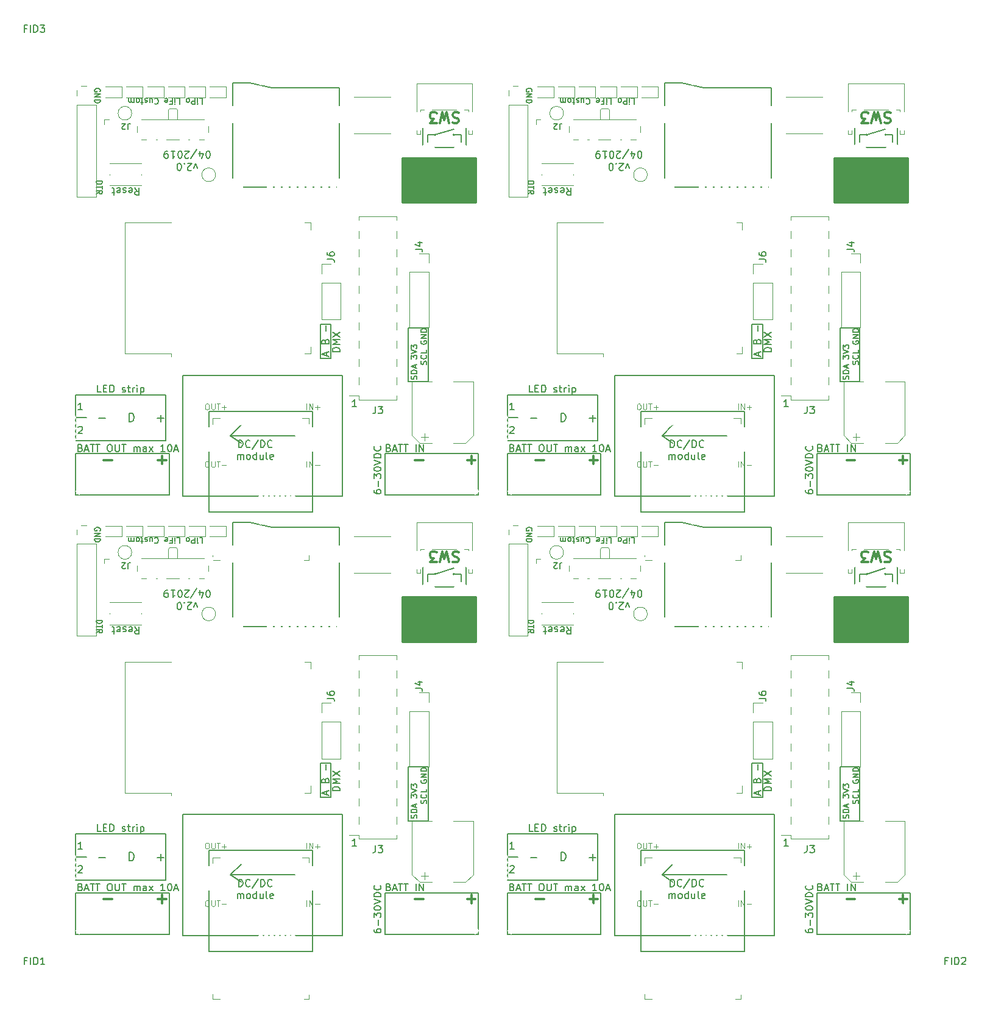
<source format=gto>
G04 #@! TF.GenerationSoftware,KiCad,Pcbnew,5.1.0*
G04 #@! TF.CreationDate,2019-04-11T17:34:40+02:00*
G04 #@! TF.ProjectId,output.KXKM_battery_module_PANEL,6f757470-7574-42e4-9b58-4b4d5f626174,2.0*
G04 #@! TF.SameCoordinates,PX623a7c0PY839b680*
G04 #@! TF.FileFunction,Legend,Top*
G04 #@! TF.FilePolarity,Positive*
%FSLAX46Y46*%
G04 Gerber Fmt 4.6, Leading zero omitted, Abs format (unit mm)*
G04 Created by KiCad (PCBNEW 5.1.0) date 2019-04-11 17:34:40*
%MOMM*%
%LPD*%
G04 APERTURE LIST*
%ADD10C,0.150000*%
%ADD11C,0.200000*%
%ADD12C,0.300000*%
%ADD13C,0.120000*%
%ADD14C,0.100000*%
%ADD15C,0.254000*%
%ADD16C,4.640880*%
%ADD17C,1.130600*%
%ADD18C,0.927400*%
%ADD19C,1.015000*%
%ADD20R,1.340000X2.340000*%
%ADD21R,0.840000X1.740000*%
%ADD22R,1.340000X1.540000*%
%ADD23R,1.740000X1.540000*%
%ADD24C,1.140000*%
%ADD25C,1.640000*%
%ADD26C,1.000000*%
%ADD27C,2.240000*%
%ADD28C,1.890000*%
%ADD29R,1.140000X1.040000*%
%ADD30C,1.040000*%
%ADD31R,0.840000X1.640000*%
%ADD32R,1.140000X0.940000*%
%ADD33R,2.140000X2.140000*%
%ADD34R,5.140000X5.140000*%
%ADD35R,1.040000X2.140000*%
%ADD36R,2.140000X1.040000*%
%ADD37R,2.640000X2.640000*%
%ADD38C,2.640000*%
%ADD39C,3.340000*%
%ADD40R,3.140000X1.140000*%
%ADD41R,1.840000X1.840000*%
%ADD42O,1.840000X1.840000*%
%ADD43C,1.940000*%
%ADD44C,3.440000*%
%ADD45R,1.640000X4.340000*%
%ADD46R,2.640000X3.640000*%
%ADD47C,3.140000*%
%ADD48C,2.000000*%
%ADD49C,0.640000*%
G04 APERTURE END LIST*
D10*
X38148809Y62869048D02*
X38186904Y62983334D01*
X38186904Y63173810D01*
X38148809Y63250000D01*
X38110714Y63288096D01*
X38034523Y63326191D01*
X37958333Y63326191D01*
X37882142Y63288096D01*
X37844047Y63250000D01*
X37805952Y63173810D01*
X37767857Y63021429D01*
X37729761Y62945239D01*
X37691666Y62907143D01*
X37615476Y62869048D01*
X37539285Y62869048D01*
X37463095Y62907143D01*
X37425000Y62945239D01*
X37386904Y63021429D01*
X37386904Y63211905D01*
X37425000Y63326191D01*
X38186904Y63669048D02*
X37386904Y63669048D01*
X37386904Y63859524D01*
X37425000Y63973810D01*
X37501190Y64050000D01*
X37577380Y64088096D01*
X37729761Y64126191D01*
X37844047Y64126191D01*
X37996428Y64088096D01*
X38072619Y64050000D01*
X38148809Y63973810D01*
X38186904Y63859524D01*
X38186904Y63669048D01*
X37958333Y64430953D02*
X37958333Y64811905D01*
X38186904Y64354762D02*
X37386904Y64621429D01*
X38186904Y64888096D01*
X37386904Y65688096D02*
X37386904Y66183334D01*
X37691666Y65916667D01*
X37691666Y66030953D01*
X37729761Y66107143D01*
X37767857Y66145239D01*
X37844047Y66183334D01*
X38034523Y66183334D01*
X38110714Y66145239D01*
X38148809Y66107143D01*
X38186904Y66030953D01*
X38186904Y65802381D01*
X38148809Y65726191D01*
X38110714Y65688096D01*
X37386904Y66411905D02*
X38186904Y66678572D01*
X37386904Y66945239D01*
X37386904Y67135715D02*
X37386904Y67630953D01*
X37691666Y67364286D01*
X37691666Y67478572D01*
X37729761Y67554762D01*
X37767857Y67592858D01*
X37844047Y67630953D01*
X38034523Y67630953D01*
X38110714Y67592858D01*
X38148809Y67554762D01*
X38186904Y67478572D01*
X38186904Y67250000D01*
X38148809Y67173810D01*
X38110714Y67135715D01*
X39498809Y64907143D02*
X39536904Y65021429D01*
X39536904Y65211905D01*
X39498809Y65288096D01*
X39460714Y65326191D01*
X39384523Y65364286D01*
X39308333Y65364286D01*
X39232142Y65326191D01*
X39194047Y65288096D01*
X39155952Y65211905D01*
X39117857Y65059524D01*
X39079761Y64983334D01*
X39041666Y64945239D01*
X38965476Y64907143D01*
X38889285Y64907143D01*
X38813095Y64945239D01*
X38775000Y64983334D01*
X38736904Y65059524D01*
X38736904Y65250000D01*
X38775000Y65364286D01*
X39460714Y66164286D02*
X39498809Y66126191D01*
X39536904Y66011905D01*
X39536904Y65935715D01*
X39498809Y65821429D01*
X39422619Y65745239D01*
X39346428Y65707143D01*
X39194047Y65669048D01*
X39079761Y65669048D01*
X38927380Y65707143D01*
X38851190Y65745239D01*
X38775000Y65821429D01*
X38736904Y65935715D01*
X38736904Y66011905D01*
X38775000Y66126191D01*
X38813095Y66164286D01*
X39536904Y66888096D02*
X39536904Y66507143D01*
X38736904Y66507143D01*
X38775000Y68183334D02*
X38736904Y68107143D01*
X38736904Y67992858D01*
X38775000Y67878572D01*
X38851190Y67802381D01*
X38927380Y67764286D01*
X39079761Y67726191D01*
X39194047Y67726191D01*
X39346428Y67764286D01*
X39422619Y67802381D01*
X39498809Y67878572D01*
X39536904Y67992858D01*
X39536904Y68069048D01*
X39498809Y68183334D01*
X39460714Y68221429D01*
X39194047Y68221429D01*
X39194047Y68069048D01*
X39536904Y68564286D02*
X38736904Y68564286D01*
X39536904Y69021429D01*
X38736904Y69021429D01*
X39536904Y69402381D02*
X38736904Y69402381D01*
X38736904Y69592858D01*
X38775000Y69707143D01*
X38851190Y69783334D01*
X38927380Y69821429D01*
X39079761Y69859524D01*
X39194047Y69859524D01*
X39346428Y69821429D01*
X39422619Y69783334D01*
X39498809Y69707143D01*
X39536904Y69592858D01*
X39536904Y69402381D01*
X37000000Y62500000D02*
X37000000Y70000000D01*
D11*
X40800000Y96800000D02*
G75*
G03X40800000Y96800000I-100000J0D01*
G01*
D10*
X39750000Y62500000D02*
X37000000Y62500000D01*
D11*
X34238095Y53321429D02*
X34380952Y53273810D01*
X34428571Y53226191D01*
X34476190Y53130953D01*
X34476190Y52988096D01*
X34428571Y52892858D01*
X34380952Y52845239D01*
X34285714Y52797620D01*
X33904761Y52797620D01*
X33904761Y53797620D01*
X34238095Y53797620D01*
X34333333Y53750000D01*
X34380952Y53702381D01*
X34428571Y53607143D01*
X34428571Y53511905D01*
X34380952Y53416667D01*
X34333333Y53369048D01*
X34238095Y53321429D01*
X33904761Y53321429D01*
X34857142Y53083334D02*
X35333333Y53083334D01*
X34761904Y52797620D02*
X35095238Y53797620D01*
X35428571Y52797620D01*
X35619047Y53797620D02*
X36190476Y53797620D01*
X35904761Y52797620D02*
X35904761Y53797620D01*
X36380952Y53797620D02*
X36952380Y53797620D01*
X36666666Y52797620D02*
X36666666Y53797620D01*
X38047619Y52797620D02*
X38047619Y53797620D01*
X38523809Y52797620D02*
X38523809Y53797620D01*
X39095238Y52797620D01*
X39095238Y53797620D01*
X25666666Y66130953D02*
X25666666Y66607143D01*
X25952380Y66035715D02*
X24952380Y66369048D01*
X25952380Y66702381D01*
X25428571Y68130953D02*
X25476190Y68273810D01*
X25523809Y68321429D01*
X25619047Y68369048D01*
X25761904Y68369048D01*
X25857142Y68321429D01*
X25904761Y68273810D01*
X25952380Y68178572D01*
X25952380Y67797620D01*
X24952380Y67797620D01*
X24952380Y68130953D01*
X25000000Y68226191D01*
X25047619Y68273810D01*
X25142857Y68321429D01*
X25238095Y68321429D01*
X25333333Y68273810D01*
X25380952Y68226191D01*
X25428571Y68130953D01*
X25428571Y67797620D01*
X25571428Y69559524D02*
X25571428Y70321429D01*
D12*
X37928571Y51642858D02*
X39071428Y51642858D01*
D10*
X13414285Y53372620D02*
X13414285Y54372620D01*
X13652380Y54372620D01*
X13795238Y54325000D01*
X13890476Y54229762D01*
X13938095Y54134524D01*
X13985714Y53944048D01*
X13985714Y53801191D01*
X13938095Y53610715D01*
X13890476Y53515477D01*
X13795238Y53420239D01*
X13652380Y53372620D01*
X13414285Y53372620D01*
X14985714Y53467858D02*
X14938095Y53420239D01*
X14795238Y53372620D01*
X14700000Y53372620D01*
X14557142Y53420239D01*
X14461904Y53515477D01*
X14414285Y53610715D01*
X14366666Y53801191D01*
X14366666Y53944048D01*
X14414285Y54134524D01*
X14461904Y54229762D01*
X14557142Y54325000D01*
X14700000Y54372620D01*
X14795238Y54372620D01*
X14938095Y54325000D01*
X14985714Y54277381D01*
X16128571Y54420239D02*
X15271428Y53134524D01*
X16461904Y53372620D02*
X16461904Y54372620D01*
X16700000Y54372620D01*
X16842857Y54325000D01*
X16938095Y54229762D01*
X16985714Y54134524D01*
X17033333Y53944048D01*
X17033333Y53801191D01*
X16985714Y53610715D01*
X16938095Y53515477D01*
X16842857Y53420239D01*
X16700000Y53372620D01*
X16461904Y53372620D01*
X18033333Y53467858D02*
X17985714Y53420239D01*
X17842857Y53372620D01*
X17747619Y53372620D01*
X17604761Y53420239D01*
X17509523Y53515477D01*
X17461904Y53610715D01*
X17414285Y53801191D01*
X17414285Y53944048D01*
X17461904Y54134524D01*
X17509523Y54229762D01*
X17604761Y54325000D01*
X17747619Y54372620D01*
X17842857Y54372620D01*
X17985714Y54325000D01*
X18033333Y54277381D01*
X13223809Y51722620D02*
X13223809Y52389286D01*
X13223809Y52294048D02*
X13271428Y52341667D01*
X13366666Y52389286D01*
X13509523Y52389286D01*
X13604761Y52341667D01*
X13652380Y52246429D01*
X13652380Y51722620D01*
X13652380Y52246429D02*
X13700000Y52341667D01*
X13795238Y52389286D01*
X13938095Y52389286D01*
X14033333Y52341667D01*
X14080952Y52246429D01*
X14080952Y51722620D01*
X14700000Y51722620D02*
X14604761Y51770239D01*
X14557142Y51817858D01*
X14509523Y51913096D01*
X14509523Y52198810D01*
X14557142Y52294048D01*
X14604761Y52341667D01*
X14700000Y52389286D01*
X14842857Y52389286D01*
X14938095Y52341667D01*
X14985714Y52294048D01*
X15033333Y52198810D01*
X15033333Y51913096D01*
X14985714Y51817858D01*
X14938095Y51770239D01*
X14842857Y51722620D01*
X14700000Y51722620D01*
X15890476Y51722620D02*
X15890476Y52722620D01*
X15890476Y51770239D02*
X15795238Y51722620D01*
X15604761Y51722620D01*
X15509523Y51770239D01*
X15461904Y51817858D01*
X15414285Y51913096D01*
X15414285Y52198810D01*
X15461904Y52294048D01*
X15509523Y52341667D01*
X15604761Y52389286D01*
X15795238Y52389286D01*
X15890476Y52341667D01*
X16795238Y52389286D02*
X16795238Y51722620D01*
X16366666Y52389286D02*
X16366666Y51865477D01*
X16414285Y51770239D01*
X16509523Y51722620D01*
X16652380Y51722620D01*
X16747619Y51770239D01*
X16795238Y51817858D01*
X17414285Y51722620D02*
X17319047Y51770239D01*
X17271428Y51865477D01*
X17271428Y52722620D01*
X18176190Y51770239D02*
X18080952Y51722620D01*
X17890476Y51722620D01*
X17795238Y51770239D01*
X17747619Y51865477D01*
X17747619Y52246429D01*
X17795238Y52341667D01*
X17890476Y52389286D01*
X18080952Y52389286D01*
X18176190Y52341667D01*
X18223809Y52246429D01*
X18223809Y52151191D01*
X17747619Y52055953D01*
X-9250000Y54300000D02*
X3300000Y54300000D01*
D11*
X-1011905Y89452381D02*
X-678572Y88976191D01*
X-440477Y89452381D02*
X-440477Y88452381D01*
X-821429Y88452381D01*
X-916667Y88500000D01*
X-964286Y88547620D01*
X-1011905Y88642858D01*
X-1011905Y88785715D01*
X-964286Y88880953D01*
X-916667Y88928572D01*
X-821429Y88976191D01*
X-440477Y88976191D01*
X-1821429Y89404762D02*
X-1726191Y89452381D01*
X-1535715Y89452381D01*
X-1440477Y89404762D01*
X-1392858Y89309524D01*
X-1392858Y88928572D01*
X-1440477Y88833334D01*
X-1535715Y88785715D01*
X-1726191Y88785715D01*
X-1821429Y88833334D01*
X-1869048Y88928572D01*
X-1869048Y89023810D01*
X-1392858Y89119048D01*
X-2250000Y89404762D02*
X-2345239Y89452381D01*
X-2535715Y89452381D01*
X-2630953Y89404762D01*
X-2678572Y89309524D01*
X-2678572Y89261905D01*
X-2630953Y89166667D01*
X-2535715Y89119048D01*
X-2392858Y89119048D01*
X-2297620Y89071429D01*
X-2250000Y88976191D01*
X-2250000Y88928572D01*
X-2297620Y88833334D01*
X-2392858Y88785715D01*
X-2535715Y88785715D01*
X-2630953Y88833334D01*
X-3488096Y89404762D02*
X-3392858Y89452381D01*
X-3202381Y89452381D01*
X-3107143Y89404762D01*
X-3059524Y89309524D01*
X-3059524Y88928572D01*
X-3107143Y88833334D01*
X-3202381Y88785715D01*
X-3392858Y88785715D01*
X-3488096Y88833334D01*
X-3535715Y88928572D01*
X-3535715Y89023810D01*
X-3059524Y89119048D01*
X-3821429Y88785715D02*
X-4202381Y88785715D01*
X-3964286Y88452381D02*
X-3964286Y89309524D01*
X-4011905Y89404762D01*
X-4107143Y89452381D01*
X-4202381Y89452381D01*
D10*
X3750000Y46750000D02*
X3750000Y52500000D01*
X33750000Y52500000D02*
X46750000Y52500000D01*
X33750000Y46750000D02*
X33750000Y52500000D01*
D11*
X39700000Y96800000D02*
X40700000Y96800000D01*
X43400000Y96800000D02*
G75*
G03X43400000Y96800000I-100000J0D01*
G01*
D12*
X2178571Y51642858D02*
X3321428Y51642858D01*
X2750000Y51071429D02*
X2750000Y52214286D01*
D10*
X-9250000Y60700000D02*
X-9250000Y54300000D01*
D11*
X27452380Y66690477D02*
X26452380Y66690477D01*
X26452380Y66928572D01*
X26500000Y67071429D01*
X26595238Y67166667D01*
X26690476Y67214286D01*
X26880952Y67261905D01*
X27023809Y67261905D01*
X27214285Y67214286D01*
X27309523Y67166667D01*
X27404761Y67071429D01*
X27452380Y66928572D01*
X27452380Y66690477D01*
X27452380Y67690477D02*
X26452380Y67690477D01*
X27166666Y68023810D01*
X26452380Y68357143D01*
X27452380Y68357143D01*
X26452380Y68738096D02*
X27452380Y69404762D01*
X26452380Y69404762D02*
X27452380Y68738096D01*
D12*
X44000000Y99857143D02*
X43785714Y99928572D01*
X43428571Y99928572D01*
X43285714Y99857143D01*
X43214285Y99785715D01*
X43142857Y99642858D01*
X43142857Y99500000D01*
X43214285Y99357143D01*
X43285714Y99285715D01*
X43428571Y99214286D01*
X43714285Y99142858D01*
X43857142Y99071429D01*
X43928571Y99000000D01*
X44000000Y98857143D01*
X44000000Y98714286D01*
X43928571Y98571429D01*
X43857142Y98500000D01*
X43714285Y98428572D01*
X43357142Y98428572D01*
X43142857Y98500000D01*
X42642857Y98428572D02*
X42285714Y99928572D01*
X42000000Y98857143D01*
X41714285Y99928572D01*
X41357142Y98428572D01*
X40928571Y98428572D02*
X40000000Y98428572D01*
X40500000Y99000000D01*
X40285714Y99000000D01*
X40142857Y99071429D01*
X40071428Y99142858D01*
X40000000Y99285715D01*
X40000000Y99642858D01*
X40071428Y99785715D01*
X40142857Y99857143D01*
X40285714Y99928572D01*
X40714285Y99928572D01*
X40857142Y99857143D01*
X40928571Y99785715D01*
D11*
X32202380Y47440477D02*
X32202380Y47250000D01*
X32250000Y47154762D01*
X32297619Y47107143D01*
X32440476Y47011905D01*
X32630952Y46964286D01*
X33011904Y46964286D01*
X33107142Y47011905D01*
X33154761Y47059524D01*
X33202380Y47154762D01*
X33202380Y47345239D01*
X33154761Y47440477D01*
X33107142Y47488096D01*
X33011904Y47535715D01*
X32773809Y47535715D01*
X32678571Y47488096D01*
X32630952Y47440477D01*
X32583333Y47345239D01*
X32583333Y47154762D01*
X32630952Y47059524D01*
X32678571Y47011905D01*
X32773809Y46964286D01*
X32821428Y47964286D02*
X32821428Y48726191D01*
X32202380Y49107143D02*
X32202380Y49726191D01*
X32583333Y49392858D01*
X32583333Y49535715D01*
X32630952Y49630953D01*
X32678571Y49678572D01*
X32773809Y49726191D01*
X33011904Y49726191D01*
X33107142Y49678572D01*
X33154761Y49630953D01*
X33202380Y49535715D01*
X33202380Y49250000D01*
X33154761Y49154762D01*
X33107142Y49107143D01*
X32202380Y50345239D02*
X32202380Y50440477D01*
X32250000Y50535715D01*
X32297619Y50583334D01*
X32392857Y50630953D01*
X32583333Y50678572D01*
X32821428Y50678572D01*
X33011904Y50630953D01*
X33107142Y50583334D01*
X33154761Y50535715D01*
X33202380Y50440477D01*
X33202380Y50345239D01*
X33154761Y50250000D01*
X33107142Y50202381D01*
X33011904Y50154762D01*
X32821428Y50107143D01*
X32583333Y50107143D01*
X32392857Y50154762D01*
X32297619Y50202381D01*
X32250000Y50250000D01*
X32202380Y50345239D01*
X32202380Y50964286D02*
X33202380Y51297620D01*
X32202380Y51630953D01*
X33202380Y51964286D02*
X32202380Y51964286D01*
X32202380Y52202381D01*
X32250000Y52345239D01*
X32345238Y52440477D01*
X32440476Y52488096D01*
X32630952Y52535715D01*
X32773809Y52535715D01*
X32964285Y52488096D01*
X33059523Y52440477D01*
X33154761Y52345239D01*
X33202380Y52202381D01*
X33202380Y51964286D01*
X33107142Y53535715D02*
X33154761Y53488096D01*
X33202380Y53345239D01*
X33202380Y53250000D01*
X33154761Y53107143D01*
X33059523Y53011905D01*
X32964285Y52964286D01*
X32773809Y52916667D01*
X32630952Y52916667D01*
X32440476Y52964286D01*
X32345238Y53011905D01*
X32250000Y53107143D01*
X32202380Y53250000D01*
X32202380Y53345239D01*
X32250000Y53488096D01*
X32297619Y53535715D01*
X-6042858Y57414286D02*
X-5128572Y57414286D01*
X-1814286Y56957143D02*
X-1814286Y58157143D01*
X-1528572Y58157143D01*
X-1357143Y58100000D01*
X-1242858Y57985715D01*
X-1185715Y57871429D01*
X-1128572Y57642858D01*
X-1128572Y57471429D01*
X-1185715Y57242858D01*
X-1242858Y57128572D01*
X-1357143Y57014286D01*
X-1528572Y56957143D01*
X-1814286Y56957143D01*
X2128571Y57414286D02*
X3042857Y57414286D01*
X2585714Y56957143D02*
X2585714Y57871429D01*
D10*
X-8314286Y58597620D02*
X-8885715Y58597620D01*
X-8600000Y58597620D02*
X-8600000Y59597620D01*
X-8695239Y59454762D01*
X-8790477Y59359524D01*
X-8885715Y59311905D01*
X-8885715Y56202381D02*
X-8838096Y56250000D01*
X-8742858Y56297620D01*
X-8504762Y56297620D01*
X-8409524Y56250000D01*
X-8361905Y56202381D01*
X-8314286Y56107143D01*
X-8314286Y56011905D01*
X-8361905Y55869048D01*
X-8933334Y55297620D01*
X-8314286Y55297620D01*
X37000000Y70000000D02*
X39750000Y70000000D01*
X3750000Y52500000D02*
X-9250000Y52500000D01*
D11*
X40700000Y96800000D02*
X43300000Y97600000D01*
X29785714Y59047620D02*
X29214285Y59047620D01*
X29500000Y59047620D02*
X29500000Y60047620D01*
X29404761Y59904762D01*
X29309523Y59809524D01*
X29214285Y59761905D01*
D10*
X26250000Y70500000D02*
X26250000Y65750000D01*
X24750000Y70500000D02*
X26250000Y70500000D01*
X-9250000Y46750000D02*
X-9250000Y52500000D01*
X-6361905Y90357143D02*
X-5561905Y90357143D01*
X-5561905Y90178572D01*
X-5600000Y90071429D01*
X-5676191Y90000000D01*
X-5752381Y89964286D01*
X-5904762Y89928572D01*
X-6019048Y89928572D01*
X-6171429Y89964286D01*
X-6247620Y90000000D01*
X-6323810Y90071429D01*
X-6361905Y90178572D01*
X-6361905Y90357143D01*
X-5561905Y89714286D02*
X-5561905Y89285715D01*
X-6361905Y89500000D02*
X-5561905Y89500000D01*
X-6361905Y88607143D02*
X-5980953Y88857143D01*
X-6361905Y89035715D02*
X-5561905Y89035715D01*
X-5561905Y88750000D01*
X-5600000Y88678572D01*
X-5638096Y88642858D01*
X-5714286Y88607143D01*
X-5828572Y88607143D01*
X-5904762Y88642858D01*
X-5942858Y88678572D01*
X-5980953Y88750000D01*
X-5980953Y89035715D01*
X46750000Y46750000D02*
X33750000Y46750000D01*
X-5850000Y102821429D02*
X-5811905Y102892858D01*
X-5811905Y103000000D01*
X-5850000Y103107143D01*
X-5926191Y103178572D01*
X-6002381Y103214286D01*
X-6154762Y103250000D01*
X-6269048Y103250000D01*
X-6421429Y103214286D01*
X-6497620Y103178572D01*
X-6573810Y103107143D01*
X-6611905Y103000000D01*
X-6611905Y102928572D01*
X-6573810Y102821429D01*
X-6535715Y102785715D01*
X-6269048Y102785715D01*
X-6269048Y102928572D01*
X-6611905Y102464286D02*
X-5811905Y102464286D01*
X-6611905Y102035715D01*
X-5811905Y102035715D01*
X-6611905Y101678572D02*
X-5811905Y101678572D01*
X-5811905Y101500000D01*
X-5850000Y101392858D01*
X-5926191Y101321429D01*
X-6002381Y101285715D01*
X-6154762Y101250000D01*
X-6269048Y101250000D01*
X-6421429Y101285715D01*
X-6497620Y101321429D01*
X-6573810Y101392858D01*
X-6611905Y101500000D01*
X-6611905Y101678572D01*
X3300000Y54300000D02*
X3300000Y60700000D01*
X26250000Y65750000D02*
X24750000Y65750000D01*
X39750000Y70000000D02*
X39750000Y62500000D01*
X7973809Y101861905D02*
X8354761Y101861905D01*
X8354761Y101061905D01*
X7707142Y101861905D02*
X7707142Y101328572D01*
X7707142Y101061905D02*
X7745238Y101100000D01*
X7707142Y101138096D01*
X7669047Y101100000D01*
X7707142Y101061905D01*
X7707142Y101138096D01*
X7326190Y101861905D02*
X7326190Y101061905D01*
X7021428Y101061905D01*
X6945238Y101100000D01*
X6907142Y101138096D01*
X6869047Y101214286D01*
X6869047Y101328572D01*
X6907142Y101404762D01*
X6945238Y101442858D01*
X7021428Y101480953D01*
X7326190Y101480953D01*
X6411904Y101861905D02*
X6488095Y101823810D01*
X6526190Y101785715D01*
X6564285Y101709524D01*
X6564285Y101480953D01*
X6526190Y101404762D01*
X6488095Y101366667D01*
X6411904Y101328572D01*
X6297619Y101328572D01*
X6221428Y101366667D01*
X6183333Y101404762D01*
X6145238Y101480953D01*
X6145238Y101709524D01*
X6183333Y101785715D01*
X6221428Y101823810D01*
X6297619Y101861905D01*
X6411904Y101861905D01*
X4811904Y101861905D02*
X5192857Y101861905D01*
X5192857Y101061905D01*
X4545238Y101861905D02*
X4545238Y101328572D01*
X4545238Y101061905D02*
X4583333Y101100000D01*
X4545238Y101138096D01*
X4507142Y101100000D01*
X4545238Y101061905D01*
X4545238Y101138096D01*
X3897619Y101442858D02*
X4164285Y101442858D01*
X4164285Y101861905D02*
X4164285Y101061905D01*
X3783333Y101061905D01*
X3173809Y101823810D02*
X3250000Y101861905D01*
X3402380Y101861905D01*
X3478571Y101823810D01*
X3516666Y101747620D01*
X3516666Y101442858D01*
X3478571Y101366667D01*
X3402380Y101328572D01*
X3250000Y101328572D01*
X3173809Y101366667D01*
X3135714Y101442858D01*
X3135714Y101519048D01*
X3516666Y101595239D01*
X1726190Y101785715D02*
X1764285Y101823810D01*
X1878571Y101861905D01*
X1954761Y101861905D01*
X2069047Y101823810D01*
X2145238Y101747620D01*
X2183333Y101671429D01*
X2221428Y101519048D01*
X2221428Y101404762D01*
X2183333Y101252381D01*
X2145238Y101176191D01*
X2069047Y101100000D01*
X1954761Y101061905D01*
X1878571Y101061905D01*
X1764285Y101100000D01*
X1726190Y101138096D01*
X1040476Y101328572D02*
X1040476Y101861905D01*
X1383333Y101328572D02*
X1383333Y101747620D01*
X1345238Y101823810D01*
X1269047Y101861905D01*
X1154761Y101861905D01*
X1078571Y101823810D01*
X1040476Y101785715D01*
X697619Y101823810D02*
X621428Y101861905D01*
X469047Y101861905D01*
X392857Y101823810D01*
X354761Y101747620D01*
X354761Y101709524D01*
X392857Y101633334D01*
X469047Y101595239D01*
X583333Y101595239D01*
X659523Y101557143D01*
X697619Y101480953D01*
X697619Y101442858D01*
X659523Y101366667D01*
X583333Y101328572D01*
X469047Y101328572D01*
X392857Y101366667D01*
X126190Y101328572D02*
X-178572Y101328572D01*
X11904Y101061905D02*
X11904Y101747620D01*
X-26191Y101823810D01*
X-102381Y101861905D01*
X-178572Y101861905D01*
X-559524Y101861905D02*
X-483334Y101823810D01*
X-445239Y101785715D01*
X-407143Y101709524D01*
X-407143Y101480953D01*
X-445239Y101404762D01*
X-483334Y101366667D01*
X-559524Y101328572D01*
X-673810Y101328572D01*
X-750000Y101366667D01*
X-788096Y101404762D01*
X-826191Y101480953D01*
X-826191Y101709524D01*
X-788096Y101785715D01*
X-750000Y101823810D01*
X-673810Y101861905D01*
X-559524Y101861905D01*
X-1169048Y101861905D02*
X-1169048Y101328572D01*
X-1169048Y101404762D02*
X-1207143Y101366667D01*
X-1283334Y101328572D01*
X-1397620Y101328572D01*
X-1473810Y101366667D01*
X-1511905Y101442858D01*
X-1511905Y101861905D01*
X-1511905Y101442858D02*
X-1550000Y101366667D01*
X-1626191Y101328572D01*
X-1740477Y101328572D01*
X-1816667Y101366667D01*
X-1854762Y101442858D01*
X-1854762Y101861905D01*
D11*
X39700000Y95700000D02*
X39700000Y96800000D01*
D10*
X-9250000Y57500000D02*
X-7750000Y57500000D01*
X3300000Y60700000D02*
X-9250000Y60700000D01*
X46750000Y52500000D02*
X46750000Y46750000D01*
X24750000Y65750000D02*
X24750000Y70500000D01*
D11*
X43300000Y96800000D02*
X44300000Y96800000D01*
D12*
X-5321429Y51642858D02*
X-4178572Y51642858D01*
X45178571Y51642858D02*
X46321428Y51642858D01*
X45750000Y51071429D02*
X45750000Y52214286D01*
D11*
X7678571Y92185715D02*
X7440476Y92852381D01*
X7202380Y92185715D01*
X6869047Y91947620D02*
X6821428Y91900000D01*
X6726190Y91852381D01*
X6488095Y91852381D01*
X6392857Y91900000D01*
X6345238Y91947620D01*
X6297619Y92042858D01*
X6297619Y92138096D01*
X6345238Y92280953D01*
X6916666Y92852381D01*
X6297619Y92852381D01*
X5869047Y92757143D02*
X5821428Y92804762D01*
X5869047Y92852381D01*
X5916666Y92804762D01*
X5869047Y92757143D01*
X5869047Y92852381D01*
X5202380Y91852381D02*
X5107142Y91852381D01*
X5011904Y91900000D01*
X4964285Y91947620D01*
X4916666Y92042858D01*
X4869047Y92233334D01*
X4869047Y92471429D01*
X4916666Y92661905D01*
X4964285Y92757143D01*
X5011904Y92804762D01*
X5107142Y92852381D01*
X5202380Y92852381D01*
X5297619Y92804762D01*
X5345238Y92757143D01*
X5392857Y92661905D01*
X5440476Y92471429D01*
X5440476Y92233334D01*
X5392857Y92042858D01*
X5345238Y91947620D01*
X5297619Y91900000D01*
X5202380Y91852381D01*
X9202380Y93552381D02*
X9107142Y93552381D01*
X9011904Y93600000D01*
X8964285Y93647620D01*
X8916666Y93742858D01*
X8869047Y93933334D01*
X8869047Y94171429D01*
X8916666Y94361905D01*
X8964285Y94457143D01*
X9011904Y94504762D01*
X9107142Y94552381D01*
X9202380Y94552381D01*
X9297619Y94504762D01*
X9345238Y94457143D01*
X9392857Y94361905D01*
X9440476Y94171429D01*
X9440476Y93933334D01*
X9392857Y93742858D01*
X9345238Y93647620D01*
X9297619Y93600000D01*
X9202380Y93552381D01*
X8011904Y93885715D02*
X8011904Y94552381D01*
X8250000Y93504762D02*
X8488095Y94219048D01*
X7869047Y94219048D01*
X6773809Y93504762D02*
X7630952Y94790477D01*
X6488095Y93647620D02*
X6440476Y93600000D01*
X6345238Y93552381D01*
X6107142Y93552381D01*
X6011904Y93600000D01*
X5964285Y93647620D01*
X5916666Y93742858D01*
X5916666Y93838096D01*
X5964285Y93980953D01*
X6535714Y94552381D01*
X5916666Y94552381D01*
X5297619Y93552381D02*
X5202380Y93552381D01*
X5107142Y93600000D01*
X5059523Y93647620D01*
X5011904Y93742858D01*
X4964285Y93933334D01*
X4964285Y94171429D01*
X5011904Y94361905D01*
X5059523Y94457143D01*
X5107142Y94504762D01*
X5202380Y94552381D01*
X5297619Y94552381D01*
X5392857Y94504762D01*
X5440476Y94457143D01*
X5488095Y94361905D01*
X5535714Y94171429D01*
X5535714Y93933334D01*
X5488095Y93742858D01*
X5440476Y93647620D01*
X5392857Y93600000D01*
X5297619Y93552381D01*
X4011904Y94552381D02*
X4583333Y94552381D01*
X4297619Y94552381D02*
X4297619Y93552381D01*
X4392857Y93695239D01*
X4488095Y93790477D01*
X4583333Y93838096D01*
X3535714Y94552381D02*
X3345238Y94552381D01*
X3250000Y94504762D01*
X3202380Y94457143D01*
X3107142Y94314286D01*
X3059523Y94123810D01*
X3059523Y93742858D01*
X3107142Y93647620D01*
X3154761Y93600000D01*
X3250000Y93552381D01*
X3440476Y93552381D01*
X3535714Y93600000D01*
X3583333Y93647620D01*
X3630952Y93742858D01*
X3630952Y93980953D01*
X3583333Y94076191D01*
X3535714Y94123810D01*
X3440476Y94171429D01*
X3250000Y94171429D01*
X3154761Y94123810D01*
X3107142Y94076191D01*
X3059523Y93980953D01*
X-8595239Y53321429D02*
X-8452381Y53273810D01*
X-8404762Y53226191D01*
X-8357143Y53130953D01*
X-8357143Y52988096D01*
X-8404762Y52892858D01*
X-8452381Y52845239D01*
X-8547620Y52797620D01*
X-8928572Y52797620D01*
X-8928572Y53797620D01*
X-8595239Y53797620D01*
X-8500000Y53750000D01*
X-8452381Y53702381D01*
X-8404762Y53607143D01*
X-8404762Y53511905D01*
X-8452381Y53416667D01*
X-8500000Y53369048D01*
X-8595239Y53321429D01*
X-8928572Y53321429D01*
X-7976191Y53083334D02*
X-7500000Y53083334D01*
X-8071429Y52797620D02*
X-7738096Y53797620D01*
X-7404762Y52797620D01*
X-7214286Y53797620D02*
X-6642858Y53797620D01*
X-6928572Y52797620D02*
X-6928572Y53797620D01*
X-6452381Y53797620D02*
X-5880953Y53797620D01*
X-6166667Y52797620D02*
X-6166667Y53797620D01*
X-4595239Y53797620D02*
X-4404762Y53797620D01*
X-4309524Y53750000D01*
X-4214286Y53654762D01*
X-4166667Y53464286D01*
X-4166667Y53130953D01*
X-4214286Y52940477D01*
X-4309524Y52845239D01*
X-4404762Y52797620D01*
X-4595239Y52797620D01*
X-4690477Y52845239D01*
X-4785715Y52940477D01*
X-4833334Y53130953D01*
X-4833334Y53464286D01*
X-4785715Y53654762D01*
X-4690477Y53750000D01*
X-4595239Y53797620D01*
X-3738096Y53797620D02*
X-3738096Y52988096D01*
X-3690477Y52892858D01*
X-3642858Y52845239D01*
X-3547620Y52797620D01*
X-3357143Y52797620D01*
X-3261905Y52845239D01*
X-3214286Y52892858D01*
X-3166667Y52988096D01*
X-3166667Y53797620D01*
X-2833334Y53797620D02*
X-2261905Y53797620D01*
X-2547620Y52797620D02*
X-2547620Y53797620D01*
X-1166667Y52797620D02*
X-1166667Y53464286D01*
X-1166667Y53369048D02*
X-1119048Y53416667D01*
X-1023810Y53464286D01*
X-880953Y53464286D01*
X-785715Y53416667D01*
X-738096Y53321429D01*
X-738096Y52797620D01*
X-738096Y53321429D02*
X-690477Y53416667D01*
X-595239Y53464286D01*
X-452381Y53464286D01*
X-357143Y53416667D01*
X-309524Y53321429D01*
X-309524Y52797620D01*
X595238Y52797620D02*
X595238Y53321429D01*
X547619Y53416667D01*
X452380Y53464286D01*
X261904Y53464286D01*
X166666Y53416667D01*
X595238Y52845239D02*
X500000Y52797620D01*
X261904Y52797620D01*
X166666Y52845239D01*
X119047Y52940477D01*
X119047Y53035715D01*
X166666Y53130953D01*
X261904Y53178572D01*
X500000Y53178572D01*
X595238Y53226191D01*
X976190Y52797620D02*
X1500000Y53464286D01*
X976190Y53464286D02*
X1500000Y52797620D01*
X3166666Y52797620D02*
X2595238Y52797620D01*
X2880952Y52797620D02*
X2880952Y53797620D01*
X2785714Y53654762D01*
X2690476Y53559524D01*
X2595238Y53511905D01*
X3785714Y53797620D02*
X3880952Y53797620D01*
X3976190Y53750000D01*
X4023809Y53702381D01*
X4071428Y53607143D01*
X4119047Y53416667D01*
X4119047Y53178572D01*
X4071428Y52988096D01*
X4023809Y52892858D01*
X3976190Y52845239D01*
X3880952Y52797620D01*
X3785714Y52797620D01*
X3690476Y52845239D01*
X3642857Y52892858D01*
X3595238Y52988096D01*
X3547619Y53178572D01*
X3547619Y53416667D01*
X3595238Y53607143D01*
X3642857Y53702381D01*
X3690476Y53750000D01*
X3785714Y53797620D01*
X4500000Y53083334D02*
X4976190Y53083334D01*
X4404761Y52797620D02*
X4738095Y53797620D01*
X5071428Y52797620D01*
D10*
X3750000Y46750000D02*
X-9250000Y46750000D01*
D11*
X44300000Y96800000D02*
X44300000Y95700000D01*
X-5714286Y61047620D02*
X-6190477Y61047620D01*
X-6190477Y62047620D01*
X-5380953Y61571429D02*
X-5047620Y61571429D01*
X-4904762Y61047620D02*
X-5380953Y61047620D01*
X-5380953Y62047620D01*
X-4904762Y62047620D01*
X-4476191Y61047620D02*
X-4476191Y62047620D01*
X-4238096Y62047620D01*
X-4095239Y62000000D01*
X-4000000Y61904762D01*
X-3952381Y61809524D01*
X-3904762Y61619048D01*
X-3904762Y61476191D01*
X-3952381Y61285715D01*
X-4000000Y61190477D01*
X-4095239Y61095239D01*
X-4238096Y61047620D01*
X-4476191Y61047620D01*
X-2761905Y61095239D02*
X-2666667Y61047620D01*
X-2476191Y61047620D01*
X-2380953Y61095239D01*
X-2333334Y61190477D01*
X-2333334Y61238096D01*
X-2380953Y61333334D01*
X-2476191Y61380953D01*
X-2619048Y61380953D01*
X-2714286Y61428572D01*
X-2761905Y61523810D01*
X-2761905Y61571429D01*
X-2714286Y61666667D01*
X-2619048Y61714286D01*
X-2476191Y61714286D01*
X-2380953Y61666667D01*
X-2047620Y61714286D02*
X-1666667Y61714286D01*
X-1904762Y62047620D02*
X-1904762Y61190477D01*
X-1857143Y61095239D01*
X-1761905Y61047620D01*
X-1666667Y61047620D01*
X-1333334Y61047620D02*
X-1333334Y61714286D01*
X-1333334Y61523810D02*
X-1285715Y61619048D01*
X-1238096Y61666667D01*
X-1142858Y61714286D01*
X-1047620Y61714286D01*
X-714286Y61047620D02*
X-714286Y61714286D01*
X-714286Y62047620D02*
X-761905Y62000000D01*
X-714286Y61952381D01*
X-666667Y62000000D01*
X-714286Y62047620D01*
X-714286Y61952381D01*
X-238096Y61714286D02*
X-238096Y60714286D01*
X-238096Y61666667D02*
X-142858Y61714286D01*
X47619Y61714286D01*
X142857Y61666667D01*
X190476Y61619048D01*
X238095Y61523810D01*
X238095Y61238096D01*
X190476Y61142858D01*
X142857Y61095239D01*
X47619Y61047620D01*
X-142858Y61047620D01*
X-238096Y61095239D01*
D10*
X93750000Y46750000D02*
X93750000Y52500000D01*
D11*
X103400000Y96800000D02*
G75*
G03X103400000Y96800000I-100000J0D01*
G01*
D10*
X99750000Y62500000D02*
X97000000Y62500000D01*
X63750000Y46750000D02*
X63750000Y52500000D01*
X97000000Y70000000D02*
X99750000Y70000000D01*
X93750000Y52500000D02*
X106750000Y52500000D01*
X50750000Y54300000D02*
X63300000Y54300000D01*
D11*
X58988095Y89452381D02*
X59321428Y88976191D01*
X59559523Y89452381D02*
X59559523Y88452381D01*
X59178571Y88452381D01*
X59083333Y88500000D01*
X59035714Y88547620D01*
X58988095Y88642858D01*
X58988095Y88785715D01*
X59035714Y88880953D01*
X59083333Y88928572D01*
X59178571Y88976191D01*
X59559523Y88976191D01*
X58178571Y89404762D02*
X58273809Y89452381D01*
X58464285Y89452381D01*
X58559523Y89404762D01*
X58607142Y89309524D01*
X58607142Y88928572D01*
X58559523Y88833334D01*
X58464285Y88785715D01*
X58273809Y88785715D01*
X58178571Y88833334D01*
X58130952Y88928572D01*
X58130952Y89023810D01*
X58607142Y89119048D01*
X57750000Y89404762D02*
X57654761Y89452381D01*
X57464285Y89452381D01*
X57369047Y89404762D01*
X57321428Y89309524D01*
X57321428Y89261905D01*
X57369047Y89166667D01*
X57464285Y89119048D01*
X57607142Y89119048D01*
X57702380Y89071429D01*
X57750000Y88976191D01*
X57750000Y88928572D01*
X57702380Y88833334D01*
X57607142Y88785715D01*
X57464285Y88785715D01*
X57369047Y88833334D01*
X56511904Y89404762D02*
X56607142Y89452381D01*
X56797619Y89452381D01*
X56892857Y89404762D01*
X56940476Y89309524D01*
X56940476Y88928572D01*
X56892857Y88833334D01*
X56797619Y88785715D01*
X56607142Y88785715D01*
X56511904Y88833334D01*
X56464285Y88928572D01*
X56464285Y89023810D01*
X56940476Y89119048D01*
X56178571Y88785715D02*
X55797619Y88785715D01*
X56035714Y88452381D02*
X56035714Y89309524D01*
X55988095Y89404762D01*
X55892857Y89452381D01*
X55797619Y89452381D01*
D10*
X63750000Y52500000D02*
X50750000Y52500000D01*
X84750000Y70500000D02*
X86250000Y70500000D01*
D11*
X100800000Y96800000D02*
G75*
G03X100800000Y96800000I-100000J0D01*
G01*
D10*
X86250000Y70500000D02*
X86250000Y65750000D01*
X63300000Y54300000D02*
X63300000Y60700000D01*
X98148809Y62869048D02*
X98186904Y62983334D01*
X98186904Y63173810D01*
X98148809Y63250000D01*
X98110714Y63288096D01*
X98034523Y63326191D01*
X97958333Y63326191D01*
X97882142Y63288096D01*
X97844047Y63250000D01*
X97805952Y63173810D01*
X97767857Y63021429D01*
X97729761Y62945239D01*
X97691666Y62907143D01*
X97615476Y62869048D01*
X97539285Y62869048D01*
X97463095Y62907143D01*
X97425000Y62945239D01*
X97386904Y63021429D01*
X97386904Y63211905D01*
X97425000Y63326191D01*
X98186904Y63669048D02*
X97386904Y63669048D01*
X97386904Y63859524D01*
X97425000Y63973810D01*
X97501190Y64050000D01*
X97577380Y64088096D01*
X97729761Y64126191D01*
X97844047Y64126191D01*
X97996428Y64088096D01*
X98072619Y64050000D01*
X98148809Y63973810D01*
X98186904Y63859524D01*
X98186904Y63669048D01*
X97958333Y64430953D02*
X97958333Y64811905D01*
X98186904Y64354762D02*
X97386904Y64621429D01*
X98186904Y64888096D01*
X97386904Y65688096D02*
X97386904Y66183334D01*
X97691666Y65916667D01*
X97691666Y66030953D01*
X97729761Y66107143D01*
X97767857Y66145239D01*
X97844047Y66183334D01*
X98034523Y66183334D01*
X98110714Y66145239D01*
X98148809Y66107143D01*
X98186904Y66030953D01*
X98186904Y65802381D01*
X98148809Y65726191D01*
X98110714Y65688096D01*
X97386904Y66411905D02*
X98186904Y66678572D01*
X97386904Y66945239D01*
X97386904Y67135715D02*
X97386904Y67630953D01*
X97691666Y67364286D01*
X97691666Y67478572D01*
X97729761Y67554762D01*
X97767857Y67592858D01*
X97844047Y67630953D01*
X98034523Y67630953D01*
X98110714Y67592858D01*
X98148809Y67554762D01*
X98186904Y67478572D01*
X98186904Y67250000D01*
X98148809Y67173810D01*
X98110714Y67135715D01*
X99498809Y64907143D02*
X99536904Y65021429D01*
X99536904Y65211905D01*
X99498809Y65288096D01*
X99460714Y65326191D01*
X99384523Y65364286D01*
X99308333Y65364286D01*
X99232142Y65326191D01*
X99194047Y65288096D01*
X99155952Y65211905D01*
X99117857Y65059524D01*
X99079761Y64983334D01*
X99041666Y64945239D01*
X98965476Y64907143D01*
X98889285Y64907143D01*
X98813095Y64945239D01*
X98775000Y64983334D01*
X98736904Y65059524D01*
X98736904Y65250000D01*
X98775000Y65364286D01*
X99460714Y66164286D02*
X99498809Y66126191D01*
X99536904Y66011905D01*
X99536904Y65935715D01*
X99498809Y65821429D01*
X99422619Y65745239D01*
X99346428Y65707143D01*
X99194047Y65669048D01*
X99079761Y65669048D01*
X98927380Y65707143D01*
X98851190Y65745239D01*
X98775000Y65821429D01*
X98736904Y65935715D01*
X98736904Y66011905D01*
X98775000Y66126191D01*
X98813095Y66164286D01*
X99536904Y66888096D02*
X99536904Y66507143D01*
X98736904Y66507143D01*
X98775000Y68183334D02*
X98736904Y68107143D01*
X98736904Y67992858D01*
X98775000Y67878572D01*
X98851190Y67802381D01*
X98927380Y67764286D01*
X99079761Y67726191D01*
X99194047Y67726191D01*
X99346428Y67764286D01*
X99422619Y67802381D01*
X99498809Y67878572D01*
X99536904Y67992858D01*
X99536904Y68069048D01*
X99498809Y68183334D01*
X99460714Y68221429D01*
X99194047Y68221429D01*
X99194047Y68069048D01*
X99536904Y68564286D02*
X98736904Y68564286D01*
X99536904Y69021429D01*
X98736904Y69021429D01*
X99536904Y69402381D02*
X98736904Y69402381D01*
X98736904Y69592858D01*
X98775000Y69707143D01*
X98851190Y69783334D01*
X98927380Y69821429D01*
X99079761Y69859524D01*
X99194047Y69859524D01*
X99346428Y69821429D01*
X99422619Y69783334D01*
X99498809Y69707143D01*
X99536904Y69592858D01*
X99536904Y69402381D01*
D11*
X94238095Y53321429D02*
X94380952Y53273810D01*
X94428571Y53226191D01*
X94476190Y53130953D01*
X94476190Y52988096D01*
X94428571Y52892858D01*
X94380952Y52845239D01*
X94285714Y52797620D01*
X93904761Y52797620D01*
X93904761Y53797620D01*
X94238095Y53797620D01*
X94333333Y53750000D01*
X94380952Y53702381D01*
X94428571Y53607143D01*
X94428571Y53511905D01*
X94380952Y53416667D01*
X94333333Y53369048D01*
X94238095Y53321429D01*
X93904761Y53321429D01*
X94857142Y53083334D02*
X95333333Y53083334D01*
X94761904Y52797620D02*
X95095238Y53797620D01*
X95428571Y52797620D01*
X95619047Y53797620D02*
X96190476Y53797620D01*
X95904761Y52797620D02*
X95904761Y53797620D01*
X96380952Y53797620D02*
X96952380Y53797620D01*
X96666666Y52797620D02*
X96666666Y53797620D01*
X98047619Y52797620D02*
X98047619Y53797620D01*
X98523809Y52797620D02*
X98523809Y53797620D01*
X99095238Y52797620D01*
X99095238Y53797620D01*
X85666666Y66130953D02*
X85666666Y66607143D01*
X85952380Y66035715D02*
X84952380Y66369048D01*
X85952380Y66702381D01*
X85428571Y68130953D02*
X85476190Y68273810D01*
X85523809Y68321429D01*
X85619047Y68369048D01*
X85761904Y68369048D01*
X85857142Y68321429D01*
X85904761Y68273810D01*
X85952380Y68178572D01*
X85952380Y67797620D01*
X84952380Y67797620D01*
X84952380Y68130953D01*
X85000000Y68226191D01*
X85047619Y68273810D01*
X85142857Y68321429D01*
X85238095Y68321429D01*
X85333333Y68273810D01*
X85380952Y68226191D01*
X85428571Y68130953D01*
X85428571Y67797620D01*
X85571428Y69559524D02*
X85571428Y70321429D01*
D12*
X97928571Y51642858D02*
X99071428Y51642858D01*
D11*
X89785714Y59047620D02*
X89214285Y59047620D01*
X89500000Y59047620D02*
X89500000Y60047620D01*
X89404761Y59904762D01*
X89309523Y59809524D01*
X89214285Y59761905D01*
D12*
X62178571Y51642858D02*
X63321428Y51642858D01*
X62750000Y51071429D02*
X62750000Y52214286D01*
D10*
X50750000Y60700000D02*
X50750000Y54300000D01*
D11*
X87452380Y66690477D02*
X86452380Y66690477D01*
X86452380Y66928572D01*
X86500000Y67071429D01*
X86595238Y67166667D01*
X86690476Y67214286D01*
X86880952Y67261905D01*
X87023809Y67261905D01*
X87214285Y67214286D01*
X87309523Y67166667D01*
X87404761Y67071429D01*
X87452380Y66928572D01*
X87452380Y66690477D01*
X87452380Y67690477D02*
X86452380Y67690477D01*
X87166666Y68023810D01*
X86452380Y68357143D01*
X87452380Y68357143D01*
X86452380Y68738096D02*
X87452380Y69404762D01*
X86452380Y69404762D02*
X87452380Y68738096D01*
D12*
X104000000Y99857143D02*
X103785714Y99928572D01*
X103428571Y99928572D01*
X103285714Y99857143D01*
X103214285Y99785715D01*
X103142857Y99642858D01*
X103142857Y99500000D01*
X103214285Y99357143D01*
X103285714Y99285715D01*
X103428571Y99214286D01*
X103714285Y99142858D01*
X103857142Y99071429D01*
X103928571Y99000000D01*
X104000000Y98857143D01*
X104000000Y98714286D01*
X103928571Y98571429D01*
X103857142Y98500000D01*
X103714285Y98428572D01*
X103357142Y98428572D01*
X103142857Y98500000D01*
X102642857Y98428572D02*
X102285714Y99928572D01*
X102000000Y98857143D01*
X101714285Y99928572D01*
X101357142Y98428572D01*
X100928571Y98428572D02*
X100000000Y98428572D01*
X100500000Y99000000D01*
X100285714Y99000000D01*
X100142857Y99071429D01*
X100071428Y99142858D01*
X100000000Y99285715D01*
X100000000Y99642858D01*
X100071428Y99785715D01*
X100142857Y99857143D01*
X100285714Y99928572D01*
X100714285Y99928572D01*
X100857142Y99857143D01*
X100928571Y99785715D01*
D11*
X92202380Y47440477D02*
X92202380Y47250000D01*
X92250000Y47154762D01*
X92297619Y47107143D01*
X92440476Y47011905D01*
X92630952Y46964286D01*
X93011904Y46964286D01*
X93107142Y47011905D01*
X93154761Y47059524D01*
X93202380Y47154762D01*
X93202380Y47345239D01*
X93154761Y47440477D01*
X93107142Y47488096D01*
X93011904Y47535715D01*
X92773809Y47535715D01*
X92678571Y47488096D01*
X92630952Y47440477D01*
X92583333Y47345239D01*
X92583333Y47154762D01*
X92630952Y47059524D01*
X92678571Y47011905D01*
X92773809Y46964286D01*
X92821428Y47964286D02*
X92821428Y48726191D01*
X92202380Y49107143D02*
X92202380Y49726191D01*
X92583333Y49392858D01*
X92583333Y49535715D01*
X92630952Y49630953D01*
X92678571Y49678572D01*
X92773809Y49726191D01*
X93011904Y49726191D01*
X93107142Y49678572D01*
X93154761Y49630953D01*
X93202380Y49535715D01*
X93202380Y49250000D01*
X93154761Y49154762D01*
X93107142Y49107143D01*
X92202380Y50345239D02*
X92202380Y50440477D01*
X92250000Y50535715D01*
X92297619Y50583334D01*
X92392857Y50630953D01*
X92583333Y50678572D01*
X92821428Y50678572D01*
X93011904Y50630953D01*
X93107142Y50583334D01*
X93154761Y50535715D01*
X93202380Y50440477D01*
X93202380Y50345239D01*
X93154761Y50250000D01*
X93107142Y50202381D01*
X93011904Y50154762D01*
X92821428Y50107143D01*
X92583333Y50107143D01*
X92392857Y50154762D01*
X92297619Y50202381D01*
X92250000Y50250000D01*
X92202380Y50345239D01*
X92202380Y50964286D02*
X93202380Y51297620D01*
X92202380Y51630953D01*
X93202380Y51964286D02*
X92202380Y51964286D01*
X92202380Y52202381D01*
X92250000Y52345239D01*
X92345238Y52440477D01*
X92440476Y52488096D01*
X92630952Y52535715D01*
X92773809Y52535715D01*
X92964285Y52488096D01*
X93059523Y52440477D01*
X93154761Y52345239D01*
X93202380Y52202381D01*
X93202380Y51964286D01*
X93107142Y53535715D02*
X93154761Y53488096D01*
X93202380Y53345239D01*
X93202380Y53250000D01*
X93154761Y53107143D01*
X93059523Y53011905D01*
X92964285Y52964286D01*
X92773809Y52916667D01*
X92630952Y52916667D01*
X92440476Y52964286D01*
X92345238Y53011905D01*
X92250000Y53107143D01*
X92202380Y53250000D01*
X92202380Y53345239D01*
X92250000Y53488096D01*
X92297619Y53535715D01*
X53957142Y57414286D02*
X54871428Y57414286D01*
X58185714Y56957143D02*
X58185714Y58157143D01*
X58471428Y58157143D01*
X58642857Y58100000D01*
X58757142Y57985715D01*
X58814285Y57871429D01*
X58871428Y57642858D01*
X58871428Y57471429D01*
X58814285Y57242858D01*
X58757142Y57128572D01*
X58642857Y57014286D01*
X58471428Y56957143D01*
X58185714Y56957143D01*
X62128571Y57414286D02*
X63042857Y57414286D01*
X62585714Y56957143D02*
X62585714Y57871429D01*
D10*
X51685714Y58597620D02*
X51114285Y58597620D01*
X51400000Y58597620D02*
X51400000Y59597620D01*
X51304761Y59454762D01*
X51209523Y59359524D01*
X51114285Y59311905D01*
X51114285Y56202381D02*
X51161904Y56250000D01*
X51257142Y56297620D01*
X51495238Y56297620D01*
X51590476Y56250000D01*
X51638095Y56202381D01*
X51685714Y56107143D01*
X51685714Y56011905D01*
X51638095Y55869048D01*
X51066666Y55297620D01*
X51685714Y55297620D01*
X97000000Y62500000D02*
X97000000Y70000000D01*
X53638095Y90357143D02*
X54438095Y90357143D01*
X54438095Y90178572D01*
X54400000Y90071429D01*
X54323809Y90000000D01*
X54247619Y89964286D01*
X54095238Y89928572D01*
X53980952Y89928572D01*
X53828571Y89964286D01*
X53752380Y90000000D01*
X53676190Y90071429D01*
X53638095Y90178572D01*
X53638095Y90357143D01*
X54438095Y89714286D02*
X54438095Y89285715D01*
X53638095Y89500000D02*
X54438095Y89500000D01*
X53638095Y88607143D02*
X54019047Y88857143D01*
X53638095Y89035715D02*
X54438095Y89035715D01*
X54438095Y88750000D01*
X54400000Y88678572D01*
X54361904Y88642858D01*
X54285714Y88607143D01*
X54171428Y88607143D01*
X54095238Y88642858D01*
X54057142Y88678572D01*
X54019047Y88750000D01*
X54019047Y89035715D01*
D11*
X99700000Y96800000D02*
X100700000Y96800000D01*
D12*
X54678571Y51642858D02*
X55821428Y51642858D01*
X105178571Y51642858D02*
X106321428Y51642858D01*
X105750000Y51071429D02*
X105750000Y52214286D01*
D10*
X84750000Y65750000D02*
X84750000Y70500000D01*
X73414285Y53372620D02*
X73414285Y54372620D01*
X73652380Y54372620D01*
X73795238Y54325000D01*
X73890476Y54229762D01*
X73938095Y54134524D01*
X73985714Y53944048D01*
X73985714Y53801191D01*
X73938095Y53610715D01*
X73890476Y53515477D01*
X73795238Y53420239D01*
X73652380Y53372620D01*
X73414285Y53372620D01*
X74985714Y53467858D02*
X74938095Y53420239D01*
X74795238Y53372620D01*
X74700000Y53372620D01*
X74557142Y53420239D01*
X74461904Y53515477D01*
X74414285Y53610715D01*
X74366666Y53801191D01*
X74366666Y53944048D01*
X74414285Y54134524D01*
X74461904Y54229762D01*
X74557142Y54325000D01*
X74700000Y54372620D01*
X74795238Y54372620D01*
X74938095Y54325000D01*
X74985714Y54277381D01*
X76128571Y54420239D02*
X75271428Y53134524D01*
X76461904Y53372620D02*
X76461904Y54372620D01*
X76700000Y54372620D01*
X76842857Y54325000D01*
X76938095Y54229762D01*
X76985714Y54134524D01*
X77033333Y53944048D01*
X77033333Y53801191D01*
X76985714Y53610715D01*
X76938095Y53515477D01*
X76842857Y53420239D01*
X76700000Y53372620D01*
X76461904Y53372620D01*
X78033333Y53467858D02*
X77985714Y53420239D01*
X77842857Y53372620D01*
X77747619Y53372620D01*
X77604761Y53420239D01*
X77509523Y53515477D01*
X77461904Y53610715D01*
X77414285Y53801191D01*
X77414285Y53944048D01*
X77461904Y54134524D01*
X77509523Y54229762D01*
X77604761Y54325000D01*
X77747619Y54372620D01*
X77842857Y54372620D01*
X77985714Y54325000D01*
X78033333Y54277381D01*
X73223809Y51722620D02*
X73223809Y52389286D01*
X73223809Y52294048D02*
X73271428Y52341667D01*
X73366666Y52389286D01*
X73509523Y52389286D01*
X73604761Y52341667D01*
X73652380Y52246429D01*
X73652380Y51722620D01*
X73652380Y52246429D02*
X73700000Y52341667D01*
X73795238Y52389286D01*
X73938095Y52389286D01*
X74033333Y52341667D01*
X74080952Y52246429D01*
X74080952Y51722620D01*
X74700000Y51722620D02*
X74604761Y51770239D01*
X74557142Y51817858D01*
X74509523Y51913096D01*
X74509523Y52198810D01*
X74557142Y52294048D01*
X74604761Y52341667D01*
X74700000Y52389286D01*
X74842857Y52389286D01*
X74938095Y52341667D01*
X74985714Y52294048D01*
X75033333Y52198810D01*
X75033333Y51913096D01*
X74985714Y51817858D01*
X74938095Y51770239D01*
X74842857Y51722620D01*
X74700000Y51722620D01*
X75890476Y51722620D02*
X75890476Y52722620D01*
X75890476Y51770239D02*
X75795238Y51722620D01*
X75604761Y51722620D01*
X75509523Y51770239D01*
X75461904Y51817858D01*
X75414285Y51913096D01*
X75414285Y52198810D01*
X75461904Y52294048D01*
X75509523Y52341667D01*
X75604761Y52389286D01*
X75795238Y52389286D01*
X75890476Y52341667D01*
X76795238Y52389286D02*
X76795238Y51722620D01*
X76366666Y52389286D02*
X76366666Y51865477D01*
X76414285Y51770239D01*
X76509523Y51722620D01*
X76652380Y51722620D01*
X76747619Y51770239D01*
X76795238Y51817858D01*
X77414285Y51722620D02*
X77319047Y51770239D01*
X77271428Y51865477D01*
X77271428Y52722620D01*
X78176190Y51770239D02*
X78080952Y51722620D01*
X77890476Y51722620D01*
X77795238Y51770239D01*
X77747619Y51865477D01*
X77747619Y52246429D01*
X77795238Y52341667D01*
X77890476Y52389286D01*
X78080952Y52389286D01*
X78176190Y52341667D01*
X78223809Y52246429D01*
X78223809Y52151191D01*
X77747619Y52055953D01*
X86250000Y65750000D02*
X84750000Y65750000D01*
D11*
X103300000Y96800000D02*
X104300000Y96800000D01*
D10*
X63300000Y60700000D02*
X50750000Y60700000D01*
X63750000Y46750000D02*
X50750000Y46750000D01*
X67973809Y101861905D02*
X68354761Y101861905D01*
X68354761Y101061905D01*
X67707142Y101861905D02*
X67707142Y101328572D01*
X67707142Y101061905D02*
X67745238Y101100000D01*
X67707142Y101138096D01*
X67669047Y101100000D01*
X67707142Y101061905D01*
X67707142Y101138096D01*
X67326190Y101861905D02*
X67326190Y101061905D01*
X67021428Y101061905D01*
X66945238Y101100000D01*
X66907142Y101138096D01*
X66869047Y101214286D01*
X66869047Y101328572D01*
X66907142Y101404762D01*
X66945238Y101442858D01*
X67021428Y101480953D01*
X67326190Y101480953D01*
X66411904Y101861905D02*
X66488095Y101823810D01*
X66526190Y101785715D01*
X66564285Y101709524D01*
X66564285Y101480953D01*
X66526190Y101404762D01*
X66488095Y101366667D01*
X66411904Y101328572D01*
X66297619Y101328572D01*
X66221428Y101366667D01*
X66183333Y101404762D01*
X66145238Y101480953D01*
X66145238Y101709524D01*
X66183333Y101785715D01*
X66221428Y101823810D01*
X66297619Y101861905D01*
X66411904Y101861905D01*
X64811904Y101861905D02*
X65192857Y101861905D01*
X65192857Y101061905D01*
X64545238Y101861905D02*
X64545238Y101328572D01*
X64545238Y101061905D02*
X64583333Y101100000D01*
X64545238Y101138096D01*
X64507142Y101100000D01*
X64545238Y101061905D01*
X64545238Y101138096D01*
X63897619Y101442858D02*
X64164285Y101442858D01*
X64164285Y101861905D02*
X64164285Y101061905D01*
X63783333Y101061905D01*
X63173809Y101823810D02*
X63250000Y101861905D01*
X63402380Y101861905D01*
X63478571Y101823810D01*
X63516666Y101747620D01*
X63516666Y101442858D01*
X63478571Y101366667D01*
X63402380Y101328572D01*
X63250000Y101328572D01*
X63173809Y101366667D01*
X63135714Y101442858D01*
X63135714Y101519048D01*
X63516666Y101595239D01*
X61726190Y101785715D02*
X61764285Y101823810D01*
X61878571Y101861905D01*
X61954761Y101861905D01*
X62069047Y101823810D01*
X62145238Y101747620D01*
X62183333Y101671429D01*
X62221428Y101519048D01*
X62221428Y101404762D01*
X62183333Y101252381D01*
X62145238Y101176191D01*
X62069047Y101100000D01*
X61954761Y101061905D01*
X61878571Y101061905D01*
X61764285Y101100000D01*
X61726190Y101138096D01*
X61040476Y101328572D02*
X61040476Y101861905D01*
X61383333Y101328572D02*
X61383333Y101747620D01*
X61345238Y101823810D01*
X61269047Y101861905D01*
X61154761Y101861905D01*
X61078571Y101823810D01*
X61040476Y101785715D01*
X60697619Y101823810D02*
X60621428Y101861905D01*
X60469047Y101861905D01*
X60392857Y101823810D01*
X60354761Y101747620D01*
X60354761Y101709524D01*
X60392857Y101633334D01*
X60469047Y101595239D01*
X60583333Y101595239D01*
X60659523Y101557143D01*
X60697619Y101480953D01*
X60697619Y101442858D01*
X60659523Y101366667D01*
X60583333Y101328572D01*
X60469047Y101328572D01*
X60392857Y101366667D01*
X60126190Y101328572D02*
X59821428Y101328572D01*
X60011904Y101061905D02*
X60011904Y101747620D01*
X59973809Y101823810D01*
X59897619Y101861905D01*
X59821428Y101861905D01*
X59440476Y101861905D02*
X59516666Y101823810D01*
X59554761Y101785715D01*
X59592857Y101709524D01*
X59592857Y101480953D01*
X59554761Y101404762D01*
X59516666Y101366667D01*
X59440476Y101328572D01*
X59326190Y101328572D01*
X59250000Y101366667D01*
X59211904Y101404762D01*
X59173809Y101480953D01*
X59173809Y101709524D01*
X59211904Y101785715D01*
X59250000Y101823810D01*
X59326190Y101861905D01*
X59440476Y101861905D01*
X58830952Y101861905D02*
X58830952Y101328572D01*
X58830952Y101404762D02*
X58792857Y101366667D01*
X58716666Y101328572D01*
X58602380Y101328572D01*
X58526190Y101366667D01*
X58488095Y101442858D01*
X58488095Y101861905D01*
X58488095Y101442858D02*
X58450000Y101366667D01*
X58373809Y101328572D01*
X58259523Y101328572D01*
X58183333Y101366667D01*
X58145238Y101442858D01*
X58145238Y101861905D01*
X54150000Y102821429D02*
X54188095Y102892858D01*
X54188095Y103000000D01*
X54150000Y103107143D01*
X54073809Y103178572D01*
X53997619Y103214286D01*
X53845238Y103250000D01*
X53730952Y103250000D01*
X53578571Y103214286D01*
X53502380Y103178572D01*
X53426190Y103107143D01*
X53388095Y103000000D01*
X53388095Y102928572D01*
X53426190Y102821429D01*
X53464285Y102785715D01*
X53730952Y102785715D01*
X53730952Y102928572D01*
X53388095Y102464286D02*
X54188095Y102464286D01*
X53388095Y102035715D01*
X54188095Y102035715D01*
X53388095Y101678572D02*
X54188095Y101678572D01*
X54188095Y101500000D01*
X54150000Y101392858D01*
X54073809Y101321429D01*
X53997619Y101285715D01*
X53845238Y101250000D01*
X53730952Y101250000D01*
X53578571Y101285715D01*
X53502380Y101321429D01*
X53426190Y101392858D01*
X53388095Y101500000D01*
X53388095Y101678572D01*
D11*
X99700000Y95700000D02*
X99700000Y96800000D01*
D10*
X50750000Y57500000D02*
X52250000Y57500000D01*
X99750000Y70000000D02*
X99750000Y62500000D01*
X106750000Y46750000D02*
X93750000Y46750000D01*
D11*
X51404761Y53321429D02*
X51547619Y53273810D01*
X51595238Y53226191D01*
X51642857Y53130953D01*
X51642857Y52988096D01*
X51595238Y52892858D01*
X51547619Y52845239D01*
X51452380Y52797620D01*
X51071428Y52797620D01*
X51071428Y53797620D01*
X51404761Y53797620D01*
X51500000Y53750000D01*
X51547619Y53702381D01*
X51595238Y53607143D01*
X51595238Y53511905D01*
X51547619Y53416667D01*
X51500000Y53369048D01*
X51404761Y53321429D01*
X51071428Y53321429D01*
X52023809Y53083334D02*
X52500000Y53083334D01*
X51928571Y52797620D02*
X52261904Y53797620D01*
X52595238Y52797620D01*
X52785714Y53797620D02*
X53357142Y53797620D01*
X53071428Y52797620D02*
X53071428Y53797620D01*
X53547619Y53797620D02*
X54119047Y53797620D01*
X53833333Y52797620D02*
X53833333Y53797620D01*
X55404761Y53797620D02*
X55595238Y53797620D01*
X55690476Y53750000D01*
X55785714Y53654762D01*
X55833333Y53464286D01*
X55833333Y53130953D01*
X55785714Y52940477D01*
X55690476Y52845239D01*
X55595238Y52797620D01*
X55404761Y52797620D01*
X55309523Y52845239D01*
X55214285Y52940477D01*
X55166666Y53130953D01*
X55166666Y53464286D01*
X55214285Y53654762D01*
X55309523Y53750000D01*
X55404761Y53797620D01*
X56261904Y53797620D02*
X56261904Y52988096D01*
X56309523Y52892858D01*
X56357142Y52845239D01*
X56452380Y52797620D01*
X56642857Y52797620D01*
X56738095Y52845239D01*
X56785714Y52892858D01*
X56833333Y52988096D01*
X56833333Y53797620D01*
X57166666Y53797620D02*
X57738095Y53797620D01*
X57452380Y52797620D02*
X57452380Y53797620D01*
X58833333Y52797620D02*
X58833333Y53464286D01*
X58833333Y53369048D02*
X58880952Y53416667D01*
X58976190Y53464286D01*
X59119047Y53464286D01*
X59214285Y53416667D01*
X59261904Y53321429D01*
X59261904Y52797620D01*
X59261904Y53321429D02*
X59309523Y53416667D01*
X59404761Y53464286D01*
X59547619Y53464286D01*
X59642857Y53416667D01*
X59690476Y53321429D01*
X59690476Y52797620D01*
X60595238Y52797620D02*
X60595238Y53321429D01*
X60547619Y53416667D01*
X60452380Y53464286D01*
X60261904Y53464286D01*
X60166666Y53416667D01*
X60595238Y52845239D02*
X60500000Y52797620D01*
X60261904Y52797620D01*
X60166666Y52845239D01*
X60119047Y52940477D01*
X60119047Y53035715D01*
X60166666Y53130953D01*
X60261904Y53178572D01*
X60500000Y53178572D01*
X60595238Y53226191D01*
X60976190Y52797620D02*
X61500000Y53464286D01*
X60976190Y53464286D02*
X61500000Y52797620D01*
X63166666Y52797620D02*
X62595238Y52797620D01*
X62880952Y52797620D02*
X62880952Y53797620D01*
X62785714Y53654762D01*
X62690476Y53559524D01*
X62595238Y53511905D01*
X63785714Y53797620D02*
X63880952Y53797620D01*
X63976190Y53750000D01*
X64023809Y53702381D01*
X64071428Y53607143D01*
X64119047Y53416667D01*
X64119047Y53178572D01*
X64071428Y52988096D01*
X64023809Y52892858D01*
X63976190Y52845239D01*
X63880952Y52797620D01*
X63785714Y52797620D01*
X63690476Y52845239D01*
X63642857Y52892858D01*
X63595238Y52988096D01*
X63547619Y53178572D01*
X63547619Y53416667D01*
X63595238Y53607143D01*
X63642857Y53702381D01*
X63690476Y53750000D01*
X63785714Y53797620D01*
X64500000Y53083334D02*
X64976190Y53083334D01*
X64404761Y52797620D02*
X64738095Y53797620D01*
X65071428Y52797620D01*
X67678571Y92185715D02*
X67440476Y92852381D01*
X67202380Y92185715D01*
X66869047Y91947620D02*
X66821428Y91900000D01*
X66726190Y91852381D01*
X66488095Y91852381D01*
X66392857Y91900000D01*
X66345238Y91947620D01*
X66297619Y92042858D01*
X66297619Y92138096D01*
X66345238Y92280953D01*
X66916666Y92852381D01*
X66297619Y92852381D01*
X65869047Y92757143D02*
X65821428Y92804762D01*
X65869047Y92852381D01*
X65916666Y92804762D01*
X65869047Y92757143D01*
X65869047Y92852381D01*
X65202380Y91852381D02*
X65107142Y91852381D01*
X65011904Y91900000D01*
X64964285Y91947620D01*
X64916666Y92042858D01*
X64869047Y92233334D01*
X64869047Y92471429D01*
X64916666Y92661905D01*
X64964285Y92757143D01*
X65011904Y92804762D01*
X65107142Y92852381D01*
X65202380Y92852381D01*
X65297619Y92804762D01*
X65345238Y92757143D01*
X65392857Y92661905D01*
X65440476Y92471429D01*
X65440476Y92233334D01*
X65392857Y92042858D01*
X65345238Y91947620D01*
X65297619Y91900000D01*
X65202380Y91852381D01*
X69202380Y93552381D02*
X69107142Y93552381D01*
X69011904Y93600000D01*
X68964285Y93647620D01*
X68916666Y93742858D01*
X68869047Y93933334D01*
X68869047Y94171429D01*
X68916666Y94361905D01*
X68964285Y94457143D01*
X69011904Y94504762D01*
X69107142Y94552381D01*
X69202380Y94552381D01*
X69297619Y94504762D01*
X69345238Y94457143D01*
X69392857Y94361905D01*
X69440476Y94171429D01*
X69440476Y93933334D01*
X69392857Y93742858D01*
X69345238Y93647620D01*
X69297619Y93600000D01*
X69202380Y93552381D01*
X68011904Y93885715D02*
X68011904Y94552381D01*
X68250000Y93504762D02*
X68488095Y94219048D01*
X67869047Y94219048D01*
X66773809Y93504762D02*
X67630952Y94790477D01*
X66488095Y93647620D02*
X66440476Y93600000D01*
X66345238Y93552381D01*
X66107142Y93552381D01*
X66011904Y93600000D01*
X65964285Y93647620D01*
X65916666Y93742858D01*
X65916666Y93838096D01*
X65964285Y93980953D01*
X66535714Y94552381D01*
X65916666Y94552381D01*
X65297619Y93552381D02*
X65202380Y93552381D01*
X65107142Y93600000D01*
X65059523Y93647620D01*
X65011904Y93742858D01*
X64964285Y93933334D01*
X64964285Y94171429D01*
X65011904Y94361905D01*
X65059523Y94457143D01*
X65107142Y94504762D01*
X65202380Y94552381D01*
X65297619Y94552381D01*
X65392857Y94504762D01*
X65440476Y94457143D01*
X65488095Y94361905D01*
X65535714Y94171429D01*
X65535714Y93933334D01*
X65488095Y93742858D01*
X65440476Y93647620D01*
X65392857Y93600000D01*
X65297619Y93552381D01*
X64011904Y94552381D02*
X64583333Y94552381D01*
X64297619Y94552381D02*
X64297619Y93552381D01*
X64392857Y93695239D01*
X64488095Y93790477D01*
X64583333Y93838096D01*
X63535714Y94552381D02*
X63345238Y94552381D01*
X63250000Y94504762D01*
X63202380Y94457143D01*
X63107142Y94314286D01*
X63059523Y94123810D01*
X63059523Y93742858D01*
X63107142Y93647620D01*
X63154761Y93600000D01*
X63250000Y93552381D01*
X63440476Y93552381D01*
X63535714Y93600000D01*
X63583333Y93647620D01*
X63630952Y93742858D01*
X63630952Y93980953D01*
X63583333Y94076191D01*
X63535714Y94123810D01*
X63440476Y94171429D01*
X63250000Y94171429D01*
X63154761Y94123810D01*
X63107142Y94076191D01*
X63059523Y93980953D01*
D10*
X50750000Y46750000D02*
X50750000Y52500000D01*
X106750000Y52500000D02*
X106750000Y46750000D01*
D11*
X104300000Y96800000D02*
X104300000Y95700000D01*
X100700000Y96800000D02*
X103300000Y97600000D01*
X54285714Y61047620D02*
X53809523Y61047620D01*
X53809523Y62047620D01*
X54619047Y61571429D02*
X54952380Y61571429D01*
X55095238Y61047620D02*
X54619047Y61047620D01*
X54619047Y62047620D01*
X55095238Y62047620D01*
X55523809Y61047620D02*
X55523809Y62047620D01*
X55761904Y62047620D01*
X55904761Y62000000D01*
X56000000Y61904762D01*
X56047619Y61809524D01*
X56095238Y61619048D01*
X56095238Y61476191D01*
X56047619Y61285715D01*
X56000000Y61190477D01*
X55904761Y61095239D01*
X55761904Y61047620D01*
X55523809Y61047620D01*
X57238095Y61095239D02*
X57333333Y61047620D01*
X57523809Y61047620D01*
X57619047Y61095239D01*
X57666666Y61190477D01*
X57666666Y61238096D01*
X57619047Y61333334D01*
X57523809Y61380953D01*
X57380952Y61380953D01*
X57285714Y61428572D01*
X57238095Y61523810D01*
X57238095Y61571429D01*
X57285714Y61666667D01*
X57380952Y61714286D01*
X57523809Y61714286D01*
X57619047Y61666667D01*
X57952380Y61714286D02*
X58333333Y61714286D01*
X58095238Y62047620D02*
X58095238Y61190477D01*
X58142857Y61095239D01*
X58238095Y61047620D01*
X58333333Y61047620D01*
X58666666Y61047620D02*
X58666666Y61714286D01*
X58666666Y61523810D02*
X58714285Y61619048D01*
X58761904Y61666667D01*
X58857142Y61714286D01*
X58952380Y61714286D01*
X59285714Y61047620D02*
X59285714Y61714286D01*
X59285714Y62047620D02*
X59238095Y62000000D01*
X59285714Y61952381D01*
X59333333Y62000000D01*
X59285714Y62047620D01*
X59285714Y61952381D01*
X59761904Y61714286D02*
X59761904Y60714286D01*
X59761904Y61666667D02*
X59857142Y61714286D01*
X60047619Y61714286D01*
X60142857Y61666667D01*
X60190476Y61619048D01*
X60238095Y61523810D01*
X60238095Y61238096D01*
X60190476Y61142858D01*
X60142857Y61095239D01*
X60047619Y61047620D01*
X59857142Y61047620D01*
X59761904Y61095239D01*
D10*
X63300000Y-300000D02*
X50750000Y-300000D01*
D11*
X89785714Y-1952380D02*
X89214285Y-1952380D01*
X89500000Y-1952380D02*
X89500000Y-952380D01*
X89404761Y-1095238D01*
X89309523Y-1190476D01*
X89214285Y-1238095D01*
D12*
X62178571Y-9357142D02*
X63321428Y-9357142D01*
X62750000Y-9928571D02*
X62750000Y-8785714D01*
D11*
X58988095Y28452381D02*
X59321428Y27976191D01*
X59559523Y28452381D02*
X59559523Y27452381D01*
X59178571Y27452381D01*
X59083333Y27500000D01*
X59035714Y27547620D01*
X58988095Y27642858D01*
X58988095Y27785715D01*
X59035714Y27880953D01*
X59083333Y27928572D01*
X59178571Y27976191D01*
X59559523Y27976191D01*
X58178571Y28404762D02*
X58273809Y28452381D01*
X58464285Y28452381D01*
X58559523Y28404762D01*
X58607142Y28309524D01*
X58607142Y27928572D01*
X58559523Y27833334D01*
X58464285Y27785715D01*
X58273809Y27785715D01*
X58178571Y27833334D01*
X58130952Y27928572D01*
X58130952Y28023810D01*
X58607142Y28119048D01*
X57750000Y28404762D02*
X57654761Y28452381D01*
X57464285Y28452381D01*
X57369047Y28404762D01*
X57321428Y28309524D01*
X57321428Y28261905D01*
X57369047Y28166667D01*
X57464285Y28119048D01*
X57607142Y28119048D01*
X57702380Y28071429D01*
X57750000Y27976191D01*
X57750000Y27928572D01*
X57702380Y27833334D01*
X57607142Y27785715D01*
X57464285Y27785715D01*
X57369047Y27833334D01*
X56511904Y28404762D02*
X56607142Y28452381D01*
X56797619Y28452381D01*
X56892857Y28404762D01*
X56940476Y28309524D01*
X56940476Y27928572D01*
X56892857Y27833334D01*
X56797619Y27785715D01*
X56607142Y27785715D01*
X56511904Y27833334D01*
X56464285Y27928572D01*
X56464285Y28023810D01*
X56940476Y28119048D01*
X56178571Y27785715D02*
X55797619Y27785715D01*
X56035714Y27452381D02*
X56035714Y28309524D01*
X55988095Y28404762D01*
X55892857Y28452381D01*
X55797619Y28452381D01*
X87452380Y5690477D02*
X86452380Y5690477D01*
X86452380Y5928572D01*
X86500000Y6071429D01*
X86595238Y6166667D01*
X86690476Y6214286D01*
X86880952Y6261905D01*
X87023809Y6261905D01*
X87214285Y6214286D01*
X87309523Y6166667D01*
X87404761Y6071429D01*
X87452380Y5928572D01*
X87452380Y5690477D01*
X87452380Y6690477D02*
X86452380Y6690477D01*
X87166666Y7023810D01*
X86452380Y7357143D01*
X87452380Y7357143D01*
X86452380Y7738096D02*
X87452380Y8404762D01*
X86452380Y8404762D02*
X87452380Y7738096D01*
D12*
X104000000Y38857143D02*
X103785714Y38928572D01*
X103428571Y38928572D01*
X103285714Y38857143D01*
X103214285Y38785715D01*
X103142857Y38642858D01*
X103142857Y38500000D01*
X103214285Y38357143D01*
X103285714Y38285715D01*
X103428571Y38214286D01*
X103714285Y38142858D01*
X103857142Y38071429D01*
X103928571Y38000000D01*
X104000000Y37857143D01*
X104000000Y37714286D01*
X103928571Y37571429D01*
X103857142Y37500000D01*
X103714285Y37428572D01*
X103357142Y37428572D01*
X103142857Y37500000D01*
X102642857Y37428572D02*
X102285714Y38928572D01*
X102000000Y37857143D01*
X101714285Y38928572D01*
X101357142Y37428572D01*
X100928571Y37428572D02*
X100000000Y37428572D01*
X100500000Y38000000D01*
X100285714Y38000000D01*
X100142857Y38071429D01*
X100071428Y38142858D01*
X100000000Y38285715D01*
X100000000Y38642858D01*
X100071428Y38785715D01*
X100142857Y38857143D01*
X100285714Y38928572D01*
X100714285Y38928572D01*
X100857142Y38857143D01*
X100928571Y38785715D01*
X54678571Y-9357142D02*
X55821428Y-9357142D01*
X105178571Y-9357142D02*
X106321428Y-9357142D01*
X105750000Y-9928571D02*
X105750000Y-8785714D01*
D10*
X54150000Y41821429D02*
X54188095Y41892858D01*
X54188095Y42000000D01*
X54150000Y42107143D01*
X54073809Y42178572D01*
X53997619Y42214286D01*
X53845238Y42250000D01*
X53730952Y42250000D01*
X53578571Y42214286D01*
X53502380Y42178572D01*
X53426190Y42107143D01*
X53388095Y42000000D01*
X53388095Y41928572D01*
X53426190Y41821429D01*
X53464285Y41785715D01*
X53730952Y41785715D01*
X53730952Y41928572D01*
X53388095Y41464286D02*
X54188095Y41464286D01*
X53388095Y41035715D01*
X54188095Y41035715D01*
X53388095Y40678572D02*
X54188095Y40678572D01*
X54188095Y40500000D01*
X54150000Y40392858D01*
X54073809Y40321429D01*
X53997619Y40285715D01*
X53845238Y40250000D01*
X53730952Y40250000D01*
X53578571Y40285715D01*
X53502380Y40321429D01*
X53426190Y40392858D01*
X53388095Y40500000D01*
X53388095Y40678572D01*
D11*
X92202380Y-13559523D02*
X92202380Y-13750000D01*
X92250000Y-13845238D01*
X92297619Y-13892857D01*
X92440476Y-13988095D01*
X92630952Y-14035714D01*
X93011904Y-14035714D01*
X93107142Y-13988095D01*
X93154761Y-13940476D01*
X93202380Y-13845238D01*
X93202380Y-13654761D01*
X93154761Y-13559523D01*
X93107142Y-13511904D01*
X93011904Y-13464285D01*
X92773809Y-13464285D01*
X92678571Y-13511904D01*
X92630952Y-13559523D01*
X92583333Y-13654761D01*
X92583333Y-13845238D01*
X92630952Y-13940476D01*
X92678571Y-13988095D01*
X92773809Y-14035714D01*
X92821428Y-13035714D02*
X92821428Y-12273809D01*
X92202380Y-11892857D02*
X92202380Y-11273809D01*
X92583333Y-11607142D01*
X92583333Y-11464285D01*
X92630952Y-11369047D01*
X92678571Y-11321428D01*
X92773809Y-11273809D01*
X93011904Y-11273809D01*
X93107142Y-11321428D01*
X93154761Y-11369047D01*
X93202380Y-11464285D01*
X93202380Y-11750000D01*
X93154761Y-11845238D01*
X93107142Y-11892857D01*
X92202380Y-10654761D02*
X92202380Y-10559523D01*
X92250000Y-10464285D01*
X92297619Y-10416666D01*
X92392857Y-10369047D01*
X92583333Y-10321428D01*
X92821428Y-10321428D01*
X93011904Y-10369047D01*
X93107142Y-10416666D01*
X93154761Y-10464285D01*
X93202380Y-10559523D01*
X93202380Y-10654761D01*
X93154761Y-10750000D01*
X93107142Y-10797619D01*
X93011904Y-10845238D01*
X92821428Y-10892857D01*
X92583333Y-10892857D01*
X92392857Y-10845238D01*
X92297619Y-10797619D01*
X92250000Y-10750000D01*
X92202380Y-10654761D01*
X92202380Y-10035714D02*
X93202380Y-9702380D01*
X92202380Y-9369047D01*
X93202380Y-9035714D02*
X92202380Y-9035714D01*
X92202380Y-8797619D01*
X92250000Y-8654761D01*
X92345238Y-8559523D01*
X92440476Y-8511904D01*
X92630952Y-8464285D01*
X92773809Y-8464285D01*
X92964285Y-8511904D01*
X93059523Y-8559523D01*
X93154761Y-8654761D01*
X93202380Y-8797619D01*
X93202380Y-9035714D01*
X93107142Y-7464285D02*
X93154761Y-7511904D01*
X93202380Y-7654761D01*
X93202380Y-7750000D01*
X93154761Y-7892857D01*
X93059523Y-7988095D01*
X92964285Y-8035714D01*
X92773809Y-8083333D01*
X92630952Y-8083333D01*
X92440476Y-8035714D01*
X92345238Y-7988095D01*
X92250000Y-7892857D01*
X92202380Y-7750000D01*
X92202380Y-7654761D01*
X92250000Y-7511904D01*
X92297619Y-7464285D01*
D10*
X73414285Y-7627380D02*
X73414285Y-6627380D01*
X73652380Y-6627380D01*
X73795238Y-6675000D01*
X73890476Y-6770238D01*
X73938095Y-6865476D01*
X73985714Y-7055952D01*
X73985714Y-7198809D01*
X73938095Y-7389285D01*
X73890476Y-7484523D01*
X73795238Y-7579761D01*
X73652380Y-7627380D01*
X73414285Y-7627380D01*
X74985714Y-7532142D02*
X74938095Y-7579761D01*
X74795238Y-7627380D01*
X74700000Y-7627380D01*
X74557142Y-7579761D01*
X74461904Y-7484523D01*
X74414285Y-7389285D01*
X74366666Y-7198809D01*
X74366666Y-7055952D01*
X74414285Y-6865476D01*
X74461904Y-6770238D01*
X74557142Y-6675000D01*
X74700000Y-6627380D01*
X74795238Y-6627380D01*
X74938095Y-6675000D01*
X74985714Y-6722619D01*
X76128571Y-6579761D02*
X75271428Y-7865476D01*
X76461904Y-7627380D02*
X76461904Y-6627380D01*
X76700000Y-6627380D01*
X76842857Y-6675000D01*
X76938095Y-6770238D01*
X76985714Y-6865476D01*
X77033333Y-7055952D01*
X77033333Y-7198809D01*
X76985714Y-7389285D01*
X76938095Y-7484523D01*
X76842857Y-7579761D01*
X76700000Y-7627380D01*
X76461904Y-7627380D01*
X78033333Y-7532142D02*
X77985714Y-7579761D01*
X77842857Y-7627380D01*
X77747619Y-7627380D01*
X77604761Y-7579761D01*
X77509523Y-7484523D01*
X77461904Y-7389285D01*
X77414285Y-7198809D01*
X77414285Y-7055952D01*
X77461904Y-6865476D01*
X77509523Y-6770238D01*
X77604761Y-6675000D01*
X77747619Y-6627380D01*
X77842857Y-6627380D01*
X77985714Y-6675000D01*
X78033333Y-6722619D01*
X73223809Y-9277380D02*
X73223809Y-8610714D01*
X73223809Y-8705952D02*
X73271428Y-8658333D01*
X73366666Y-8610714D01*
X73509523Y-8610714D01*
X73604761Y-8658333D01*
X73652380Y-8753571D01*
X73652380Y-9277380D01*
X73652380Y-8753571D02*
X73700000Y-8658333D01*
X73795238Y-8610714D01*
X73938095Y-8610714D01*
X74033333Y-8658333D01*
X74080952Y-8753571D01*
X74080952Y-9277380D01*
X74700000Y-9277380D02*
X74604761Y-9229761D01*
X74557142Y-9182142D01*
X74509523Y-9086904D01*
X74509523Y-8801190D01*
X74557142Y-8705952D01*
X74604761Y-8658333D01*
X74700000Y-8610714D01*
X74842857Y-8610714D01*
X74938095Y-8658333D01*
X74985714Y-8705952D01*
X75033333Y-8801190D01*
X75033333Y-9086904D01*
X74985714Y-9182142D01*
X74938095Y-9229761D01*
X74842857Y-9277380D01*
X74700000Y-9277380D01*
X75890476Y-9277380D02*
X75890476Y-8277380D01*
X75890476Y-9229761D02*
X75795238Y-9277380D01*
X75604761Y-9277380D01*
X75509523Y-9229761D01*
X75461904Y-9182142D01*
X75414285Y-9086904D01*
X75414285Y-8801190D01*
X75461904Y-8705952D01*
X75509523Y-8658333D01*
X75604761Y-8610714D01*
X75795238Y-8610714D01*
X75890476Y-8658333D01*
X76795238Y-8610714D02*
X76795238Y-9277380D01*
X76366666Y-8610714D02*
X76366666Y-9134523D01*
X76414285Y-9229761D01*
X76509523Y-9277380D01*
X76652380Y-9277380D01*
X76747619Y-9229761D01*
X76795238Y-9182142D01*
X77414285Y-9277380D02*
X77319047Y-9229761D01*
X77271428Y-9134523D01*
X77271428Y-8277380D01*
X78176190Y-9229761D02*
X78080952Y-9277380D01*
X77890476Y-9277380D01*
X77795238Y-9229761D01*
X77747619Y-9134523D01*
X77747619Y-8753571D01*
X77795238Y-8658333D01*
X77890476Y-8610714D01*
X78080952Y-8610714D01*
X78176190Y-8658333D01*
X78223809Y-8753571D01*
X78223809Y-8848809D01*
X77747619Y-8944047D01*
D11*
X94238095Y-7678571D02*
X94380952Y-7726190D01*
X94428571Y-7773809D01*
X94476190Y-7869047D01*
X94476190Y-8011904D01*
X94428571Y-8107142D01*
X94380952Y-8154761D01*
X94285714Y-8202380D01*
X93904761Y-8202380D01*
X93904761Y-7202380D01*
X94238095Y-7202380D01*
X94333333Y-7250000D01*
X94380952Y-7297619D01*
X94428571Y-7392857D01*
X94428571Y-7488095D01*
X94380952Y-7583333D01*
X94333333Y-7630952D01*
X94238095Y-7678571D01*
X93904761Y-7678571D01*
X94857142Y-7916666D02*
X95333333Y-7916666D01*
X94761904Y-8202380D02*
X95095238Y-7202380D01*
X95428571Y-8202380D01*
X95619047Y-7202380D02*
X96190476Y-7202380D01*
X95904761Y-8202380D02*
X95904761Y-7202380D01*
X96380952Y-7202380D02*
X96952380Y-7202380D01*
X96666666Y-8202380D02*
X96666666Y-7202380D01*
X98047619Y-8202380D02*
X98047619Y-7202380D01*
X98523809Y-8202380D02*
X98523809Y-7202380D01*
X99095238Y-8202380D01*
X99095238Y-7202380D01*
X85666666Y5130953D02*
X85666666Y5607143D01*
X85952380Y5035715D02*
X84952380Y5369048D01*
X85952380Y5702381D01*
X85428571Y7130953D02*
X85476190Y7273810D01*
X85523809Y7321429D01*
X85619047Y7369048D01*
X85761904Y7369048D01*
X85857142Y7321429D01*
X85904761Y7273810D01*
X85952380Y7178572D01*
X85952380Y6797620D01*
X84952380Y6797620D01*
X84952380Y7130953D01*
X85000000Y7226191D01*
X85047619Y7273810D01*
X85142857Y7321429D01*
X85238095Y7321429D01*
X85333333Y7273810D01*
X85380952Y7226191D01*
X85428571Y7130953D01*
X85428571Y6797620D01*
X85571428Y8559524D02*
X85571428Y9321429D01*
D12*
X97928571Y-9357142D02*
X99071428Y-9357142D01*
D10*
X53638095Y29357143D02*
X54438095Y29357143D01*
X54438095Y29178572D01*
X54400000Y29071429D01*
X54323809Y29000000D01*
X54247619Y28964286D01*
X54095238Y28928572D01*
X53980952Y28928572D01*
X53828571Y28964286D01*
X53752380Y29000000D01*
X53676190Y29071429D01*
X53638095Y29178572D01*
X53638095Y29357143D01*
X54438095Y28714286D02*
X54438095Y28285715D01*
X53638095Y28500000D02*
X54438095Y28500000D01*
X53638095Y27607143D02*
X54019047Y27857143D01*
X53638095Y28035715D02*
X54438095Y28035715D01*
X54438095Y27750000D01*
X54400000Y27678572D01*
X54361904Y27642858D01*
X54285714Y27607143D01*
X54171428Y27607143D01*
X54095238Y27642858D01*
X54057142Y27678572D01*
X54019047Y27750000D01*
X54019047Y28035715D01*
X51685714Y-2402380D02*
X51114285Y-2402380D01*
X51400000Y-2402380D02*
X51400000Y-1402380D01*
X51304761Y-1545238D01*
X51209523Y-1640476D01*
X51114285Y-1688095D01*
X51114285Y-4797619D02*
X51161904Y-4750000D01*
X51257142Y-4702380D01*
X51495238Y-4702380D01*
X51590476Y-4750000D01*
X51638095Y-4797619D01*
X51685714Y-4892857D01*
X51685714Y-4988095D01*
X51638095Y-5130952D01*
X51066666Y-5702380D01*
X51685714Y-5702380D01*
D11*
X54285714Y47620D02*
X53809523Y47620D01*
X53809523Y1047620D01*
X54619047Y571429D02*
X54952380Y571429D01*
X55095238Y47620D02*
X54619047Y47620D01*
X54619047Y1047620D01*
X55095238Y1047620D01*
X55523809Y47620D02*
X55523809Y1047620D01*
X55761904Y1047620D01*
X55904761Y1000000D01*
X56000000Y904762D01*
X56047619Y809524D01*
X56095238Y619048D01*
X56095238Y476191D01*
X56047619Y285715D01*
X56000000Y190477D01*
X55904761Y95239D01*
X55761904Y47620D01*
X55523809Y47620D01*
X57238095Y95239D02*
X57333333Y47620D01*
X57523809Y47620D01*
X57619047Y95239D01*
X57666666Y190477D01*
X57666666Y238096D01*
X57619047Y333334D01*
X57523809Y380953D01*
X57380952Y380953D01*
X57285714Y428572D01*
X57238095Y523810D01*
X57238095Y571429D01*
X57285714Y666667D01*
X57380952Y714286D01*
X57523809Y714286D01*
X57619047Y666667D01*
X57952380Y714286D02*
X58333333Y714286D01*
X58095238Y1047620D02*
X58095238Y190477D01*
X58142857Y95239D01*
X58238095Y47620D01*
X58333333Y47620D01*
X58666666Y47620D02*
X58666666Y714286D01*
X58666666Y523810D02*
X58714285Y619048D01*
X58761904Y666667D01*
X58857142Y714286D01*
X58952380Y714286D01*
X59285714Y47620D02*
X59285714Y714286D01*
X59285714Y1047620D02*
X59238095Y1000000D01*
X59285714Y952381D01*
X59333333Y1000000D01*
X59285714Y1047620D01*
X59285714Y952381D01*
X59761904Y714286D02*
X59761904Y-285714D01*
X59761904Y666667D02*
X59857142Y714286D01*
X60047619Y714286D01*
X60142857Y666667D01*
X60190476Y619048D01*
X60238095Y523810D01*
X60238095Y238096D01*
X60190476Y142858D01*
X60142857Y95239D01*
X60047619Y47620D01*
X59857142Y47620D01*
X59761904Y95239D01*
X53957142Y-3585714D02*
X54871428Y-3585714D01*
X58185714Y-4042857D02*
X58185714Y-2842857D01*
X58471428Y-2842857D01*
X58642857Y-2900000D01*
X58757142Y-3014285D01*
X58814285Y-3128571D01*
X58871428Y-3357142D01*
X58871428Y-3528571D01*
X58814285Y-3757142D01*
X58757142Y-3871428D01*
X58642857Y-3985714D01*
X58471428Y-4042857D01*
X58185714Y-4042857D01*
X62128571Y-3585714D02*
X63042857Y-3585714D01*
X62585714Y-4042857D02*
X62585714Y-3128571D01*
D10*
X84750000Y9500000D02*
X86250000Y9500000D01*
D11*
X100700000Y35800000D02*
X103300000Y36600000D01*
X99700000Y35800000D02*
X100700000Y35800000D01*
D10*
X93750000Y-14250000D02*
X93750000Y-8500000D01*
X99750000Y9000000D02*
X99750000Y1500000D01*
D11*
X103300000Y35800000D02*
X104300000Y35800000D01*
D10*
X50750000Y-14250000D02*
X50750000Y-8500000D01*
X106750000Y-8500000D02*
X106750000Y-14250000D01*
X97000000Y1500000D02*
X97000000Y9000000D01*
X86250000Y9500000D02*
X86250000Y4750000D01*
X84750000Y4750000D02*
X84750000Y9500000D01*
D11*
X100800000Y35800000D02*
G75*
G03X100800000Y35800000I-100000J0D01*
G01*
D10*
X50750000Y-3500000D02*
X52250000Y-3500000D01*
D11*
X99700000Y34700000D02*
X99700000Y35800000D01*
X67678571Y31185715D02*
X67440476Y31852381D01*
X67202380Y31185715D01*
X66869047Y30947620D02*
X66821428Y30900000D01*
X66726190Y30852381D01*
X66488095Y30852381D01*
X66392857Y30900000D01*
X66345238Y30947620D01*
X66297619Y31042858D01*
X66297619Y31138096D01*
X66345238Y31280953D01*
X66916666Y31852381D01*
X66297619Y31852381D01*
X65869047Y31757143D02*
X65821428Y31804762D01*
X65869047Y31852381D01*
X65916666Y31804762D01*
X65869047Y31757143D01*
X65869047Y31852381D01*
X65202380Y30852381D02*
X65107142Y30852381D01*
X65011904Y30900000D01*
X64964285Y30947620D01*
X64916666Y31042858D01*
X64869047Y31233334D01*
X64869047Y31471429D01*
X64916666Y31661905D01*
X64964285Y31757143D01*
X65011904Y31804762D01*
X65107142Y31852381D01*
X65202380Y31852381D01*
X65297619Y31804762D01*
X65345238Y31757143D01*
X65392857Y31661905D01*
X65440476Y31471429D01*
X65440476Y31233334D01*
X65392857Y31042858D01*
X65345238Y30947620D01*
X65297619Y30900000D01*
X65202380Y30852381D01*
X69202380Y32552381D02*
X69107142Y32552381D01*
X69011904Y32600000D01*
X68964285Y32647620D01*
X68916666Y32742858D01*
X68869047Y32933334D01*
X68869047Y33171429D01*
X68916666Y33361905D01*
X68964285Y33457143D01*
X69011904Y33504762D01*
X69107142Y33552381D01*
X69202380Y33552381D01*
X69297619Y33504762D01*
X69345238Y33457143D01*
X69392857Y33361905D01*
X69440476Y33171429D01*
X69440476Y32933334D01*
X69392857Y32742858D01*
X69345238Y32647620D01*
X69297619Y32600000D01*
X69202380Y32552381D01*
X68011904Y32885715D02*
X68011904Y33552381D01*
X68250000Y32504762D02*
X68488095Y33219048D01*
X67869047Y33219048D01*
X66773809Y32504762D02*
X67630952Y33790477D01*
X66488095Y32647620D02*
X66440476Y32600000D01*
X66345238Y32552381D01*
X66107142Y32552381D01*
X66011904Y32600000D01*
X65964285Y32647620D01*
X65916666Y32742858D01*
X65916666Y32838096D01*
X65964285Y32980953D01*
X66535714Y33552381D01*
X65916666Y33552381D01*
X65297619Y32552381D02*
X65202380Y32552381D01*
X65107142Y32600000D01*
X65059523Y32647620D01*
X65011904Y32742858D01*
X64964285Y32933334D01*
X64964285Y33171429D01*
X65011904Y33361905D01*
X65059523Y33457143D01*
X65107142Y33504762D01*
X65202380Y33552381D01*
X65297619Y33552381D01*
X65392857Y33504762D01*
X65440476Y33457143D01*
X65488095Y33361905D01*
X65535714Y33171429D01*
X65535714Y32933334D01*
X65488095Y32742858D01*
X65440476Y32647620D01*
X65392857Y32600000D01*
X65297619Y32552381D01*
X64011904Y33552381D02*
X64583333Y33552381D01*
X64297619Y33552381D02*
X64297619Y32552381D01*
X64392857Y32695239D01*
X64488095Y32790477D01*
X64583333Y32838096D01*
X63535714Y33552381D02*
X63345238Y33552381D01*
X63250000Y33504762D01*
X63202380Y33457143D01*
X63107142Y33314286D01*
X63059523Y33123810D01*
X63059523Y32742858D01*
X63107142Y32647620D01*
X63154761Y32600000D01*
X63250000Y32552381D01*
X63440476Y32552381D01*
X63535714Y32600000D01*
X63583333Y32647620D01*
X63630952Y32742858D01*
X63630952Y32980953D01*
X63583333Y33076191D01*
X63535714Y33123810D01*
X63440476Y33171429D01*
X63250000Y33171429D01*
X63154761Y33123810D01*
X63107142Y33076191D01*
X63059523Y32980953D01*
D10*
X106750000Y-14250000D02*
X93750000Y-14250000D01*
D11*
X51404761Y-7678571D02*
X51547619Y-7726190D01*
X51595238Y-7773809D01*
X51642857Y-7869047D01*
X51642857Y-8011904D01*
X51595238Y-8107142D01*
X51547619Y-8154761D01*
X51452380Y-8202380D01*
X51071428Y-8202380D01*
X51071428Y-7202380D01*
X51404761Y-7202380D01*
X51500000Y-7250000D01*
X51547619Y-7297619D01*
X51595238Y-7392857D01*
X51595238Y-7488095D01*
X51547619Y-7583333D01*
X51500000Y-7630952D01*
X51404761Y-7678571D01*
X51071428Y-7678571D01*
X52023809Y-7916666D02*
X52500000Y-7916666D01*
X51928571Y-8202380D02*
X52261904Y-7202380D01*
X52595238Y-8202380D01*
X52785714Y-7202380D02*
X53357142Y-7202380D01*
X53071428Y-8202380D02*
X53071428Y-7202380D01*
X53547619Y-7202380D02*
X54119047Y-7202380D01*
X53833333Y-8202380D02*
X53833333Y-7202380D01*
X55404761Y-7202380D02*
X55595238Y-7202380D01*
X55690476Y-7250000D01*
X55785714Y-7345238D01*
X55833333Y-7535714D01*
X55833333Y-7869047D01*
X55785714Y-8059523D01*
X55690476Y-8154761D01*
X55595238Y-8202380D01*
X55404761Y-8202380D01*
X55309523Y-8154761D01*
X55214285Y-8059523D01*
X55166666Y-7869047D01*
X55166666Y-7535714D01*
X55214285Y-7345238D01*
X55309523Y-7250000D01*
X55404761Y-7202380D01*
X56261904Y-7202380D02*
X56261904Y-8011904D01*
X56309523Y-8107142D01*
X56357142Y-8154761D01*
X56452380Y-8202380D01*
X56642857Y-8202380D01*
X56738095Y-8154761D01*
X56785714Y-8107142D01*
X56833333Y-8011904D01*
X56833333Y-7202380D01*
X57166666Y-7202380D02*
X57738095Y-7202380D01*
X57452380Y-8202380D02*
X57452380Y-7202380D01*
X58833333Y-8202380D02*
X58833333Y-7535714D01*
X58833333Y-7630952D02*
X58880952Y-7583333D01*
X58976190Y-7535714D01*
X59119047Y-7535714D01*
X59214285Y-7583333D01*
X59261904Y-7678571D01*
X59261904Y-8202380D01*
X59261904Y-7678571D02*
X59309523Y-7583333D01*
X59404761Y-7535714D01*
X59547619Y-7535714D01*
X59642857Y-7583333D01*
X59690476Y-7678571D01*
X59690476Y-8202380D01*
X60595238Y-8202380D02*
X60595238Y-7678571D01*
X60547619Y-7583333D01*
X60452380Y-7535714D01*
X60261904Y-7535714D01*
X60166666Y-7583333D01*
X60595238Y-8154761D02*
X60500000Y-8202380D01*
X60261904Y-8202380D01*
X60166666Y-8154761D01*
X60119047Y-8059523D01*
X60119047Y-7964285D01*
X60166666Y-7869047D01*
X60261904Y-7821428D01*
X60500000Y-7821428D01*
X60595238Y-7773809D01*
X60976190Y-8202380D02*
X61500000Y-7535714D01*
X60976190Y-7535714D02*
X61500000Y-8202380D01*
X63166666Y-8202380D02*
X62595238Y-8202380D01*
X62880952Y-8202380D02*
X62880952Y-7202380D01*
X62785714Y-7345238D01*
X62690476Y-7440476D01*
X62595238Y-7488095D01*
X63785714Y-7202380D02*
X63880952Y-7202380D01*
X63976190Y-7250000D01*
X64023809Y-7297619D01*
X64071428Y-7392857D01*
X64119047Y-7583333D01*
X64119047Y-7821428D01*
X64071428Y-8011904D01*
X64023809Y-8107142D01*
X63976190Y-8154761D01*
X63880952Y-8202380D01*
X63785714Y-8202380D01*
X63690476Y-8154761D01*
X63642857Y-8107142D01*
X63595238Y-8011904D01*
X63547619Y-7821428D01*
X63547619Y-7583333D01*
X63595238Y-7392857D01*
X63642857Y-7297619D01*
X63690476Y-7250000D01*
X63785714Y-7202380D01*
X64500000Y-7916666D02*
X64976190Y-7916666D01*
X64404761Y-8202380D02*
X64738095Y-7202380D01*
X65071428Y-8202380D01*
D10*
X63300000Y-6700000D02*
X63300000Y-300000D01*
X86250000Y4750000D02*
X84750000Y4750000D01*
X99750000Y1500000D02*
X97000000Y1500000D01*
X50750000Y-6700000D02*
X63300000Y-6700000D01*
X98148809Y1869048D02*
X98186904Y1983334D01*
X98186904Y2173810D01*
X98148809Y2250000D01*
X98110714Y2288096D01*
X98034523Y2326191D01*
X97958333Y2326191D01*
X97882142Y2288096D01*
X97844047Y2250000D01*
X97805952Y2173810D01*
X97767857Y2021429D01*
X97729761Y1945239D01*
X97691666Y1907143D01*
X97615476Y1869048D01*
X97539285Y1869048D01*
X97463095Y1907143D01*
X97425000Y1945239D01*
X97386904Y2021429D01*
X97386904Y2211905D01*
X97425000Y2326191D01*
X98186904Y2669048D02*
X97386904Y2669048D01*
X97386904Y2859524D01*
X97425000Y2973810D01*
X97501190Y3050000D01*
X97577380Y3088096D01*
X97729761Y3126191D01*
X97844047Y3126191D01*
X97996428Y3088096D01*
X98072619Y3050000D01*
X98148809Y2973810D01*
X98186904Y2859524D01*
X98186904Y2669048D01*
X97958333Y3430953D02*
X97958333Y3811905D01*
X98186904Y3354762D02*
X97386904Y3621429D01*
X98186904Y3888096D01*
X97386904Y4688096D02*
X97386904Y5183334D01*
X97691666Y4916667D01*
X97691666Y5030953D01*
X97729761Y5107143D01*
X97767857Y5145239D01*
X97844047Y5183334D01*
X98034523Y5183334D01*
X98110714Y5145239D01*
X98148809Y5107143D01*
X98186904Y5030953D01*
X98186904Y4802381D01*
X98148809Y4726191D01*
X98110714Y4688096D01*
X97386904Y5411905D02*
X98186904Y5678572D01*
X97386904Y5945239D01*
X97386904Y6135715D02*
X97386904Y6630953D01*
X97691666Y6364286D01*
X97691666Y6478572D01*
X97729761Y6554762D01*
X97767857Y6592858D01*
X97844047Y6630953D01*
X98034523Y6630953D01*
X98110714Y6592858D01*
X98148809Y6554762D01*
X98186904Y6478572D01*
X98186904Y6250000D01*
X98148809Y6173810D01*
X98110714Y6135715D01*
X99498809Y3907143D02*
X99536904Y4021429D01*
X99536904Y4211905D01*
X99498809Y4288096D01*
X99460714Y4326191D01*
X99384523Y4364286D01*
X99308333Y4364286D01*
X99232142Y4326191D01*
X99194047Y4288096D01*
X99155952Y4211905D01*
X99117857Y4059524D01*
X99079761Y3983334D01*
X99041666Y3945239D01*
X98965476Y3907143D01*
X98889285Y3907143D01*
X98813095Y3945239D01*
X98775000Y3983334D01*
X98736904Y4059524D01*
X98736904Y4250000D01*
X98775000Y4364286D01*
X99460714Y5164286D02*
X99498809Y5126191D01*
X99536904Y5011905D01*
X99536904Y4935715D01*
X99498809Y4821429D01*
X99422619Y4745239D01*
X99346428Y4707143D01*
X99194047Y4669048D01*
X99079761Y4669048D01*
X98927380Y4707143D01*
X98851190Y4745239D01*
X98775000Y4821429D01*
X98736904Y4935715D01*
X98736904Y5011905D01*
X98775000Y5126191D01*
X98813095Y5164286D01*
X99536904Y5888096D02*
X99536904Y5507143D01*
X98736904Y5507143D01*
X98775000Y7183334D02*
X98736904Y7107143D01*
X98736904Y6992858D01*
X98775000Y6878572D01*
X98851190Y6802381D01*
X98927380Y6764286D01*
X99079761Y6726191D01*
X99194047Y6726191D01*
X99346428Y6764286D01*
X99422619Y6802381D01*
X99498809Y6878572D01*
X99536904Y6992858D01*
X99536904Y7069048D01*
X99498809Y7183334D01*
X99460714Y7221429D01*
X99194047Y7221429D01*
X99194047Y7069048D01*
X99536904Y7564286D02*
X98736904Y7564286D01*
X99536904Y8021429D01*
X98736904Y8021429D01*
X99536904Y8402381D02*
X98736904Y8402381D01*
X98736904Y8592858D01*
X98775000Y8707143D01*
X98851190Y8783334D01*
X98927380Y8821429D01*
X99079761Y8859524D01*
X99194047Y8859524D01*
X99346428Y8821429D01*
X99422619Y8783334D01*
X99498809Y8707143D01*
X99536904Y8592858D01*
X99536904Y8402381D01*
X67973809Y40861905D02*
X68354761Y40861905D01*
X68354761Y40061905D01*
X67707142Y40861905D02*
X67707142Y40328572D01*
X67707142Y40061905D02*
X67745238Y40100000D01*
X67707142Y40138096D01*
X67669047Y40100000D01*
X67707142Y40061905D01*
X67707142Y40138096D01*
X67326190Y40861905D02*
X67326190Y40061905D01*
X67021428Y40061905D01*
X66945238Y40100000D01*
X66907142Y40138096D01*
X66869047Y40214286D01*
X66869047Y40328572D01*
X66907142Y40404762D01*
X66945238Y40442858D01*
X67021428Y40480953D01*
X67326190Y40480953D01*
X66411904Y40861905D02*
X66488095Y40823810D01*
X66526190Y40785715D01*
X66564285Y40709524D01*
X66564285Y40480953D01*
X66526190Y40404762D01*
X66488095Y40366667D01*
X66411904Y40328572D01*
X66297619Y40328572D01*
X66221428Y40366667D01*
X66183333Y40404762D01*
X66145238Y40480953D01*
X66145238Y40709524D01*
X66183333Y40785715D01*
X66221428Y40823810D01*
X66297619Y40861905D01*
X66411904Y40861905D01*
X64811904Y40861905D02*
X65192857Y40861905D01*
X65192857Y40061905D01*
X64545238Y40861905D02*
X64545238Y40328572D01*
X64545238Y40061905D02*
X64583333Y40100000D01*
X64545238Y40138096D01*
X64507142Y40100000D01*
X64545238Y40061905D01*
X64545238Y40138096D01*
X63897619Y40442858D02*
X64164285Y40442858D01*
X64164285Y40861905D02*
X64164285Y40061905D01*
X63783333Y40061905D01*
X63173809Y40823810D02*
X63250000Y40861905D01*
X63402380Y40861905D01*
X63478571Y40823810D01*
X63516666Y40747620D01*
X63516666Y40442858D01*
X63478571Y40366667D01*
X63402380Y40328572D01*
X63250000Y40328572D01*
X63173809Y40366667D01*
X63135714Y40442858D01*
X63135714Y40519048D01*
X63516666Y40595239D01*
X61726190Y40785715D02*
X61764285Y40823810D01*
X61878571Y40861905D01*
X61954761Y40861905D01*
X62069047Y40823810D01*
X62145238Y40747620D01*
X62183333Y40671429D01*
X62221428Y40519048D01*
X62221428Y40404762D01*
X62183333Y40252381D01*
X62145238Y40176191D01*
X62069047Y40100000D01*
X61954761Y40061905D01*
X61878571Y40061905D01*
X61764285Y40100000D01*
X61726190Y40138096D01*
X61040476Y40328572D02*
X61040476Y40861905D01*
X61383333Y40328572D02*
X61383333Y40747620D01*
X61345238Y40823810D01*
X61269047Y40861905D01*
X61154761Y40861905D01*
X61078571Y40823810D01*
X61040476Y40785715D01*
X60697619Y40823810D02*
X60621428Y40861905D01*
X60469047Y40861905D01*
X60392857Y40823810D01*
X60354761Y40747620D01*
X60354761Y40709524D01*
X60392857Y40633334D01*
X60469047Y40595239D01*
X60583333Y40595239D01*
X60659523Y40557143D01*
X60697619Y40480953D01*
X60697619Y40442858D01*
X60659523Y40366667D01*
X60583333Y40328572D01*
X60469047Y40328572D01*
X60392857Y40366667D01*
X60126190Y40328572D02*
X59821428Y40328572D01*
X60011904Y40061905D02*
X60011904Y40747620D01*
X59973809Y40823810D01*
X59897619Y40861905D01*
X59821428Y40861905D01*
X59440476Y40861905D02*
X59516666Y40823810D01*
X59554761Y40785715D01*
X59592857Y40709524D01*
X59592857Y40480953D01*
X59554761Y40404762D01*
X59516666Y40366667D01*
X59440476Y40328572D01*
X59326190Y40328572D01*
X59250000Y40366667D01*
X59211904Y40404762D01*
X59173809Y40480953D01*
X59173809Y40709524D01*
X59211904Y40785715D01*
X59250000Y40823810D01*
X59326190Y40861905D01*
X59440476Y40861905D01*
X58830952Y40861905D02*
X58830952Y40328572D01*
X58830952Y40404762D02*
X58792857Y40366667D01*
X58716666Y40328572D01*
X58602380Y40328572D01*
X58526190Y40366667D01*
X58488095Y40442858D01*
X58488095Y40861905D01*
X58488095Y40442858D02*
X58450000Y40366667D01*
X58373809Y40328572D01*
X58259523Y40328572D01*
X58183333Y40366667D01*
X58145238Y40442858D01*
X58145238Y40861905D01*
X93750000Y-8500000D02*
X106750000Y-8500000D01*
D11*
X103400000Y35800000D02*
G75*
G03X103400000Y35800000I-100000J0D01*
G01*
D10*
X63750000Y-8500000D02*
X50750000Y-8500000D01*
X97000000Y9000000D02*
X99750000Y9000000D01*
X63750000Y-14250000D02*
X63750000Y-8500000D01*
X50750000Y-300000D02*
X50750000Y-6700000D01*
D11*
X104300000Y35800000D02*
X104300000Y34700000D01*
D10*
X63750000Y-14250000D02*
X50750000Y-14250000D01*
D11*
X7678571Y31185715D02*
X7440476Y31852381D01*
X7202380Y31185715D01*
X6869047Y30947620D02*
X6821428Y30900000D01*
X6726190Y30852381D01*
X6488095Y30852381D01*
X6392857Y30900000D01*
X6345238Y30947620D01*
X6297619Y31042858D01*
X6297619Y31138096D01*
X6345238Y31280953D01*
X6916666Y31852381D01*
X6297619Y31852381D01*
X5869047Y31757143D02*
X5821428Y31804762D01*
X5869047Y31852381D01*
X5916666Y31804762D01*
X5869047Y31757143D01*
X5869047Y31852381D01*
X5202380Y30852381D02*
X5107142Y30852381D01*
X5011904Y30900000D01*
X4964285Y30947620D01*
X4916666Y31042858D01*
X4869047Y31233334D01*
X4869047Y31471429D01*
X4916666Y31661905D01*
X4964285Y31757143D01*
X5011904Y31804762D01*
X5107142Y31852381D01*
X5202380Y31852381D01*
X5297619Y31804762D01*
X5345238Y31757143D01*
X5392857Y31661905D01*
X5440476Y31471429D01*
X5440476Y31233334D01*
X5392857Y31042858D01*
X5345238Y30947620D01*
X5297619Y30900000D01*
X5202380Y30852381D01*
X9202380Y32552381D02*
X9107142Y32552381D01*
X9011904Y32600000D01*
X8964285Y32647620D01*
X8916666Y32742858D01*
X8869047Y32933334D01*
X8869047Y33171429D01*
X8916666Y33361905D01*
X8964285Y33457143D01*
X9011904Y33504762D01*
X9107142Y33552381D01*
X9202380Y33552381D01*
X9297619Y33504762D01*
X9345238Y33457143D01*
X9392857Y33361905D01*
X9440476Y33171429D01*
X9440476Y32933334D01*
X9392857Y32742858D01*
X9345238Y32647620D01*
X9297619Y32600000D01*
X9202380Y32552381D01*
X8011904Y32885715D02*
X8011904Y33552381D01*
X8250000Y32504762D02*
X8488095Y33219048D01*
X7869047Y33219048D01*
X6773809Y32504762D02*
X7630952Y33790477D01*
X6488095Y32647620D02*
X6440476Y32600000D01*
X6345238Y32552381D01*
X6107142Y32552381D01*
X6011904Y32600000D01*
X5964285Y32647620D01*
X5916666Y32742858D01*
X5916666Y32838096D01*
X5964285Y32980953D01*
X6535714Y33552381D01*
X5916666Y33552381D01*
X5297619Y32552381D02*
X5202380Y32552381D01*
X5107142Y32600000D01*
X5059523Y32647620D01*
X5011904Y32742858D01*
X4964285Y32933334D01*
X4964285Y33171429D01*
X5011904Y33361905D01*
X5059523Y33457143D01*
X5107142Y33504762D01*
X5202380Y33552381D01*
X5297619Y33552381D01*
X5392857Y33504762D01*
X5440476Y33457143D01*
X5488095Y33361905D01*
X5535714Y33171429D01*
X5535714Y32933334D01*
X5488095Y32742858D01*
X5440476Y32647620D01*
X5392857Y32600000D01*
X5297619Y32552381D01*
X4011904Y33552381D02*
X4583333Y33552381D01*
X4297619Y33552381D02*
X4297619Y32552381D01*
X4392857Y32695239D01*
X4488095Y32790477D01*
X4583333Y32838096D01*
X3535714Y33552381D02*
X3345238Y33552381D01*
X3250000Y33504762D01*
X3202380Y33457143D01*
X3107142Y33314286D01*
X3059523Y33123810D01*
X3059523Y32742858D01*
X3107142Y32647620D01*
X3154761Y32600000D01*
X3250000Y32552381D01*
X3440476Y32552381D01*
X3535714Y32600000D01*
X3583333Y32647620D01*
X3630952Y32742858D01*
X3630952Y32980953D01*
X3583333Y33076191D01*
X3535714Y33123810D01*
X3440476Y33171429D01*
X3250000Y33171429D01*
X3154761Y33123810D01*
X3107142Y33076191D01*
X3059523Y32980953D01*
D12*
X-5321429Y-9357142D02*
X-4178572Y-9357142D01*
D10*
X-5850000Y41821429D02*
X-5811905Y41892858D01*
X-5811905Y42000000D01*
X-5850000Y42107143D01*
X-5926191Y42178572D01*
X-6002381Y42214286D01*
X-6154762Y42250000D01*
X-6269048Y42250000D01*
X-6421429Y42214286D01*
X-6497620Y42178572D01*
X-6573810Y42107143D01*
X-6611905Y42000000D01*
X-6611905Y41928572D01*
X-6573810Y41821429D01*
X-6535715Y41785715D01*
X-6269048Y41785715D01*
X-6269048Y41928572D01*
X-6611905Y41464286D02*
X-5811905Y41464286D01*
X-6611905Y41035715D01*
X-5811905Y41035715D01*
X-6611905Y40678572D02*
X-5811905Y40678572D01*
X-5811905Y40500000D01*
X-5850000Y40392858D01*
X-5926191Y40321429D01*
X-6002381Y40285715D01*
X-6154762Y40250000D01*
X-6269048Y40250000D01*
X-6421429Y40285715D01*
X-6497620Y40321429D01*
X-6573810Y40392858D01*
X-6611905Y40500000D01*
X-6611905Y40678572D01*
X-6361905Y29357143D02*
X-5561905Y29357143D01*
X-5561905Y29178572D01*
X-5600000Y29071429D01*
X-5676191Y29000000D01*
X-5752381Y28964286D01*
X-5904762Y28928572D01*
X-6019048Y28928572D01*
X-6171429Y28964286D01*
X-6247620Y29000000D01*
X-6323810Y29071429D01*
X-6361905Y29178572D01*
X-6361905Y29357143D01*
X-5561905Y28714286D02*
X-5561905Y28285715D01*
X-6361905Y28500000D02*
X-5561905Y28500000D01*
X-6361905Y27607143D02*
X-5980953Y27857143D01*
X-6361905Y28035715D02*
X-5561905Y28035715D01*
X-5561905Y27750000D01*
X-5600000Y27678572D01*
X-5638096Y27642858D01*
X-5714286Y27607143D01*
X-5828572Y27607143D01*
X-5904762Y27642858D01*
X-5942858Y27678572D01*
X-5980953Y27750000D01*
X-5980953Y28035715D01*
D12*
X45178571Y-9357142D02*
X46321428Y-9357142D01*
X45750000Y-9928571D02*
X45750000Y-8785714D01*
D11*
X-1011905Y28452381D02*
X-678572Y27976191D01*
X-440477Y28452381D02*
X-440477Y27452381D01*
X-821429Y27452381D01*
X-916667Y27500000D01*
X-964286Y27547620D01*
X-1011905Y27642858D01*
X-1011905Y27785715D01*
X-964286Y27880953D01*
X-916667Y27928572D01*
X-821429Y27976191D01*
X-440477Y27976191D01*
X-1821429Y28404762D02*
X-1726191Y28452381D01*
X-1535715Y28452381D01*
X-1440477Y28404762D01*
X-1392858Y28309524D01*
X-1392858Y27928572D01*
X-1440477Y27833334D01*
X-1535715Y27785715D01*
X-1726191Y27785715D01*
X-1821429Y27833334D01*
X-1869048Y27928572D01*
X-1869048Y28023810D01*
X-1392858Y28119048D01*
X-2250000Y28404762D02*
X-2345239Y28452381D01*
X-2535715Y28452381D01*
X-2630953Y28404762D01*
X-2678572Y28309524D01*
X-2678572Y28261905D01*
X-2630953Y28166667D01*
X-2535715Y28119048D01*
X-2392858Y28119048D01*
X-2297620Y28071429D01*
X-2250000Y27976191D01*
X-2250000Y27928572D01*
X-2297620Y27833334D01*
X-2392858Y27785715D01*
X-2535715Y27785715D01*
X-2630953Y27833334D01*
X-3488096Y28404762D02*
X-3392858Y28452381D01*
X-3202381Y28452381D01*
X-3107143Y28404762D01*
X-3059524Y28309524D01*
X-3059524Y27928572D01*
X-3107143Y27833334D01*
X-3202381Y27785715D01*
X-3392858Y27785715D01*
X-3488096Y27833334D01*
X-3535715Y27928572D01*
X-3535715Y28023810D01*
X-3059524Y28119048D01*
X-3821429Y27785715D02*
X-4202381Y27785715D01*
X-3964286Y27452381D02*
X-3964286Y28309524D01*
X-4011905Y28404762D01*
X-4107143Y28452381D01*
X-4202381Y28452381D01*
X32202380Y-13559523D02*
X32202380Y-13750000D01*
X32250000Y-13845238D01*
X32297619Y-13892857D01*
X32440476Y-13988095D01*
X32630952Y-14035714D01*
X33011904Y-14035714D01*
X33107142Y-13988095D01*
X33154761Y-13940476D01*
X33202380Y-13845238D01*
X33202380Y-13654761D01*
X33154761Y-13559523D01*
X33107142Y-13511904D01*
X33011904Y-13464285D01*
X32773809Y-13464285D01*
X32678571Y-13511904D01*
X32630952Y-13559523D01*
X32583333Y-13654761D01*
X32583333Y-13845238D01*
X32630952Y-13940476D01*
X32678571Y-13988095D01*
X32773809Y-14035714D01*
X32821428Y-13035714D02*
X32821428Y-12273809D01*
X32202380Y-11892857D02*
X32202380Y-11273809D01*
X32583333Y-11607142D01*
X32583333Y-11464285D01*
X32630952Y-11369047D01*
X32678571Y-11321428D01*
X32773809Y-11273809D01*
X33011904Y-11273809D01*
X33107142Y-11321428D01*
X33154761Y-11369047D01*
X33202380Y-11464285D01*
X33202380Y-11750000D01*
X33154761Y-11845238D01*
X33107142Y-11892857D01*
X32202380Y-10654761D02*
X32202380Y-10559523D01*
X32250000Y-10464285D01*
X32297619Y-10416666D01*
X32392857Y-10369047D01*
X32583333Y-10321428D01*
X32821428Y-10321428D01*
X33011904Y-10369047D01*
X33107142Y-10416666D01*
X33154761Y-10464285D01*
X33202380Y-10559523D01*
X33202380Y-10654761D01*
X33154761Y-10750000D01*
X33107142Y-10797619D01*
X33011904Y-10845238D01*
X32821428Y-10892857D01*
X32583333Y-10892857D01*
X32392857Y-10845238D01*
X32297619Y-10797619D01*
X32250000Y-10750000D01*
X32202380Y-10654761D01*
X32202380Y-10035714D02*
X33202380Y-9702380D01*
X32202380Y-9369047D01*
X33202380Y-9035714D02*
X32202380Y-9035714D01*
X32202380Y-8797619D01*
X32250000Y-8654761D01*
X32345238Y-8559523D01*
X32440476Y-8511904D01*
X32630952Y-8464285D01*
X32773809Y-8464285D01*
X32964285Y-8511904D01*
X33059523Y-8559523D01*
X33154761Y-8654761D01*
X33202380Y-8797619D01*
X33202380Y-9035714D01*
X33107142Y-7464285D02*
X33154761Y-7511904D01*
X33202380Y-7654761D01*
X33202380Y-7750000D01*
X33154761Y-7892857D01*
X33059523Y-7988095D01*
X32964285Y-8035714D01*
X32773809Y-8083333D01*
X32630952Y-8083333D01*
X32440476Y-8035714D01*
X32345238Y-7988095D01*
X32250000Y-7892857D01*
X32202380Y-7750000D01*
X32202380Y-7654761D01*
X32250000Y-7511904D01*
X32297619Y-7464285D01*
X29785714Y-1952380D02*
X29214285Y-1952380D01*
X29500000Y-1952380D02*
X29500000Y-952380D01*
X29404761Y-1095238D01*
X29309523Y-1190476D01*
X29214285Y-1238095D01*
D12*
X37928571Y-9357142D02*
X39071428Y-9357142D01*
D10*
X13414285Y-7627380D02*
X13414285Y-6627380D01*
X13652380Y-6627380D01*
X13795238Y-6675000D01*
X13890476Y-6770238D01*
X13938095Y-6865476D01*
X13985714Y-7055952D01*
X13985714Y-7198809D01*
X13938095Y-7389285D01*
X13890476Y-7484523D01*
X13795238Y-7579761D01*
X13652380Y-7627380D01*
X13414285Y-7627380D01*
X14985714Y-7532142D02*
X14938095Y-7579761D01*
X14795238Y-7627380D01*
X14700000Y-7627380D01*
X14557142Y-7579761D01*
X14461904Y-7484523D01*
X14414285Y-7389285D01*
X14366666Y-7198809D01*
X14366666Y-7055952D01*
X14414285Y-6865476D01*
X14461904Y-6770238D01*
X14557142Y-6675000D01*
X14700000Y-6627380D01*
X14795238Y-6627380D01*
X14938095Y-6675000D01*
X14985714Y-6722619D01*
X16128571Y-6579761D02*
X15271428Y-7865476D01*
X16461904Y-7627380D02*
X16461904Y-6627380D01*
X16700000Y-6627380D01*
X16842857Y-6675000D01*
X16938095Y-6770238D01*
X16985714Y-6865476D01*
X17033333Y-7055952D01*
X17033333Y-7198809D01*
X16985714Y-7389285D01*
X16938095Y-7484523D01*
X16842857Y-7579761D01*
X16700000Y-7627380D01*
X16461904Y-7627380D01*
X18033333Y-7532142D02*
X17985714Y-7579761D01*
X17842857Y-7627380D01*
X17747619Y-7627380D01*
X17604761Y-7579761D01*
X17509523Y-7484523D01*
X17461904Y-7389285D01*
X17414285Y-7198809D01*
X17414285Y-7055952D01*
X17461904Y-6865476D01*
X17509523Y-6770238D01*
X17604761Y-6675000D01*
X17747619Y-6627380D01*
X17842857Y-6627380D01*
X17985714Y-6675000D01*
X18033333Y-6722619D01*
X13223809Y-9277380D02*
X13223809Y-8610714D01*
X13223809Y-8705952D02*
X13271428Y-8658333D01*
X13366666Y-8610714D01*
X13509523Y-8610714D01*
X13604761Y-8658333D01*
X13652380Y-8753571D01*
X13652380Y-9277380D01*
X13652380Y-8753571D02*
X13700000Y-8658333D01*
X13795238Y-8610714D01*
X13938095Y-8610714D01*
X14033333Y-8658333D01*
X14080952Y-8753571D01*
X14080952Y-9277380D01*
X14700000Y-9277380D02*
X14604761Y-9229761D01*
X14557142Y-9182142D01*
X14509523Y-9086904D01*
X14509523Y-8801190D01*
X14557142Y-8705952D01*
X14604761Y-8658333D01*
X14700000Y-8610714D01*
X14842857Y-8610714D01*
X14938095Y-8658333D01*
X14985714Y-8705952D01*
X15033333Y-8801190D01*
X15033333Y-9086904D01*
X14985714Y-9182142D01*
X14938095Y-9229761D01*
X14842857Y-9277380D01*
X14700000Y-9277380D01*
X15890476Y-9277380D02*
X15890476Y-8277380D01*
X15890476Y-9229761D02*
X15795238Y-9277380D01*
X15604761Y-9277380D01*
X15509523Y-9229761D01*
X15461904Y-9182142D01*
X15414285Y-9086904D01*
X15414285Y-8801190D01*
X15461904Y-8705952D01*
X15509523Y-8658333D01*
X15604761Y-8610714D01*
X15795238Y-8610714D01*
X15890476Y-8658333D01*
X16795238Y-8610714D02*
X16795238Y-9277380D01*
X16366666Y-8610714D02*
X16366666Y-9134523D01*
X16414285Y-9229761D01*
X16509523Y-9277380D01*
X16652380Y-9277380D01*
X16747619Y-9229761D01*
X16795238Y-9182142D01*
X17414285Y-9277380D02*
X17319047Y-9229761D01*
X17271428Y-9134523D01*
X17271428Y-8277380D01*
X18176190Y-9229761D02*
X18080952Y-9277380D01*
X17890476Y-9277380D01*
X17795238Y-9229761D01*
X17747619Y-9134523D01*
X17747619Y-8753571D01*
X17795238Y-8658333D01*
X17890476Y-8610714D01*
X18080952Y-8610714D01*
X18176190Y-8658333D01*
X18223809Y-8753571D01*
X18223809Y-8848809D01*
X17747619Y-8944047D01*
D12*
X44000000Y38857143D02*
X43785714Y38928572D01*
X43428571Y38928572D01*
X43285714Y38857143D01*
X43214285Y38785715D01*
X43142857Y38642858D01*
X43142857Y38500000D01*
X43214285Y38357143D01*
X43285714Y38285715D01*
X43428571Y38214286D01*
X43714285Y38142858D01*
X43857142Y38071429D01*
X43928571Y38000000D01*
X44000000Y37857143D01*
X44000000Y37714286D01*
X43928571Y37571429D01*
X43857142Y37500000D01*
X43714285Y37428572D01*
X43357142Y37428572D01*
X43142857Y37500000D01*
X42642857Y37428572D02*
X42285714Y38928572D01*
X42000000Y37857143D01*
X41714285Y38928572D01*
X41357142Y37428572D01*
X40928571Y37428572D02*
X40000000Y37428572D01*
X40500000Y38000000D01*
X40285714Y38000000D01*
X40142857Y38071429D01*
X40071428Y38142858D01*
X40000000Y38285715D01*
X40000000Y38642858D01*
X40071428Y38785715D01*
X40142857Y38857143D01*
X40285714Y38928572D01*
X40714285Y38928572D01*
X40857142Y38857143D01*
X40928571Y38785715D01*
D11*
X27452380Y5690477D02*
X26452380Y5690477D01*
X26452380Y5928572D01*
X26500000Y6071429D01*
X26595238Y6166667D01*
X26690476Y6214286D01*
X26880952Y6261905D01*
X27023809Y6261905D01*
X27214285Y6214286D01*
X27309523Y6166667D01*
X27404761Y6071429D01*
X27452380Y5928572D01*
X27452380Y5690477D01*
X27452380Y6690477D02*
X26452380Y6690477D01*
X27166666Y7023810D01*
X26452380Y7357143D01*
X27452380Y7357143D01*
X26452380Y7738096D02*
X27452380Y8404762D01*
X26452380Y8404762D02*
X27452380Y7738096D01*
D12*
X2178571Y-9357142D02*
X3321428Y-9357142D01*
X2750000Y-9928571D02*
X2750000Y-8785714D01*
D11*
X34238095Y-7678571D02*
X34380952Y-7726190D01*
X34428571Y-7773809D01*
X34476190Y-7869047D01*
X34476190Y-8011904D01*
X34428571Y-8107142D01*
X34380952Y-8154761D01*
X34285714Y-8202380D01*
X33904761Y-8202380D01*
X33904761Y-7202380D01*
X34238095Y-7202380D01*
X34333333Y-7250000D01*
X34380952Y-7297619D01*
X34428571Y-7392857D01*
X34428571Y-7488095D01*
X34380952Y-7583333D01*
X34333333Y-7630952D01*
X34238095Y-7678571D01*
X33904761Y-7678571D01*
X34857142Y-7916666D02*
X35333333Y-7916666D01*
X34761904Y-8202380D02*
X35095238Y-7202380D01*
X35428571Y-8202380D01*
X35619047Y-7202380D02*
X36190476Y-7202380D01*
X35904761Y-8202380D02*
X35904761Y-7202380D01*
X36380952Y-7202380D02*
X36952380Y-7202380D01*
X36666666Y-8202380D02*
X36666666Y-7202380D01*
X38047619Y-8202380D02*
X38047619Y-7202380D01*
X38523809Y-8202380D02*
X38523809Y-7202380D01*
X39095238Y-8202380D01*
X39095238Y-7202380D01*
D10*
X-8314286Y-2402380D02*
X-8885715Y-2402380D01*
X-8600000Y-2402380D02*
X-8600000Y-1402380D01*
X-8695239Y-1545238D01*
X-8790477Y-1640476D01*
X-8885715Y-1688095D01*
X-8885715Y-4797619D02*
X-8838096Y-4750000D01*
X-8742858Y-4702380D01*
X-8504762Y-4702380D01*
X-8409524Y-4750000D01*
X-8361905Y-4797619D01*
X-8314286Y-4892857D01*
X-8314286Y-4988095D01*
X-8361905Y-5130952D01*
X-8933334Y-5702380D01*
X-8314286Y-5702380D01*
D11*
X40800000Y35800000D02*
G75*
G03X40800000Y35800000I-100000J0D01*
G01*
X39700000Y34700000D02*
X39700000Y35800000D01*
D10*
X46750000Y-14250000D02*
X33750000Y-14250000D01*
D11*
X44300000Y35800000D02*
X44300000Y34700000D01*
D10*
X37000000Y9000000D02*
X39750000Y9000000D01*
D11*
X43300000Y35800000D02*
X44300000Y35800000D01*
D10*
X33750000Y-14250000D02*
X33750000Y-8500000D01*
X-9250000Y-6700000D02*
X3300000Y-6700000D01*
D11*
X39700000Y35800000D02*
X40700000Y35800000D01*
X25666666Y5130953D02*
X25666666Y5607143D01*
X25952380Y5035715D02*
X24952380Y5369048D01*
X25952380Y5702381D01*
X25428571Y7130953D02*
X25476190Y7273810D01*
X25523809Y7321429D01*
X25619047Y7369048D01*
X25761904Y7369048D01*
X25857142Y7321429D01*
X25904761Y7273810D01*
X25952380Y7178572D01*
X25952380Y6797620D01*
X24952380Y6797620D01*
X24952380Y7130953D01*
X25000000Y7226191D01*
X25047619Y7273810D01*
X25142857Y7321429D01*
X25238095Y7321429D01*
X25333333Y7273810D01*
X25380952Y7226191D01*
X25428571Y7130953D01*
X25428571Y6797620D01*
X25571428Y8559524D02*
X25571428Y9321429D01*
D10*
X26250000Y9500000D02*
X26250000Y4750000D01*
X3300000Y-6700000D02*
X3300000Y-300000D01*
D11*
X-8595239Y-7678571D02*
X-8452381Y-7726190D01*
X-8404762Y-7773809D01*
X-8357143Y-7869047D01*
X-8357143Y-8011904D01*
X-8404762Y-8107142D01*
X-8452381Y-8154761D01*
X-8547620Y-8202380D01*
X-8928572Y-8202380D01*
X-8928572Y-7202380D01*
X-8595239Y-7202380D01*
X-8500000Y-7250000D01*
X-8452381Y-7297619D01*
X-8404762Y-7392857D01*
X-8404762Y-7488095D01*
X-8452381Y-7583333D01*
X-8500000Y-7630952D01*
X-8595239Y-7678571D01*
X-8928572Y-7678571D01*
X-7976191Y-7916666D02*
X-7500000Y-7916666D01*
X-8071429Y-8202380D02*
X-7738096Y-7202380D01*
X-7404762Y-8202380D01*
X-7214286Y-7202380D02*
X-6642858Y-7202380D01*
X-6928572Y-8202380D02*
X-6928572Y-7202380D01*
X-6452381Y-7202380D02*
X-5880953Y-7202380D01*
X-6166667Y-8202380D02*
X-6166667Y-7202380D01*
X-4595239Y-7202380D02*
X-4404762Y-7202380D01*
X-4309524Y-7250000D01*
X-4214286Y-7345238D01*
X-4166667Y-7535714D01*
X-4166667Y-7869047D01*
X-4214286Y-8059523D01*
X-4309524Y-8154761D01*
X-4404762Y-8202380D01*
X-4595239Y-8202380D01*
X-4690477Y-8154761D01*
X-4785715Y-8059523D01*
X-4833334Y-7869047D01*
X-4833334Y-7535714D01*
X-4785715Y-7345238D01*
X-4690477Y-7250000D01*
X-4595239Y-7202380D01*
X-3738096Y-7202380D02*
X-3738096Y-8011904D01*
X-3690477Y-8107142D01*
X-3642858Y-8154761D01*
X-3547620Y-8202380D01*
X-3357143Y-8202380D01*
X-3261905Y-8154761D01*
X-3214286Y-8107142D01*
X-3166667Y-8011904D01*
X-3166667Y-7202380D01*
X-2833334Y-7202380D02*
X-2261905Y-7202380D01*
X-2547620Y-8202380D02*
X-2547620Y-7202380D01*
X-1166667Y-8202380D02*
X-1166667Y-7535714D01*
X-1166667Y-7630952D02*
X-1119048Y-7583333D01*
X-1023810Y-7535714D01*
X-880953Y-7535714D01*
X-785715Y-7583333D01*
X-738096Y-7678571D01*
X-738096Y-8202380D01*
X-738096Y-7678571D02*
X-690477Y-7583333D01*
X-595239Y-7535714D01*
X-452381Y-7535714D01*
X-357143Y-7583333D01*
X-309524Y-7678571D01*
X-309524Y-8202380D01*
X595238Y-8202380D02*
X595238Y-7678571D01*
X547619Y-7583333D01*
X452380Y-7535714D01*
X261904Y-7535714D01*
X166666Y-7583333D01*
X595238Y-8154761D02*
X500000Y-8202380D01*
X261904Y-8202380D01*
X166666Y-8154761D01*
X119047Y-8059523D01*
X119047Y-7964285D01*
X166666Y-7869047D01*
X261904Y-7821428D01*
X500000Y-7821428D01*
X595238Y-7773809D01*
X976190Y-8202380D02*
X1500000Y-7535714D01*
X976190Y-7535714D02*
X1500000Y-8202380D01*
X3166666Y-8202380D02*
X2595238Y-8202380D01*
X2880952Y-8202380D02*
X2880952Y-7202380D01*
X2785714Y-7345238D01*
X2690476Y-7440476D01*
X2595238Y-7488095D01*
X3785714Y-7202380D02*
X3880952Y-7202380D01*
X3976190Y-7250000D01*
X4023809Y-7297619D01*
X4071428Y-7392857D01*
X4119047Y-7583333D01*
X4119047Y-7821428D01*
X4071428Y-8011904D01*
X4023809Y-8107142D01*
X3976190Y-8154761D01*
X3880952Y-8202380D01*
X3785714Y-8202380D01*
X3690476Y-8154761D01*
X3642857Y-8107142D01*
X3595238Y-8011904D01*
X3547619Y-7821428D01*
X3547619Y-7583333D01*
X3595238Y-7392857D01*
X3642857Y-7297619D01*
X3690476Y-7250000D01*
X3785714Y-7202380D01*
X4500000Y-7916666D02*
X4976190Y-7916666D01*
X4404761Y-8202380D02*
X4738095Y-7202380D01*
X5071428Y-8202380D01*
D10*
X39750000Y9000000D02*
X39750000Y1500000D01*
X24750000Y4750000D02*
X24750000Y9500000D01*
X-9250000Y-14250000D02*
X-9250000Y-8500000D01*
X-9250000Y-300000D02*
X-9250000Y-6700000D01*
X-9250000Y-3500000D02*
X-7750000Y-3500000D01*
X46750000Y-8500000D02*
X46750000Y-14250000D01*
X3750000Y-14250000D02*
X-9250000Y-14250000D01*
X39750000Y1500000D02*
X37000000Y1500000D01*
X33750000Y-8500000D02*
X46750000Y-8500000D01*
X38148809Y1869048D02*
X38186904Y1983334D01*
X38186904Y2173810D01*
X38148809Y2250000D01*
X38110714Y2288096D01*
X38034523Y2326191D01*
X37958333Y2326191D01*
X37882142Y2288096D01*
X37844047Y2250000D01*
X37805952Y2173810D01*
X37767857Y2021429D01*
X37729761Y1945239D01*
X37691666Y1907143D01*
X37615476Y1869048D01*
X37539285Y1869048D01*
X37463095Y1907143D01*
X37425000Y1945239D01*
X37386904Y2021429D01*
X37386904Y2211905D01*
X37425000Y2326191D01*
X38186904Y2669048D02*
X37386904Y2669048D01*
X37386904Y2859524D01*
X37425000Y2973810D01*
X37501190Y3050000D01*
X37577380Y3088096D01*
X37729761Y3126191D01*
X37844047Y3126191D01*
X37996428Y3088096D01*
X38072619Y3050000D01*
X38148809Y2973810D01*
X38186904Y2859524D01*
X38186904Y2669048D01*
X37958333Y3430953D02*
X37958333Y3811905D01*
X38186904Y3354762D02*
X37386904Y3621429D01*
X38186904Y3888096D01*
X37386904Y4688096D02*
X37386904Y5183334D01*
X37691666Y4916667D01*
X37691666Y5030953D01*
X37729761Y5107143D01*
X37767857Y5145239D01*
X37844047Y5183334D01*
X38034523Y5183334D01*
X38110714Y5145239D01*
X38148809Y5107143D01*
X38186904Y5030953D01*
X38186904Y4802381D01*
X38148809Y4726191D01*
X38110714Y4688096D01*
X37386904Y5411905D02*
X38186904Y5678572D01*
X37386904Y5945239D01*
X37386904Y6135715D02*
X37386904Y6630953D01*
X37691666Y6364286D01*
X37691666Y6478572D01*
X37729761Y6554762D01*
X37767857Y6592858D01*
X37844047Y6630953D01*
X38034523Y6630953D01*
X38110714Y6592858D01*
X38148809Y6554762D01*
X38186904Y6478572D01*
X38186904Y6250000D01*
X38148809Y6173810D01*
X38110714Y6135715D01*
X39498809Y3907143D02*
X39536904Y4021429D01*
X39536904Y4211905D01*
X39498809Y4288096D01*
X39460714Y4326191D01*
X39384523Y4364286D01*
X39308333Y4364286D01*
X39232142Y4326191D01*
X39194047Y4288096D01*
X39155952Y4211905D01*
X39117857Y4059524D01*
X39079761Y3983334D01*
X39041666Y3945239D01*
X38965476Y3907143D01*
X38889285Y3907143D01*
X38813095Y3945239D01*
X38775000Y3983334D01*
X38736904Y4059524D01*
X38736904Y4250000D01*
X38775000Y4364286D01*
X39460714Y5164286D02*
X39498809Y5126191D01*
X39536904Y5011905D01*
X39536904Y4935715D01*
X39498809Y4821429D01*
X39422619Y4745239D01*
X39346428Y4707143D01*
X39194047Y4669048D01*
X39079761Y4669048D01*
X38927380Y4707143D01*
X38851190Y4745239D01*
X38775000Y4821429D01*
X38736904Y4935715D01*
X38736904Y5011905D01*
X38775000Y5126191D01*
X38813095Y5164286D01*
X39536904Y5888096D02*
X39536904Y5507143D01*
X38736904Y5507143D01*
X38775000Y7183334D02*
X38736904Y7107143D01*
X38736904Y6992858D01*
X38775000Y6878572D01*
X38851190Y6802381D01*
X38927380Y6764286D01*
X39079761Y6726191D01*
X39194047Y6726191D01*
X39346428Y6764286D01*
X39422619Y6802381D01*
X39498809Y6878572D01*
X39536904Y6992858D01*
X39536904Y7069048D01*
X39498809Y7183334D01*
X39460714Y7221429D01*
X39194047Y7221429D01*
X39194047Y7069048D01*
X39536904Y7564286D02*
X38736904Y7564286D01*
X39536904Y8021429D01*
X38736904Y8021429D01*
X39536904Y8402381D02*
X38736904Y8402381D01*
X38736904Y8592858D01*
X38775000Y8707143D01*
X38851190Y8783334D01*
X38927380Y8821429D01*
X39079761Y8859524D01*
X39194047Y8859524D01*
X39346428Y8821429D01*
X39422619Y8783334D01*
X39498809Y8707143D01*
X39536904Y8592858D01*
X39536904Y8402381D01*
D11*
X43400000Y35800000D02*
G75*
G03X43400000Y35800000I-100000J0D01*
G01*
D10*
X26250000Y4750000D02*
X24750000Y4750000D01*
X7973809Y40861905D02*
X8354761Y40861905D01*
X8354761Y40061905D01*
X7707142Y40861905D02*
X7707142Y40328572D01*
X7707142Y40061905D02*
X7745238Y40100000D01*
X7707142Y40138096D01*
X7669047Y40100000D01*
X7707142Y40061905D01*
X7707142Y40138096D01*
X7326190Y40861905D02*
X7326190Y40061905D01*
X7021428Y40061905D01*
X6945238Y40100000D01*
X6907142Y40138096D01*
X6869047Y40214286D01*
X6869047Y40328572D01*
X6907142Y40404762D01*
X6945238Y40442858D01*
X7021428Y40480953D01*
X7326190Y40480953D01*
X6411904Y40861905D02*
X6488095Y40823810D01*
X6526190Y40785715D01*
X6564285Y40709524D01*
X6564285Y40480953D01*
X6526190Y40404762D01*
X6488095Y40366667D01*
X6411904Y40328572D01*
X6297619Y40328572D01*
X6221428Y40366667D01*
X6183333Y40404762D01*
X6145238Y40480953D01*
X6145238Y40709524D01*
X6183333Y40785715D01*
X6221428Y40823810D01*
X6297619Y40861905D01*
X6411904Y40861905D01*
X4811904Y40861905D02*
X5192857Y40861905D01*
X5192857Y40061905D01*
X4545238Y40861905D02*
X4545238Y40328572D01*
X4545238Y40061905D02*
X4583333Y40100000D01*
X4545238Y40138096D01*
X4507142Y40100000D01*
X4545238Y40061905D01*
X4545238Y40138096D01*
X3897619Y40442858D02*
X4164285Y40442858D01*
X4164285Y40861905D02*
X4164285Y40061905D01*
X3783333Y40061905D01*
X3173809Y40823810D02*
X3250000Y40861905D01*
X3402380Y40861905D01*
X3478571Y40823810D01*
X3516666Y40747620D01*
X3516666Y40442858D01*
X3478571Y40366667D01*
X3402380Y40328572D01*
X3250000Y40328572D01*
X3173809Y40366667D01*
X3135714Y40442858D01*
X3135714Y40519048D01*
X3516666Y40595239D01*
X1726190Y40785715D02*
X1764285Y40823810D01*
X1878571Y40861905D01*
X1954761Y40861905D01*
X2069047Y40823810D01*
X2145238Y40747620D01*
X2183333Y40671429D01*
X2221428Y40519048D01*
X2221428Y40404762D01*
X2183333Y40252381D01*
X2145238Y40176191D01*
X2069047Y40100000D01*
X1954761Y40061905D01*
X1878571Y40061905D01*
X1764285Y40100000D01*
X1726190Y40138096D01*
X1040476Y40328572D02*
X1040476Y40861905D01*
X1383333Y40328572D02*
X1383333Y40747620D01*
X1345238Y40823810D01*
X1269047Y40861905D01*
X1154761Y40861905D01*
X1078571Y40823810D01*
X1040476Y40785715D01*
X697619Y40823810D02*
X621428Y40861905D01*
X469047Y40861905D01*
X392857Y40823810D01*
X354761Y40747620D01*
X354761Y40709524D01*
X392857Y40633334D01*
X469047Y40595239D01*
X583333Y40595239D01*
X659523Y40557143D01*
X697619Y40480953D01*
X697619Y40442858D01*
X659523Y40366667D01*
X583333Y40328572D01*
X469047Y40328572D01*
X392857Y40366667D01*
X126190Y40328572D02*
X-178572Y40328572D01*
X11904Y40061905D02*
X11904Y40747620D01*
X-26191Y40823810D01*
X-102381Y40861905D01*
X-178572Y40861905D01*
X-559524Y40861905D02*
X-483334Y40823810D01*
X-445239Y40785715D01*
X-407143Y40709524D01*
X-407143Y40480953D01*
X-445239Y40404762D01*
X-483334Y40366667D01*
X-559524Y40328572D01*
X-673810Y40328572D01*
X-750000Y40366667D01*
X-788096Y40404762D01*
X-826191Y40480953D01*
X-826191Y40709524D01*
X-788096Y40785715D01*
X-750000Y40823810D01*
X-673810Y40861905D01*
X-559524Y40861905D01*
X-1169048Y40861905D02*
X-1169048Y40328572D01*
X-1169048Y40404762D02*
X-1207143Y40366667D01*
X-1283334Y40328572D01*
X-1397620Y40328572D01*
X-1473810Y40366667D01*
X-1511905Y40442858D01*
X-1511905Y40861905D01*
X-1511905Y40442858D02*
X-1550000Y40366667D01*
X-1626191Y40328572D01*
X-1740477Y40328572D01*
X-1816667Y40366667D01*
X-1854762Y40442858D01*
X-1854762Y40861905D01*
X3750000Y-8500000D02*
X-9250000Y-8500000D01*
X37000000Y1500000D02*
X37000000Y9000000D01*
X3750000Y-14250000D02*
X3750000Y-8500000D01*
D11*
X-5714286Y47620D02*
X-6190477Y47620D01*
X-6190477Y1047620D01*
X-5380953Y571429D02*
X-5047620Y571429D01*
X-4904762Y47620D02*
X-5380953Y47620D01*
X-5380953Y1047620D01*
X-4904762Y1047620D01*
X-4476191Y47620D02*
X-4476191Y1047620D01*
X-4238096Y1047620D01*
X-4095239Y1000000D01*
X-4000000Y904762D01*
X-3952381Y809524D01*
X-3904762Y619048D01*
X-3904762Y476191D01*
X-3952381Y285715D01*
X-4000000Y190477D01*
X-4095239Y95239D01*
X-4238096Y47620D01*
X-4476191Y47620D01*
X-2761905Y95239D02*
X-2666667Y47620D01*
X-2476191Y47620D01*
X-2380953Y95239D01*
X-2333334Y190477D01*
X-2333334Y238096D01*
X-2380953Y333334D01*
X-2476191Y380953D01*
X-2619048Y380953D01*
X-2714286Y428572D01*
X-2761905Y523810D01*
X-2761905Y571429D01*
X-2714286Y666667D01*
X-2619048Y714286D01*
X-2476191Y714286D01*
X-2380953Y666667D01*
X-2047620Y714286D02*
X-1666667Y714286D01*
X-1904762Y1047620D02*
X-1904762Y190477D01*
X-1857143Y95239D01*
X-1761905Y47620D01*
X-1666667Y47620D01*
X-1333334Y47620D02*
X-1333334Y714286D01*
X-1333334Y523810D02*
X-1285715Y619048D01*
X-1238096Y666667D01*
X-1142858Y714286D01*
X-1047620Y714286D01*
X-714286Y47620D02*
X-714286Y714286D01*
X-714286Y1047620D02*
X-761905Y1000000D01*
X-714286Y952381D01*
X-666667Y1000000D01*
X-714286Y1047620D01*
X-714286Y952381D01*
X-238096Y714286D02*
X-238096Y-285714D01*
X-238096Y666667D02*
X-142858Y714286D01*
X47619Y714286D01*
X142857Y666667D01*
X190476Y619048D01*
X238095Y523810D01*
X238095Y238096D01*
X190476Y142858D01*
X142857Y95239D01*
X47619Y47620D01*
X-142858Y47620D01*
X-238096Y95239D01*
X-6042858Y-3585714D02*
X-5128572Y-3585714D01*
X-1814286Y-4042857D02*
X-1814286Y-2842857D01*
X-1528572Y-2842857D01*
X-1357143Y-2900000D01*
X-1242858Y-3014285D01*
X-1185715Y-3128571D01*
X-1128572Y-3357142D01*
X-1128572Y-3528571D01*
X-1185715Y-3757142D01*
X-1242858Y-3871428D01*
X-1357143Y-3985714D01*
X-1528572Y-4042857D01*
X-1814286Y-4042857D01*
X2128571Y-3585714D02*
X3042857Y-3585714D01*
X2585714Y-4042857D02*
X2585714Y-3128571D01*
D10*
X3300000Y-300000D02*
X-9250000Y-300000D01*
D11*
X40700000Y35800000D02*
X43300000Y36600000D01*
D10*
X24750000Y9500000D02*
X26250000Y9500000D01*
D13*
X-5270000Y98905000D02*
X-4635000Y98905000D01*
X-5270000Y98270000D02*
X-5270000Y98905000D01*
X-5100000Y102015000D02*
X-2815000Y102015000D01*
X-2815000Y102015000D02*
X-2815000Y103485000D01*
X-2815000Y103485000D02*
X-5100000Y103485000D01*
D10*
X15000000Y104000000D02*
X12600000Y104000000D01*
X18000000Y103300000D02*
X15000000Y104000000D01*
X27400000Y103300000D02*
X18000000Y103300000D01*
X27400000Y89500000D02*
X27400000Y103300000D01*
X12600000Y89500000D02*
X27400000Y89500000D01*
X12600000Y104000000D02*
X12600000Y89500000D01*
D13*
X10200000Y91250000D02*
G75*
G03X10200000Y91250000I-950000J0D01*
G01*
D10*
X38990000Y95000000D02*
X38990000Y97750000D01*
X44990000Y95000000D02*
X44990000Y97750000D01*
X38990000Y95000000D02*
X44990000Y95000000D01*
D13*
X38650000Y100280000D02*
X38650000Y100050000D01*
X38130000Y103950000D02*
X45850000Y103950000D01*
X45850000Y103950000D02*
X45850000Y100050000D01*
X38130000Y96940000D02*
X38650000Y96940000D01*
X38130000Y103950000D02*
X38130000Y100050000D01*
X45330000Y100280000D02*
X45330000Y100050000D01*
X38650000Y97450000D02*
X38650000Y96940000D01*
X38130000Y97450000D02*
X38130000Y96940000D01*
X44790000Y100280000D02*
X45330000Y100280000D01*
X45330000Y97450000D02*
X45330000Y96940000D01*
X45330000Y96940000D02*
X45850000Y96940000D01*
X45850000Y97450000D02*
X45850000Y96940000D01*
X38650000Y100280000D02*
X39190000Y100280000D01*
X40290000Y100280000D02*
X43690000Y100280000D01*
X700000Y102015000D02*
X2985000Y102015000D01*
X2985000Y102015000D02*
X2985000Y103485000D01*
X2985000Y103485000D02*
X700000Y103485000D01*
X-100000Y91250000D02*
X-100000Y91350000D01*
X-4500000Y89750000D02*
X-100000Y89750000D01*
X-100000Y92850000D02*
X-4500000Y92850000D01*
X-4500000Y91250000D02*
X-4500000Y91350000D01*
X8600000Y96180000D02*
X7900000Y96180000D01*
X600000Y96180000D02*
X-100000Y96180000D01*
X6600000Y96180000D02*
X6400000Y96180000D01*
X2100000Y96180000D02*
X1900000Y96180000D01*
X4900000Y100270000D02*
X4700000Y100470000D01*
X3600000Y100270000D02*
X3800000Y100470000D01*
X4900000Y98970000D02*
X4900000Y100270000D01*
X3800000Y100470000D02*
X4700000Y100470000D01*
X3600000Y100270000D02*
X3600000Y98970000D01*
X8600000Y98970000D02*
X-100000Y98970000D01*
X5100000Y96180000D02*
X3400000Y96180000D01*
X9200000Y97180000D02*
X9200000Y97970000D01*
X-700000Y97970000D02*
X-700000Y97180000D01*
D10*
X27850000Y46600000D02*
X27850000Y63400000D01*
X27850000Y63400000D02*
X5650000Y63400000D01*
X5650000Y63400000D02*
X5650000Y46600000D01*
X5650000Y46600000D02*
X27850000Y46600000D01*
X21250000Y55000000D02*
X12250000Y55000000D01*
X12250000Y55000000D02*
X13750000Y56500000D01*
X12250000Y55000000D02*
X13750000Y54000000D01*
D13*
X22605000Y66380000D02*
X23385000Y66380000D01*
X23385000Y66380000D02*
X23385000Y67380000D01*
X22605000Y84620000D02*
X23385000Y84620000D01*
X23385000Y84620000D02*
X23385000Y83620000D01*
X-2360000Y66380000D02*
X-2360000Y84620000D01*
X-2360000Y84620000D02*
X4060000Y84620000D01*
X-2360000Y66380000D02*
X4060000Y66380000D01*
X4060000Y66380000D02*
X4060000Y66000000D01*
X-1450000Y99800000D02*
G75*
G03X-1450000Y99800000I-950000J0D01*
G01*
X8785000Y103485000D02*
X6500000Y103485000D01*
X8785000Y102015000D02*
X8785000Y103485000D01*
X6500000Y102015000D02*
X8785000Y102015000D01*
X85000Y103485000D02*
X-2200000Y103485000D01*
X85000Y102015000D02*
X85000Y103485000D01*
X-2200000Y102015000D02*
X85000Y102015000D01*
X30150000Y60560000D02*
X28790000Y60560000D01*
X35350000Y84940000D02*
X35350000Y85510000D01*
X35350000Y82400000D02*
X35350000Y83420000D01*
X35350000Y79860000D02*
X35350000Y80880000D01*
X35350000Y77320000D02*
X35350000Y78340000D01*
X35350000Y74780000D02*
X35350000Y75800000D01*
X35350000Y72240000D02*
X35350000Y73260000D01*
X35350000Y69700000D02*
X35350000Y70720000D01*
X35350000Y67160000D02*
X35350000Y68180000D01*
X35350000Y64620000D02*
X35350000Y65640000D01*
X35350000Y62080000D02*
X35350000Y63100000D01*
X35350000Y59990000D02*
X35350000Y60560000D01*
X35350000Y85510000D02*
X30150000Y85510000D01*
X30150000Y84940000D02*
X30150000Y85510000D01*
X30150000Y82400000D02*
X30150000Y83420000D01*
X30150000Y79860000D02*
X30150000Y80880000D01*
X30150000Y77320000D02*
X30150000Y78340000D01*
X30150000Y74780000D02*
X30150000Y75800000D01*
X30150000Y72240000D02*
X30150000Y73260000D01*
X30150000Y69700000D02*
X30150000Y70720000D01*
X30150000Y67160000D02*
X30150000Y68180000D01*
X30150000Y64620000D02*
X30150000Y65640000D01*
X30150000Y62080000D02*
X30150000Y63100000D01*
X30150000Y59990000D02*
X30150000Y60560000D01*
X35350000Y59990000D02*
X30150000Y59990000D01*
X-9080000Y88220000D02*
X-6420000Y88220000D01*
X-9080000Y100980000D02*
X-9080000Y88220000D01*
X-6420000Y100980000D02*
X-6420000Y88220000D01*
X-9080000Y100980000D02*
X-6420000Y100980000D01*
X-9080000Y102250000D02*
X-9080000Y103580000D01*
X-9080000Y103580000D02*
X-7750000Y103580000D01*
D10*
X23700000Y58400000D02*
X9300000Y58400000D01*
X23700000Y44400000D02*
X23700000Y58400000D01*
X9300000Y44400000D02*
X23700000Y44400000D01*
X9300000Y58400000D02*
X9300000Y44400000D01*
D14*
X23175000Y57425000D02*
X23175000Y56700000D01*
X22225000Y57425000D02*
X23175000Y57425000D01*
X9825000Y57425000D02*
X9825000Y56625000D01*
X10850000Y57425000D02*
X9825000Y57425000D01*
X23175000Y37725000D02*
X22475000Y37725000D01*
X23175000Y38375000D02*
X23175000Y37725000D01*
X9825000Y37725000D02*
X9825000Y38400000D01*
X10800000Y37725000D02*
X9825000Y37725000D01*
D13*
X24920000Y71130000D02*
X27580000Y71130000D01*
X24920000Y76270000D02*
X24920000Y71130000D01*
X27580000Y76270000D02*
X27580000Y71130000D01*
X24920000Y76270000D02*
X27580000Y76270000D01*
X24920000Y77540000D02*
X24920000Y78870000D01*
X24920000Y78870000D02*
X26250000Y78870000D01*
X38500000Y80330000D02*
X39830000Y80330000D01*
X39830000Y80330000D02*
X39830000Y79000000D01*
X39830000Y77730000D02*
X39830000Y70050000D01*
X37170000Y70050000D02*
X39830000Y70050000D01*
X37170000Y77730000D02*
X37170000Y70050000D01*
X37170000Y77730000D02*
X39830000Y77730000D01*
X11685000Y103485000D02*
X9400000Y103485000D01*
X11685000Y102015000D02*
X11685000Y103485000D01*
X9400000Y102015000D02*
X11685000Y102015000D01*
X34550000Y102050000D02*
X29450000Y102050000D01*
X34550000Y96950000D02*
X29450000Y96950000D01*
X46010000Y62510000D02*
X43260000Y62510000D01*
X37490000Y62510000D02*
X40240000Y62510000D01*
X37490000Y55054437D02*
X37490000Y62510000D01*
X46010000Y55054437D02*
X46010000Y62510000D01*
X44945563Y53990000D02*
X43260000Y53990000D01*
X38554437Y53990000D02*
X40240000Y53990000D01*
X38554437Y53990000D02*
X37490000Y55054437D01*
X44945563Y53990000D02*
X46010000Y55054437D01*
X39240000Y54350000D02*
X39240000Y55350000D01*
X38740000Y54850000D02*
X39740000Y54850000D01*
X3600000Y102015000D02*
X5885000Y102015000D01*
X5885000Y102015000D02*
X5885000Y103485000D01*
X5885000Y103485000D02*
X3600000Y103485000D01*
X59300000Y97970000D02*
X59300000Y97180000D01*
X69200000Y97180000D02*
X69200000Y97970000D01*
X65100000Y96180000D02*
X63400000Y96180000D01*
X68600000Y98970000D02*
X59900000Y98970000D01*
X63600000Y100270000D02*
X63600000Y98970000D01*
X63800000Y100470000D02*
X64700000Y100470000D01*
X64900000Y98970000D02*
X64900000Y100270000D01*
X63600000Y100270000D02*
X63800000Y100470000D01*
X64900000Y100270000D02*
X64700000Y100470000D01*
X62100000Y96180000D02*
X61900000Y96180000D01*
X66600000Y96180000D02*
X66400000Y96180000D01*
X60600000Y96180000D02*
X59900000Y96180000D01*
X68600000Y96180000D02*
X67900000Y96180000D01*
X62985000Y103485000D02*
X60700000Y103485000D01*
X62985000Y102015000D02*
X62985000Y103485000D01*
X60700000Y102015000D02*
X62985000Y102015000D01*
X50920000Y103580000D02*
X52250000Y103580000D01*
X50920000Y102250000D02*
X50920000Y103580000D01*
X50920000Y100980000D02*
X53580000Y100980000D01*
X53580000Y100980000D02*
X53580000Y88220000D01*
X50920000Y100980000D02*
X50920000Y88220000D01*
X50920000Y88220000D02*
X53580000Y88220000D01*
D14*
X70800000Y37725000D02*
X69825000Y37725000D01*
X69825000Y37725000D02*
X69825000Y38400000D01*
X83175000Y38375000D02*
X83175000Y37725000D01*
X83175000Y37725000D02*
X82475000Y37725000D01*
X70850000Y57425000D02*
X69825000Y57425000D01*
X69825000Y57425000D02*
X69825000Y56625000D01*
X82225000Y57425000D02*
X83175000Y57425000D01*
X83175000Y57425000D02*
X83175000Y56700000D01*
D10*
X69300000Y58400000D02*
X69300000Y44400000D01*
X69300000Y44400000D02*
X83700000Y44400000D01*
X83700000Y44400000D02*
X83700000Y58400000D01*
X83700000Y58400000D02*
X69300000Y58400000D01*
D13*
X55500000Y91250000D02*
X55500000Y91350000D01*
X59900000Y92850000D02*
X55500000Y92850000D01*
X55500000Y89750000D02*
X59900000Y89750000D01*
X59900000Y91250000D02*
X59900000Y91350000D01*
D10*
X72600000Y104000000D02*
X72600000Y89500000D01*
X72600000Y89500000D02*
X87400000Y89500000D01*
X87400000Y89500000D02*
X87400000Y103300000D01*
X87400000Y103300000D02*
X78000000Y103300000D01*
X78000000Y103300000D02*
X75000000Y104000000D01*
X75000000Y104000000D02*
X72600000Y104000000D01*
D13*
X70200000Y91250000D02*
G75*
G03X70200000Y91250000I-950000J0D01*
G01*
X95350000Y59990000D02*
X90150000Y59990000D01*
X90150000Y59990000D02*
X90150000Y60560000D01*
X90150000Y62080000D02*
X90150000Y63100000D01*
X90150000Y64620000D02*
X90150000Y65640000D01*
X90150000Y67160000D02*
X90150000Y68180000D01*
X90150000Y69700000D02*
X90150000Y70720000D01*
X90150000Y72240000D02*
X90150000Y73260000D01*
X90150000Y74780000D02*
X90150000Y75800000D01*
X90150000Y77320000D02*
X90150000Y78340000D01*
X90150000Y79860000D02*
X90150000Y80880000D01*
X90150000Y82400000D02*
X90150000Y83420000D01*
X90150000Y84940000D02*
X90150000Y85510000D01*
X95350000Y85510000D02*
X90150000Y85510000D01*
X95350000Y59990000D02*
X95350000Y60560000D01*
X95350000Y62080000D02*
X95350000Y63100000D01*
X95350000Y64620000D02*
X95350000Y65640000D01*
X95350000Y67160000D02*
X95350000Y68180000D01*
X95350000Y69700000D02*
X95350000Y70720000D01*
X95350000Y72240000D02*
X95350000Y73260000D01*
X95350000Y74780000D02*
X95350000Y75800000D01*
X95350000Y77320000D02*
X95350000Y78340000D01*
X95350000Y79860000D02*
X95350000Y80880000D01*
X95350000Y82400000D02*
X95350000Y83420000D01*
X95350000Y84940000D02*
X95350000Y85510000D01*
X90150000Y60560000D02*
X88790000Y60560000D01*
X100290000Y100280000D02*
X103690000Y100280000D01*
X98650000Y100280000D02*
X99190000Y100280000D01*
X105850000Y97450000D02*
X105850000Y96940000D01*
X105330000Y96940000D02*
X105850000Y96940000D01*
X105330000Y97450000D02*
X105330000Y96940000D01*
X104790000Y100280000D02*
X105330000Y100280000D01*
X98130000Y97450000D02*
X98130000Y96940000D01*
X98650000Y97450000D02*
X98650000Y96940000D01*
X105330000Y100280000D02*
X105330000Y100050000D01*
X98130000Y103950000D02*
X98130000Y100050000D01*
X98130000Y96940000D02*
X98650000Y96940000D01*
X105850000Y103950000D02*
X105850000Y100050000D01*
X98130000Y103950000D02*
X105850000Y103950000D01*
X98650000Y100280000D02*
X98650000Y100050000D01*
D10*
X98990000Y95000000D02*
X104990000Y95000000D01*
X104990000Y95000000D02*
X104990000Y97750000D01*
X98990000Y95000000D02*
X98990000Y97750000D01*
D13*
X84920000Y78870000D02*
X86250000Y78870000D01*
X84920000Y77540000D02*
X84920000Y78870000D01*
X84920000Y76270000D02*
X87580000Y76270000D01*
X87580000Y76270000D02*
X87580000Y71130000D01*
X84920000Y76270000D02*
X84920000Y71130000D01*
X84920000Y71130000D02*
X87580000Y71130000D01*
X57185000Y103485000D02*
X54900000Y103485000D01*
X57185000Y102015000D02*
X57185000Y103485000D01*
X54900000Y102015000D02*
X57185000Y102015000D01*
X64060000Y66380000D02*
X64060000Y66000000D01*
X57640000Y66380000D02*
X64060000Y66380000D01*
X57640000Y84620000D02*
X64060000Y84620000D01*
X57640000Y66380000D02*
X57640000Y84620000D01*
X83385000Y84620000D02*
X83385000Y83620000D01*
X82605000Y84620000D02*
X83385000Y84620000D01*
X83385000Y66380000D02*
X83385000Y67380000D01*
X82605000Y66380000D02*
X83385000Y66380000D01*
X98740000Y54850000D02*
X99740000Y54850000D01*
X99240000Y54350000D02*
X99240000Y55350000D01*
X104945563Y53990000D02*
X106010000Y55054437D01*
X98554437Y53990000D02*
X97490000Y55054437D01*
X98554437Y53990000D02*
X100240000Y53990000D01*
X104945563Y53990000D02*
X103260000Y53990000D01*
X106010000Y55054437D02*
X106010000Y62510000D01*
X97490000Y55054437D02*
X97490000Y62510000D01*
X97490000Y62510000D02*
X100240000Y62510000D01*
X106010000Y62510000D02*
X103260000Y62510000D01*
X69400000Y102015000D02*
X71685000Y102015000D01*
X71685000Y102015000D02*
X71685000Y103485000D01*
X71685000Y103485000D02*
X69400000Y103485000D01*
D10*
X72250000Y55000000D02*
X73750000Y54000000D01*
X72250000Y55000000D02*
X73750000Y56500000D01*
X81250000Y55000000D02*
X72250000Y55000000D01*
X65650000Y46600000D02*
X87850000Y46600000D01*
X65650000Y63400000D02*
X65650000Y46600000D01*
X87850000Y63400000D02*
X65650000Y63400000D01*
X87850000Y46600000D02*
X87850000Y63400000D01*
D13*
X57800000Y102015000D02*
X60085000Y102015000D01*
X60085000Y102015000D02*
X60085000Y103485000D01*
X60085000Y103485000D02*
X57800000Y103485000D01*
X97170000Y77730000D02*
X99830000Y77730000D01*
X97170000Y77730000D02*
X97170000Y70050000D01*
X97170000Y70050000D02*
X99830000Y70050000D01*
X99830000Y77730000D02*
X99830000Y70050000D01*
X99830000Y80330000D02*
X99830000Y79000000D01*
X98500000Y80330000D02*
X99830000Y80330000D01*
X66500000Y102015000D02*
X68785000Y102015000D01*
X68785000Y102015000D02*
X68785000Y103485000D01*
X68785000Y103485000D02*
X66500000Y103485000D01*
X58550000Y99800000D02*
G75*
G03X58550000Y99800000I-950000J0D01*
G01*
X65885000Y103485000D02*
X63600000Y103485000D01*
X65885000Y102015000D02*
X65885000Y103485000D01*
X63600000Y102015000D02*
X65885000Y102015000D01*
X94550000Y96950000D02*
X89450000Y96950000D01*
X94550000Y102050000D02*
X89450000Y102050000D01*
X54730000Y98270000D02*
X54730000Y98905000D01*
X54730000Y98905000D02*
X55365000Y98905000D01*
X60700000Y41015000D02*
X62985000Y41015000D01*
X62985000Y41015000D02*
X62985000Y42485000D01*
X62985000Y42485000D02*
X60700000Y42485000D01*
X54730000Y37905000D02*
X55365000Y37905000D01*
X54730000Y37270000D02*
X54730000Y37905000D01*
X58550000Y38800000D02*
G75*
G03X58550000Y38800000I-950000J0D01*
G01*
X54900000Y41015000D02*
X57185000Y41015000D01*
X57185000Y41015000D02*
X57185000Y42485000D01*
X57185000Y42485000D02*
X54900000Y42485000D01*
D10*
X98990000Y34000000D02*
X98990000Y36750000D01*
X104990000Y34000000D02*
X104990000Y36750000D01*
X98990000Y34000000D02*
X104990000Y34000000D01*
D13*
X98650000Y39280000D02*
X98650000Y39050000D01*
X98130000Y42950000D02*
X105850000Y42950000D01*
X105850000Y42950000D02*
X105850000Y39050000D01*
X98130000Y35940000D02*
X98650000Y35940000D01*
X98130000Y42950000D02*
X98130000Y39050000D01*
X105330000Y39280000D02*
X105330000Y39050000D01*
X98650000Y36450000D02*
X98650000Y35940000D01*
X98130000Y36450000D02*
X98130000Y35940000D01*
X104790000Y39280000D02*
X105330000Y39280000D01*
X105330000Y36450000D02*
X105330000Y35940000D01*
X105330000Y35940000D02*
X105850000Y35940000D01*
X105850000Y36450000D02*
X105850000Y35940000D01*
X98650000Y39280000D02*
X99190000Y39280000D01*
X100290000Y39280000D02*
X103690000Y39280000D01*
X59900000Y30250000D02*
X59900000Y30350000D01*
X55500000Y28750000D02*
X59900000Y28750000D01*
X59900000Y31850000D02*
X55500000Y31850000D01*
X55500000Y30250000D02*
X55500000Y30350000D01*
D10*
X83700000Y-2600000D02*
X69300000Y-2600000D01*
X83700000Y-16600000D02*
X83700000Y-2600000D01*
X69300000Y-16600000D02*
X83700000Y-16600000D01*
X69300000Y-2600000D02*
X69300000Y-16600000D01*
D14*
X83175000Y-3575000D02*
X83175000Y-4300000D01*
X82225000Y-3575000D02*
X83175000Y-3575000D01*
X69825000Y-3575000D02*
X69825000Y-4375000D01*
X70850000Y-3575000D02*
X69825000Y-3575000D01*
X83175000Y-23275000D02*
X82475000Y-23275000D01*
X83175000Y-22625000D02*
X83175000Y-23275000D01*
X69825000Y-23275000D02*
X69825000Y-22600000D01*
X70800000Y-23275000D02*
X69825000Y-23275000D01*
D13*
X90150000Y-440000D02*
X88790000Y-440000D01*
X95350000Y23940000D02*
X95350000Y24510000D01*
X95350000Y21400000D02*
X95350000Y22420000D01*
X95350000Y18860000D02*
X95350000Y19880000D01*
X95350000Y16320000D02*
X95350000Y17340000D01*
X95350000Y13780000D02*
X95350000Y14800000D01*
X95350000Y11240000D02*
X95350000Y12260000D01*
X95350000Y8700000D02*
X95350000Y9720000D01*
X95350000Y6160000D02*
X95350000Y7180000D01*
X95350000Y3620000D02*
X95350000Y4640000D01*
X95350000Y1080000D02*
X95350000Y2100000D01*
X95350000Y-1010000D02*
X95350000Y-440000D01*
X95350000Y24510000D02*
X90150000Y24510000D01*
X90150000Y23940000D02*
X90150000Y24510000D01*
X90150000Y21400000D02*
X90150000Y22420000D01*
X90150000Y18860000D02*
X90150000Y19880000D01*
X90150000Y16320000D02*
X90150000Y17340000D01*
X90150000Y13780000D02*
X90150000Y14800000D01*
X90150000Y11240000D02*
X90150000Y12260000D01*
X90150000Y8700000D02*
X90150000Y9720000D01*
X90150000Y6160000D02*
X90150000Y7180000D01*
X90150000Y3620000D02*
X90150000Y4640000D01*
X90150000Y1080000D02*
X90150000Y2100000D01*
X90150000Y-1010000D02*
X90150000Y-440000D01*
X95350000Y-1010000D02*
X90150000Y-1010000D01*
X94550000Y41050000D02*
X89450000Y41050000D01*
X94550000Y35950000D02*
X89450000Y35950000D01*
X68785000Y42485000D02*
X66500000Y42485000D01*
X68785000Y41015000D02*
X68785000Y42485000D01*
X66500000Y41015000D02*
X68785000Y41015000D01*
X70200000Y30250000D02*
G75*
G03X70200000Y30250000I-950000J0D01*
G01*
X84920000Y10130000D02*
X87580000Y10130000D01*
X84920000Y15270000D02*
X84920000Y10130000D01*
X87580000Y15270000D02*
X87580000Y10130000D01*
X84920000Y15270000D02*
X87580000Y15270000D01*
X84920000Y16540000D02*
X84920000Y17870000D01*
X84920000Y17870000D02*
X86250000Y17870000D01*
D10*
X75000000Y43000000D02*
X72600000Y43000000D01*
X78000000Y42300000D02*
X75000000Y43000000D01*
X87400000Y42300000D02*
X78000000Y42300000D01*
X87400000Y28500000D02*
X87400000Y42300000D01*
X72600000Y28500000D02*
X87400000Y28500000D01*
X72600000Y43000000D02*
X72600000Y28500000D01*
D13*
X106010000Y1510000D02*
X103260000Y1510000D01*
X97490000Y1510000D02*
X100240000Y1510000D01*
X97490000Y-5945563D02*
X97490000Y1510000D01*
X106010000Y-5945563D02*
X106010000Y1510000D01*
X104945563Y-7010000D02*
X103260000Y-7010000D01*
X98554437Y-7010000D02*
X100240000Y-7010000D01*
X98554437Y-7010000D02*
X97490000Y-5945563D01*
X104945563Y-7010000D02*
X106010000Y-5945563D01*
X99240000Y-6650000D02*
X99240000Y-5650000D01*
X98740000Y-6150000D02*
X99740000Y-6150000D01*
X60085000Y42485000D02*
X57800000Y42485000D01*
X60085000Y41015000D02*
X60085000Y42485000D01*
X57800000Y41015000D02*
X60085000Y41015000D01*
X68600000Y35180000D02*
X67900000Y35180000D01*
X60600000Y35180000D02*
X59900000Y35180000D01*
X66600000Y35180000D02*
X66400000Y35180000D01*
X62100000Y35180000D02*
X61900000Y35180000D01*
X64900000Y39270000D02*
X64700000Y39470000D01*
X63600000Y39270000D02*
X63800000Y39470000D01*
X64900000Y37970000D02*
X64900000Y39270000D01*
X63800000Y39470000D02*
X64700000Y39470000D01*
X63600000Y39270000D02*
X63600000Y37970000D01*
X68600000Y37970000D02*
X59900000Y37970000D01*
X65100000Y35180000D02*
X63400000Y35180000D01*
X69200000Y36180000D02*
X69200000Y36970000D01*
X59300000Y36970000D02*
X59300000Y36180000D01*
X63600000Y41015000D02*
X65885000Y41015000D01*
X65885000Y41015000D02*
X65885000Y42485000D01*
X65885000Y42485000D02*
X63600000Y42485000D01*
X71685000Y42485000D02*
X69400000Y42485000D01*
X71685000Y41015000D02*
X71685000Y42485000D01*
X69400000Y41015000D02*
X71685000Y41015000D01*
X82605000Y5380000D02*
X83385000Y5380000D01*
X83385000Y5380000D02*
X83385000Y6380000D01*
X82605000Y23620000D02*
X83385000Y23620000D01*
X83385000Y23620000D02*
X83385000Y22620000D01*
X57640000Y5380000D02*
X57640000Y23620000D01*
X57640000Y23620000D02*
X64060000Y23620000D01*
X57640000Y5380000D02*
X64060000Y5380000D01*
X64060000Y5380000D02*
X64060000Y5000000D01*
X98500000Y19330000D02*
X99830000Y19330000D01*
X99830000Y19330000D02*
X99830000Y18000000D01*
X99830000Y16730000D02*
X99830000Y9050000D01*
X97170000Y9050000D02*
X99830000Y9050000D01*
X97170000Y16730000D02*
X97170000Y9050000D01*
X97170000Y16730000D02*
X99830000Y16730000D01*
D10*
X87850000Y-14400000D02*
X87850000Y2400000D01*
X87850000Y2400000D02*
X65650000Y2400000D01*
X65650000Y2400000D02*
X65650000Y-14400000D01*
X65650000Y-14400000D02*
X87850000Y-14400000D01*
X81250000Y-6000000D02*
X72250000Y-6000000D01*
X72250000Y-6000000D02*
X73750000Y-4500000D01*
X72250000Y-6000000D02*
X73750000Y-7000000D01*
D13*
X50920000Y27220000D02*
X53580000Y27220000D01*
X50920000Y39980000D02*
X50920000Y27220000D01*
X53580000Y39980000D02*
X53580000Y27220000D01*
X50920000Y39980000D02*
X53580000Y39980000D01*
X50920000Y41250000D02*
X50920000Y42580000D01*
X50920000Y42580000D02*
X52250000Y42580000D01*
X24920000Y17870000D02*
X26250000Y17870000D01*
X24920000Y16540000D02*
X24920000Y17870000D01*
X24920000Y15270000D02*
X27580000Y15270000D01*
X27580000Y15270000D02*
X27580000Y10130000D01*
X24920000Y15270000D02*
X24920000Y10130000D01*
X24920000Y10130000D02*
X27580000Y10130000D01*
X38740000Y-6150000D02*
X39740000Y-6150000D01*
X39240000Y-6650000D02*
X39240000Y-5650000D01*
X44945563Y-7010000D02*
X46010000Y-5945563D01*
X38554437Y-7010000D02*
X37490000Y-5945563D01*
X38554437Y-7010000D02*
X40240000Y-7010000D01*
X44945563Y-7010000D02*
X43260000Y-7010000D01*
X46010000Y-5945563D02*
X46010000Y1510000D01*
X37490000Y-5945563D02*
X37490000Y1510000D01*
X37490000Y1510000D02*
X40240000Y1510000D01*
X46010000Y1510000D02*
X43260000Y1510000D01*
X-700000Y36970000D02*
X-700000Y36180000D01*
X9200000Y36180000D02*
X9200000Y36970000D01*
X5100000Y35180000D02*
X3400000Y35180000D01*
X8600000Y37970000D02*
X-100000Y37970000D01*
X3600000Y39270000D02*
X3600000Y37970000D01*
X3800000Y39470000D02*
X4700000Y39470000D01*
X4900000Y37970000D02*
X4900000Y39270000D01*
X3600000Y39270000D02*
X3800000Y39470000D01*
X4900000Y39270000D02*
X4700000Y39470000D01*
X2100000Y35180000D02*
X1900000Y35180000D01*
X6600000Y35180000D02*
X6400000Y35180000D01*
X600000Y35180000D02*
X-100000Y35180000D01*
X8600000Y35180000D02*
X7900000Y35180000D01*
D14*
X10800000Y-23275000D02*
X9825000Y-23275000D01*
X9825000Y-23275000D02*
X9825000Y-22600000D01*
X23175000Y-22625000D02*
X23175000Y-23275000D01*
X23175000Y-23275000D02*
X22475000Y-23275000D01*
X10850000Y-3575000D02*
X9825000Y-3575000D01*
X9825000Y-3575000D02*
X9825000Y-4375000D01*
X22225000Y-3575000D02*
X23175000Y-3575000D01*
X23175000Y-3575000D02*
X23175000Y-4300000D01*
D10*
X9300000Y-2600000D02*
X9300000Y-16600000D01*
X9300000Y-16600000D02*
X23700000Y-16600000D01*
X23700000Y-16600000D02*
X23700000Y-2600000D01*
X23700000Y-2600000D02*
X9300000Y-2600000D01*
D13*
X-2200000Y41015000D02*
X85000Y41015000D01*
X85000Y41015000D02*
X85000Y42485000D01*
X85000Y42485000D02*
X-2200000Y42485000D01*
X-1450000Y38800000D02*
G75*
G03X-1450000Y38800000I-950000J0D01*
G01*
D10*
X12250000Y-6000000D02*
X13750000Y-7000000D01*
X12250000Y-6000000D02*
X13750000Y-4500000D01*
X21250000Y-6000000D02*
X12250000Y-6000000D01*
X5650000Y-14400000D02*
X27850000Y-14400000D01*
X5650000Y2400000D02*
X5650000Y-14400000D01*
X27850000Y2400000D02*
X5650000Y2400000D01*
X27850000Y-14400000D02*
X27850000Y2400000D01*
D13*
X35350000Y-1010000D02*
X30150000Y-1010000D01*
X30150000Y-1010000D02*
X30150000Y-440000D01*
X30150000Y1080000D02*
X30150000Y2100000D01*
X30150000Y3620000D02*
X30150000Y4640000D01*
X30150000Y6160000D02*
X30150000Y7180000D01*
X30150000Y8700000D02*
X30150000Y9720000D01*
X30150000Y11240000D02*
X30150000Y12260000D01*
X30150000Y13780000D02*
X30150000Y14800000D01*
X30150000Y16320000D02*
X30150000Y17340000D01*
X30150000Y18860000D02*
X30150000Y19880000D01*
X30150000Y21400000D02*
X30150000Y22420000D01*
X30150000Y23940000D02*
X30150000Y24510000D01*
X35350000Y24510000D02*
X30150000Y24510000D01*
X35350000Y-1010000D02*
X35350000Y-440000D01*
X35350000Y1080000D02*
X35350000Y2100000D01*
X35350000Y3620000D02*
X35350000Y4640000D01*
X35350000Y6160000D02*
X35350000Y7180000D01*
X35350000Y8700000D02*
X35350000Y9720000D01*
X35350000Y11240000D02*
X35350000Y12260000D01*
X35350000Y13780000D02*
X35350000Y14800000D01*
X35350000Y16320000D02*
X35350000Y17340000D01*
X35350000Y18860000D02*
X35350000Y19880000D01*
X35350000Y21400000D02*
X35350000Y22420000D01*
X35350000Y23940000D02*
X35350000Y24510000D01*
X30150000Y-440000D02*
X28790000Y-440000D01*
X34550000Y35950000D02*
X29450000Y35950000D01*
X34550000Y41050000D02*
X29450000Y41050000D01*
D10*
X12600000Y43000000D02*
X12600000Y28500000D01*
X12600000Y28500000D02*
X27400000Y28500000D01*
X27400000Y28500000D02*
X27400000Y42300000D01*
X27400000Y42300000D02*
X18000000Y42300000D01*
X18000000Y42300000D02*
X15000000Y43000000D01*
X15000000Y43000000D02*
X12600000Y43000000D01*
D13*
X37170000Y16730000D02*
X39830000Y16730000D01*
X37170000Y16730000D02*
X37170000Y9050000D01*
X37170000Y9050000D02*
X39830000Y9050000D01*
X39830000Y16730000D02*
X39830000Y9050000D01*
X39830000Y19330000D02*
X39830000Y18000000D01*
X38500000Y19330000D02*
X39830000Y19330000D01*
X6500000Y41015000D02*
X8785000Y41015000D01*
X8785000Y41015000D02*
X8785000Y42485000D01*
X8785000Y42485000D02*
X6500000Y42485000D01*
X10200000Y30250000D02*
G75*
G03X10200000Y30250000I-950000J0D01*
G01*
X4060000Y5380000D02*
X4060000Y5000000D01*
X-2360000Y5380000D02*
X4060000Y5380000D01*
X-2360000Y23620000D02*
X4060000Y23620000D01*
X-2360000Y5380000D02*
X-2360000Y23620000D01*
X23385000Y23620000D02*
X23385000Y22620000D01*
X22605000Y23620000D02*
X23385000Y23620000D01*
X23385000Y5380000D02*
X23385000Y6380000D01*
X22605000Y5380000D02*
X23385000Y5380000D01*
X-5270000Y37270000D02*
X-5270000Y37905000D01*
X-5270000Y37905000D02*
X-4635000Y37905000D01*
X-9080000Y42580000D02*
X-7750000Y42580000D01*
X-9080000Y41250000D02*
X-9080000Y42580000D01*
X-9080000Y39980000D02*
X-6420000Y39980000D01*
X-6420000Y39980000D02*
X-6420000Y27220000D01*
X-9080000Y39980000D02*
X-9080000Y27220000D01*
X-9080000Y27220000D02*
X-6420000Y27220000D01*
X9400000Y41015000D02*
X11685000Y41015000D01*
X11685000Y41015000D02*
X11685000Y42485000D01*
X11685000Y42485000D02*
X9400000Y42485000D01*
X-2815000Y42485000D02*
X-5100000Y42485000D01*
X-2815000Y41015000D02*
X-2815000Y42485000D01*
X-5100000Y41015000D02*
X-2815000Y41015000D01*
X-4500000Y30250000D02*
X-4500000Y30350000D01*
X-100000Y31850000D02*
X-4500000Y31850000D01*
X-4500000Y28750000D02*
X-100000Y28750000D01*
X-100000Y30250000D02*
X-100000Y30350000D01*
X5885000Y42485000D02*
X3600000Y42485000D01*
X5885000Y41015000D02*
X5885000Y42485000D01*
X3600000Y41015000D02*
X5885000Y41015000D01*
X40290000Y39280000D02*
X43690000Y39280000D01*
X38650000Y39280000D02*
X39190000Y39280000D01*
X45850000Y36450000D02*
X45850000Y35940000D01*
X45330000Y35940000D02*
X45850000Y35940000D01*
X45330000Y36450000D02*
X45330000Y35940000D01*
X44790000Y39280000D02*
X45330000Y39280000D01*
X38130000Y36450000D02*
X38130000Y35940000D01*
X38650000Y36450000D02*
X38650000Y35940000D01*
X45330000Y39280000D02*
X45330000Y39050000D01*
X38130000Y42950000D02*
X38130000Y39050000D01*
X38130000Y35940000D02*
X38650000Y35940000D01*
X45850000Y42950000D02*
X45850000Y39050000D01*
X38130000Y42950000D02*
X45850000Y42950000D01*
X38650000Y39280000D02*
X38650000Y39050000D01*
D10*
X38990000Y34000000D02*
X44990000Y34000000D01*
X44990000Y34000000D02*
X44990000Y36750000D01*
X38990000Y34000000D02*
X38990000Y36750000D01*
D13*
X2985000Y42485000D02*
X700000Y42485000D01*
X2985000Y41015000D02*
X2985000Y42485000D01*
X700000Y41015000D02*
X2985000Y41015000D01*
D14*
X22835714Y50638096D02*
X22835714Y51438096D01*
X23216666Y50638096D02*
X23216666Y51438096D01*
X23673809Y50638096D01*
X23673809Y51438096D01*
X24054761Y50942858D02*
X24664285Y50942858D01*
X22835714Y58638096D02*
X22835714Y59438096D01*
X23216666Y58638096D02*
X23216666Y59438096D01*
X23673809Y58638096D01*
X23673809Y59438096D01*
X24054761Y58942858D02*
X24664285Y58942858D01*
X24359523Y58638096D02*
X24359523Y59247620D01*
X8954761Y51438096D02*
X9107142Y51438096D01*
X9183333Y51400000D01*
X9259523Y51323810D01*
X9297619Y51171429D01*
X9297619Y50904762D01*
X9259523Y50752381D01*
X9183333Y50676191D01*
X9107142Y50638096D01*
X8954761Y50638096D01*
X8878571Y50676191D01*
X8802380Y50752381D01*
X8764285Y50904762D01*
X8764285Y51171429D01*
X8802380Y51323810D01*
X8878571Y51400000D01*
X8954761Y51438096D01*
X9640476Y51438096D02*
X9640476Y50790477D01*
X9678571Y50714286D01*
X9716666Y50676191D01*
X9792857Y50638096D01*
X9945238Y50638096D01*
X10021428Y50676191D01*
X10059523Y50714286D01*
X10097619Y50790477D01*
X10097619Y51438096D01*
X10364285Y51438096D02*
X10821428Y51438096D01*
X10592857Y50638096D02*
X10592857Y51438096D01*
X11088095Y50942858D02*
X11697619Y50942858D01*
X8954761Y59438096D02*
X9107142Y59438096D01*
X9183333Y59400000D01*
X9259523Y59323810D01*
X9297619Y59171429D01*
X9297619Y58904762D01*
X9259523Y58752381D01*
X9183333Y58676191D01*
X9107142Y58638096D01*
X8954761Y58638096D01*
X8878571Y58676191D01*
X8802380Y58752381D01*
X8764285Y58904762D01*
X8764285Y59171429D01*
X8802380Y59323810D01*
X8878571Y59400000D01*
X8954761Y59438096D01*
X9640476Y59438096D02*
X9640476Y58790477D01*
X9678571Y58714286D01*
X9716666Y58676191D01*
X9792857Y58638096D01*
X9945238Y58638096D01*
X10021428Y58676191D01*
X10059523Y58714286D01*
X10097619Y58790477D01*
X10097619Y59438096D01*
X10364285Y59438096D02*
X10821428Y59438096D01*
X10592857Y58638096D02*
X10592857Y59438096D01*
X11088095Y58942858D02*
X11697619Y58942858D01*
X11392857Y58638096D02*
X11392857Y59247620D01*
D10*
X-1983334Y97561905D02*
X-1983334Y98133334D01*
X-1945239Y98247620D01*
X-1869048Y98323810D01*
X-1754762Y98361905D01*
X-1678572Y98361905D01*
X-2326191Y97638096D02*
X-2364286Y97600000D01*
X-2440477Y97561905D01*
X-2630953Y97561905D01*
X-2707143Y97600000D01*
X-2745239Y97638096D01*
X-2783334Y97714286D01*
X-2783334Y97790477D01*
X-2745239Y97904762D01*
X-2288096Y98361905D01*
X-2783334Y98361905D01*
X32416666Y59097620D02*
X32416666Y58383334D01*
X32369047Y58240477D01*
X32273809Y58145239D01*
X32130952Y58097620D01*
X32035714Y58097620D01*
X32797619Y59097620D02*
X33416666Y59097620D01*
X33083333Y58716667D01*
X33226190Y58716667D01*
X33321428Y58669048D01*
X33369047Y58621429D01*
X33416666Y58526191D01*
X33416666Y58288096D01*
X33369047Y58192858D01*
X33321428Y58145239D01*
X33226190Y58097620D01*
X32940476Y58097620D01*
X32845238Y58145239D01*
X32797619Y58192858D01*
X25702380Y79536667D02*
X26416666Y79536667D01*
X26559523Y79489048D01*
X26654761Y79393810D01*
X26702380Y79250953D01*
X26702380Y79155715D01*
X25702380Y80441429D02*
X25702380Y80250953D01*
X25750000Y80155715D01*
X25797619Y80108096D01*
X25940476Y80012858D01*
X26130952Y79965239D01*
X26511904Y79965239D01*
X26607142Y80012858D01*
X26654761Y80060477D01*
X26702380Y80155715D01*
X26702380Y80346191D01*
X26654761Y80441429D01*
X26607142Y80489048D01*
X26511904Y80536667D01*
X26273809Y80536667D01*
X26178571Y80489048D01*
X26130952Y80441429D01*
X26083333Y80346191D01*
X26083333Y80155715D01*
X26130952Y80060477D01*
X26178571Y80012858D01*
X26273809Y79965239D01*
X37952380Y80916667D02*
X38666666Y80916667D01*
X38809523Y80869048D01*
X38904761Y80773810D01*
X38952380Y80630953D01*
X38952380Y80535715D01*
X38285714Y81821429D02*
X38952380Y81821429D01*
X37904761Y81583334D02*
X38619047Y81345239D01*
X38619047Y81964286D01*
X92416666Y59097620D02*
X92416666Y58383334D01*
X92369047Y58240477D01*
X92273809Y58145239D01*
X92130952Y58097620D01*
X92035714Y58097620D01*
X92797619Y59097620D02*
X93416666Y59097620D01*
X93083333Y58716667D01*
X93226190Y58716667D01*
X93321428Y58669048D01*
X93369047Y58621429D01*
X93416666Y58526191D01*
X93416666Y58288096D01*
X93369047Y58192858D01*
X93321428Y58145239D01*
X93226190Y58097620D01*
X92940476Y58097620D01*
X92845238Y58145239D01*
X92797619Y58192858D01*
X85702380Y79536667D02*
X86416666Y79536667D01*
X86559523Y79489048D01*
X86654761Y79393810D01*
X86702380Y79250953D01*
X86702380Y79155715D01*
X85702380Y80441429D02*
X85702380Y80250953D01*
X85750000Y80155715D01*
X85797619Y80108096D01*
X85940476Y80012858D01*
X86130952Y79965239D01*
X86511904Y79965239D01*
X86607142Y80012858D01*
X86654761Y80060477D01*
X86702380Y80155715D01*
X86702380Y80346191D01*
X86654761Y80441429D01*
X86607142Y80489048D01*
X86511904Y80536667D01*
X86273809Y80536667D01*
X86178571Y80489048D01*
X86130952Y80441429D01*
X86083333Y80346191D01*
X86083333Y80155715D01*
X86130952Y80060477D01*
X86178571Y80012858D01*
X86273809Y79965239D01*
D14*
X68954761Y59438096D02*
X69107142Y59438096D01*
X69183333Y59400000D01*
X69259523Y59323810D01*
X69297619Y59171429D01*
X69297619Y58904762D01*
X69259523Y58752381D01*
X69183333Y58676191D01*
X69107142Y58638096D01*
X68954761Y58638096D01*
X68878571Y58676191D01*
X68802380Y58752381D01*
X68764285Y58904762D01*
X68764285Y59171429D01*
X68802380Y59323810D01*
X68878571Y59400000D01*
X68954761Y59438096D01*
X69640476Y59438096D02*
X69640476Y58790477D01*
X69678571Y58714286D01*
X69716666Y58676191D01*
X69792857Y58638096D01*
X69945238Y58638096D01*
X70021428Y58676191D01*
X70059523Y58714286D01*
X70097619Y58790477D01*
X70097619Y59438096D01*
X70364285Y59438096D02*
X70821428Y59438096D01*
X70592857Y58638096D02*
X70592857Y59438096D01*
X71088095Y58942858D02*
X71697619Y58942858D01*
X71392857Y58638096D02*
X71392857Y59247620D01*
X68954761Y51438096D02*
X69107142Y51438096D01*
X69183333Y51400000D01*
X69259523Y51323810D01*
X69297619Y51171429D01*
X69297619Y50904762D01*
X69259523Y50752381D01*
X69183333Y50676191D01*
X69107142Y50638096D01*
X68954761Y50638096D01*
X68878571Y50676191D01*
X68802380Y50752381D01*
X68764285Y50904762D01*
X68764285Y51171429D01*
X68802380Y51323810D01*
X68878571Y51400000D01*
X68954761Y51438096D01*
X69640476Y51438096D02*
X69640476Y50790477D01*
X69678571Y50714286D01*
X69716666Y50676191D01*
X69792857Y50638096D01*
X69945238Y50638096D01*
X70021428Y50676191D01*
X70059523Y50714286D01*
X70097619Y50790477D01*
X70097619Y51438096D01*
X70364285Y51438096D02*
X70821428Y51438096D01*
X70592857Y50638096D02*
X70592857Y51438096D01*
X71088095Y50942858D02*
X71697619Y50942858D01*
X82835714Y58638096D02*
X82835714Y59438096D01*
X83216666Y58638096D02*
X83216666Y59438096D01*
X83673809Y58638096D01*
X83673809Y59438096D01*
X84054761Y58942858D02*
X84664285Y58942858D01*
X84359523Y58638096D02*
X84359523Y59247620D01*
X82835714Y50638096D02*
X82835714Y51438096D01*
X83216666Y50638096D02*
X83216666Y51438096D01*
X83673809Y50638096D01*
X83673809Y51438096D01*
X84054761Y50942858D02*
X84664285Y50942858D01*
D10*
X97952380Y80916667D02*
X98666666Y80916667D01*
X98809523Y80869048D01*
X98904761Y80773810D01*
X98952380Y80630953D01*
X98952380Y80535715D01*
X98285714Y81821429D02*
X98952380Y81821429D01*
X97904761Y81583334D02*
X98619047Y81345239D01*
X98619047Y81964286D01*
X58016666Y97561905D02*
X58016666Y98133334D01*
X58054761Y98247620D01*
X58130952Y98323810D01*
X58245238Y98361905D01*
X58321428Y98361905D01*
X57673809Y97638096D02*
X57635714Y97600000D01*
X57559523Y97561905D01*
X57369047Y97561905D01*
X57292857Y97600000D01*
X57254761Y97638096D01*
X57216666Y97714286D01*
X57216666Y97790477D01*
X57254761Y97904762D01*
X57711904Y98361905D01*
X57216666Y98361905D01*
X58016666Y36561905D02*
X58016666Y37133334D01*
X58054761Y37247620D01*
X58130952Y37323810D01*
X58245238Y37361905D01*
X58321428Y37361905D01*
X57673809Y36638096D02*
X57635714Y36600000D01*
X57559523Y36561905D01*
X57369047Y36561905D01*
X57292857Y36600000D01*
X57254761Y36638096D01*
X57216666Y36714286D01*
X57216666Y36790477D01*
X57254761Y36904762D01*
X57711904Y37361905D01*
X57216666Y37361905D01*
X92416666Y-1902380D02*
X92416666Y-2616666D01*
X92369047Y-2759523D01*
X92273809Y-2854761D01*
X92130952Y-2902380D01*
X92035714Y-2902380D01*
X92797619Y-1902380D02*
X93416666Y-1902380D01*
X93083333Y-2283333D01*
X93226190Y-2283333D01*
X93321428Y-2330952D01*
X93369047Y-2378571D01*
X93416666Y-2473809D01*
X93416666Y-2711904D01*
X93369047Y-2807142D01*
X93321428Y-2854761D01*
X93226190Y-2902380D01*
X92940476Y-2902380D01*
X92845238Y-2854761D01*
X92797619Y-2807142D01*
X85702380Y18536667D02*
X86416666Y18536667D01*
X86559523Y18489048D01*
X86654761Y18393810D01*
X86702380Y18250953D01*
X86702380Y18155715D01*
X85702380Y19441429D02*
X85702380Y19250953D01*
X85750000Y19155715D01*
X85797619Y19108096D01*
X85940476Y19012858D01*
X86130952Y18965239D01*
X86511904Y18965239D01*
X86607142Y19012858D01*
X86654761Y19060477D01*
X86702380Y19155715D01*
X86702380Y19346191D01*
X86654761Y19441429D01*
X86607142Y19489048D01*
X86511904Y19536667D01*
X86273809Y19536667D01*
X86178571Y19489048D01*
X86130952Y19441429D01*
X86083333Y19346191D01*
X86083333Y19155715D01*
X86130952Y19060477D01*
X86178571Y19012858D01*
X86273809Y18965239D01*
X97952380Y19916667D02*
X98666666Y19916667D01*
X98809523Y19869048D01*
X98904761Y19773810D01*
X98952380Y19630953D01*
X98952380Y19535715D01*
X98285714Y20821429D02*
X98952380Y20821429D01*
X97904761Y20583334D02*
X98619047Y20345239D01*
X98619047Y20964286D01*
D14*
X82835714Y-10361904D02*
X82835714Y-9561904D01*
X83216666Y-10361904D02*
X83216666Y-9561904D01*
X83673809Y-10361904D01*
X83673809Y-9561904D01*
X84054761Y-10057142D02*
X84664285Y-10057142D01*
X82835714Y-2361904D02*
X82835714Y-1561904D01*
X83216666Y-2361904D02*
X83216666Y-1561904D01*
X83673809Y-2361904D01*
X83673809Y-1561904D01*
X84054761Y-2057142D02*
X84664285Y-2057142D01*
X84359523Y-2361904D02*
X84359523Y-1752380D01*
X68954761Y-9561904D02*
X69107142Y-9561904D01*
X69183333Y-9600000D01*
X69259523Y-9676190D01*
X69297619Y-9828571D01*
X69297619Y-10095238D01*
X69259523Y-10247619D01*
X69183333Y-10323809D01*
X69107142Y-10361904D01*
X68954761Y-10361904D01*
X68878571Y-10323809D01*
X68802380Y-10247619D01*
X68764285Y-10095238D01*
X68764285Y-9828571D01*
X68802380Y-9676190D01*
X68878571Y-9600000D01*
X68954761Y-9561904D01*
X69640476Y-9561904D02*
X69640476Y-10209523D01*
X69678571Y-10285714D01*
X69716666Y-10323809D01*
X69792857Y-10361904D01*
X69945238Y-10361904D01*
X70021428Y-10323809D01*
X70059523Y-10285714D01*
X70097619Y-10209523D01*
X70097619Y-9561904D01*
X70364285Y-9561904D02*
X70821428Y-9561904D01*
X70592857Y-10361904D02*
X70592857Y-9561904D01*
X71088095Y-10057142D02*
X71697619Y-10057142D01*
X68954761Y-1561904D02*
X69107142Y-1561904D01*
X69183333Y-1600000D01*
X69259523Y-1676190D01*
X69297619Y-1828571D01*
X69297619Y-2095238D01*
X69259523Y-2247619D01*
X69183333Y-2323809D01*
X69107142Y-2361904D01*
X68954761Y-2361904D01*
X68878571Y-2323809D01*
X68802380Y-2247619D01*
X68764285Y-2095238D01*
X68764285Y-1828571D01*
X68802380Y-1676190D01*
X68878571Y-1600000D01*
X68954761Y-1561904D01*
X69640476Y-1561904D02*
X69640476Y-2209523D01*
X69678571Y-2285714D01*
X69716666Y-2323809D01*
X69792857Y-2361904D01*
X69945238Y-2361904D01*
X70021428Y-2323809D01*
X70059523Y-2285714D01*
X70097619Y-2209523D01*
X70097619Y-1561904D01*
X70364285Y-1561904D02*
X70821428Y-1561904D01*
X70592857Y-2361904D02*
X70592857Y-1561904D01*
X71088095Y-2057142D02*
X71697619Y-2057142D01*
X71392857Y-2361904D02*
X71392857Y-1752380D01*
D10*
X25702380Y18536667D02*
X26416666Y18536667D01*
X26559523Y18489048D01*
X26654761Y18393810D01*
X26702380Y18250953D01*
X26702380Y18155715D01*
X25702380Y19441429D02*
X25702380Y19250953D01*
X25750000Y19155715D01*
X25797619Y19108096D01*
X25940476Y19012858D01*
X26130952Y18965239D01*
X26511904Y18965239D01*
X26607142Y19012858D01*
X26654761Y19060477D01*
X26702380Y19155715D01*
X26702380Y19346191D01*
X26654761Y19441429D01*
X26607142Y19489048D01*
X26511904Y19536667D01*
X26273809Y19536667D01*
X26178571Y19489048D01*
X26130952Y19441429D01*
X26083333Y19346191D01*
X26083333Y19155715D01*
X26130952Y19060477D01*
X26178571Y19012858D01*
X26273809Y18965239D01*
X-1983334Y36561905D02*
X-1983334Y37133334D01*
X-1945239Y37247620D01*
X-1869048Y37323810D01*
X-1754762Y37361905D01*
X-1678572Y37361905D01*
X-2326191Y36638096D02*
X-2364286Y36600000D01*
X-2440477Y36561905D01*
X-2630953Y36561905D01*
X-2707143Y36600000D01*
X-2745239Y36638096D01*
X-2783334Y36714286D01*
X-2783334Y36790477D01*
X-2745239Y36904762D01*
X-2288096Y37361905D01*
X-2783334Y37361905D01*
D14*
X8954761Y-1561904D02*
X9107142Y-1561904D01*
X9183333Y-1600000D01*
X9259523Y-1676190D01*
X9297619Y-1828571D01*
X9297619Y-2095238D01*
X9259523Y-2247619D01*
X9183333Y-2323809D01*
X9107142Y-2361904D01*
X8954761Y-2361904D01*
X8878571Y-2323809D01*
X8802380Y-2247619D01*
X8764285Y-2095238D01*
X8764285Y-1828571D01*
X8802380Y-1676190D01*
X8878571Y-1600000D01*
X8954761Y-1561904D01*
X9640476Y-1561904D02*
X9640476Y-2209523D01*
X9678571Y-2285714D01*
X9716666Y-2323809D01*
X9792857Y-2361904D01*
X9945238Y-2361904D01*
X10021428Y-2323809D01*
X10059523Y-2285714D01*
X10097619Y-2209523D01*
X10097619Y-1561904D01*
X10364285Y-1561904D02*
X10821428Y-1561904D01*
X10592857Y-2361904D02*
X10592857Y-1561904D01*
X11088095Y-2057142D02*
X11697619Y-2057142D01*
X11392857Y-2361904D02*
X11392857Y-1752380D01*
X8954761Y-9561904D02*
X9107142Y-9561904D01*
X9183333Y-9600000D01*
X9259523Y-9676190D01*
X9297619Y-9828571D01*
X9297619Y-10095238D01*
X9259523Y-10247619D01*
X9183333Y-10323809D01*
X9107142Y-10361904D01*
X8954761Y-10361904D01*
X8878571Y-10323809D01*
X8802380Y-10247619D01*
X8764285Y-10095238D01*
X8764285Y-9828571D01*
X8802380Y-9676190D01*
X8878571Y-9600000D01*
X8954761Y-9561904D01*
X9640476Y-9561904D02*
X9640476Y-10209523D01*
X9678571Y-10285714D01*
X9716666Y-10323809D01*
X9792857Y-10361904D01*
X9945238Y-10361904D01*
X10021428Y-10323809D01*
X10059523Y-10285714D01*
X10097619Y-10209523D01*
X10097619Y-9561904D01*
X10364285Y-9561904D02*
X10821428Y-9561904D01*
X10592857Y-10361904D02*
X10592857Y-9561904D01*
X11088095Y-10057142D02*
X11697619Y-10057142D01*
X22835714Y-2361904D02*
X22835714Y-1561904D01*
X23216666Y-2361904D02*
X23216666Y-1561904D01*
X23673809Y-2361904D01*
X23673809Y-1561904D01*
X24054761Y-2057142D02*
X24664285Y-2057142D01*
X24359523Y-2361904D02*
X24359523Y-1752380D01*
X22835714Y-10361904D02*
X22835714Y-9561904D01*
X23216666Y-10361904D02*
X23216666Y-9561904D01*
X23673809Y-10361904D01*
X23673809Y-9561904D01*
X24054761Y-10057142D02*
X24664285Y-10057142D01*
D10*
X32416666Y-1902380D02*
X32416666Y-2616666D01*
X32369047Y-2759523D01*
X32273809Y-2854761D01*
X32130952Y-2902380D01*
X32035714Y-2902380D01*
X32797619Y-1902380D02*
X33416666Y-1902380D01*
X33083333Y-2283333D01*
X33226190Y-2283333D01*
X33321428Y-2330952D01*
X33369047Y-2378571D01*
X33416666Y-2473809D01*
X33416666Y-2711904D01*
X33369047Y-2807142D01*
X33321428Y-2854761D01*
X33226190Y-2902380D01*
X32940476Y-2902380D01*
X32845238Y-2854761D01*
X32797619Y-2807142D01*
X37952380Y19916667D02*
X38666666Y19916667D01*
X38809523Y19869048D01*
X38904761Y19773810D01*
X38952380Y19630953D01*
X38952380Y19535715D01*
X38285714Y20821429D02*
X38952380Y20821429D01*
X37904761Y20583334D02*
X38619047Y20345239D01*
X38619047Y20964286D01*
X-16071429Y111571429D02*
X-16404762Y111571429D01*
X-16404762Y111047620D02*
X-16404762Y112047620D01*
X-15928572Y112047620D01*
X-15547620Y111047620D02*
X-15547620Y112047620D01*
X-15071429Y111047620D02*
X-15071429Y112047620D01*
X-14833334Y112047620D01*
X-14690477Y112000000D01*
X-14595239Y111904762D01*
X-14547620Y111809524D01*
X-14500000Y111619048D01*
X-14500000Y111476191D01*
X-14547620Y111285715D01*
X-14595239Y111190477D01*
X-14690477Y111095239D01*
X-14833334Y111047620D01*
X-15071429Y111047620D01*
X-14166667Y112047620D02*
X-13547620Y112047620D01*
X-13880953Y111666667D01*
X-13738096Y111666667D01*
X-13642858Y111619048D01*
X-13595239Y111571429D01*
X-13547620Y111476191D01*
X-13547620Y111238096D01*
X-13595239Y111142858D01*
X-13642858Y111095239D01*
X-13738096Y111047620D01*
X-14023810Y111047620D01*
X-14119048Y111095239D01*
X-14166667Y111142858D01*
X111928571Y-17928571D02*
X111595238Y-17928571D01*
X111595238Y-18452380D02*
X111595238Y-17452380D01*
X112071428Y-17452380D01*
X112452380Y-18452380D02*
X112452380Y-17452380D01*
X112928571Y-18452380D02*
X112928571Y-17452380D01*
X113166666Y-17452380D01*
X113309523Y-17500000D01*
X113404761Y-17595238D01*
X113452380Y-17690476D01*
X113500000Y-17880952D01*
X113500000Y-18023809D01*
X113452380Y-18214285D01*
X113404761Y-18309523D01*
X113309523Y-18404761D01*
X113166666Y-18452380D01*
X112928571Y-18452380D01*
X113880952Y-17547619D02*
X113928571Y-17500000D01*
X114023809Y-17452380D01*
X114261904Y-17452380D01*
X114357142Y-17500000D01*
X114404761Y-17547619D01*
X114452380Y-17642857D01*
X114452380Y-17738095D01*
X114404761Y-17880952D01*
X113833333Y-18452380D01*
X114452380Y-18452380D01*
X-16071429Y-17928571D02*
X-16404762Y-17928571D01*
X-16404762Y-18452380D02*
X-16404762Y-17452380D01*
X-15928572Y-17452380D01*
X-15547620Y-18452380D02*
X-15547620Y-17452380D01*
X-15071429Y-18452380D02*
X-15071429Y-17452380D01*
X-14833334Y-17452380D01*
X-14690477Y-17500000D01*
X-14595239Y-17595238D01*
X-14547620Y-17690476D01*
X-14500000Y-17880952D01*
X-14500000Y-18023809D01*
X-14547620Y-18214285D01*
X-14595239Y-18309523D01*
X-14690477Y-18404761D01*
X-14833334Y-18452380D01*
X-15071429Y-18452380D01*
X-13547620Y-18452380D02*
X-14119048Y-18452380D01*
X-13833334Y-18452380D02*
X-13833334Y-17452380D01*
X-13928572Y-17595238D01*
X-14023810Y-17690476D01*
X-14119048Y-17738095D01*
D15*
G36*
X46373000Y26377000D02*
G01*
X36127000Y26377000D01*
X36127000Y32623000D01*
X46373000Y32623000D01*
X46373000Y26377000D01*
X46373000Y26377000D01*
G37*
X46373000Y26377000D02*
X36127000Y26377000D01*
X36127000Y32623000D01*
X46373000Y32623000D01*
X46373000Y26377000D01*
G36*
X106373000Y26377000D02*
G01*
X96127000Y26377000D01*
X96127000Y32623000D01*
X106373000Y32623000D01*
X106373000Y26377000D01*
X106373000Y26377000D01*
G37*
X106373000Y26377000D02*
X96127000Y26377000D01*
X96127000Y32623000D01*
X106373000Y32623000D01*
X106373000Y26377000D01*
G36*
X106373000Y87377000D02*
G01*
X96127000Y87377000D01*
X96127000Y93623000D01*
X106373000Y93623000D01*
X106373000Y87377000D01*
X106373000Y87377000D01*
G37*
X106373000Y87377000D02*
X96127000Y87377000D01*
X96127000Y93623000D01*
X106373000Y93623000D01*
X106373000Y87377000D01*
G36*
X46373000Y87377000D02*
G01*
X36127000Y87377000D01*
X36127000Y93623000D01*
X46373000Y93623000D01*
X46373000Y87377000D01*
X46373000Y87377000D01*
G37*
X46373000Y87377000D02*
X36127000Y87377000D01*
X36127000Y93623000D01*
X46373000Y93623000D01*
X46373000Y87377000D01*
%LPC*%
D16*
X36500000Y49250000D03*
D17*
X-2984000Y94460000D03*
X-5016000Y94460000D03*
X-4000000Y99540000D03*
D18*
X-4635000Y98270000D03*
X-3365000Y98270000D03*
X-4635000Y97000000D03*
X-3365000Y97000000D03*
X-4635000Y95730000D03*
X-3365000Y95730000D03*
D14*
G36*
X-3233878Y103293778D02*
G01*
X-3209246Y103290124D01*
X-3185090Y103284074D01*
X-3161644Y103275684D01*
X-3139133Y103265038D01*
X-3117774Y103252235D01*
X-3097773Y103237401D01*
X-3079322Y103220678D01*
X-3062599Y103202227D01*
X-3047765Y103182226D01*
X-3034962Y103160867D01*
X-3024316Y103138356D01*
X-3015926Y103114910D01*
X-3009876Y103090754D01*
X-3006222Y103066122D01*
X-3005000Y103041250D01*
X-3005000Y102458750D01*
X-3006222Y102433878D01*
X-3009876Y102409246D01*
X-3015926Y102385090D01*
X-3024316Y102361644D01*
X-3034962Y102339133D01*
X-3047765Y102317774D01*
X-3062599Y102297773D01*
X-3079322Y102279322D01*
X-3097773Y102262599D01*
X-3117774Y102247765D01*
X-3139133Y102234962D01*
X-3161644Y102224316D01*
X-3185090Y102215926D01*
X-3209246Y102209876D01*
X-3233878Y102206222D01*
X-3258750Y102205000D01*
X-3766250Y102205000D01*
X-3791122Y102206222D01*
X-3815754Y102209876D01*
X-3839910Y102215926D01*
X-3863356Y102224316D01*
X-3885867Y102234962D01*
X-3907226Y102247765D01*
X-3927227Y102262599D01*
X-3945678Y102279322D01*
X-3962401Y102297773D01*
X-3977235Y102317774D01*
X-3990038Y102339133D01*
X-4000684Y102361644D01*
X-4009074Y102385090D01*
X-4015124Y102409246D01*
X-4018778Y102433878D01*
X-4020000Y102458750D01*
X-4020000Y103041250D01*
X-4018778Y103066122D01*
X-4015124Y103090754D01*
X-4009074Y103114910D01*
X-4000684Y103138356D01*
X-3990038Y103160867D01*
X-3977235Y103182226D01*
X-3962401Y103202227D01*
X-3945678Y103220678D01*
X-3927227Y103237401D01*
X-3907226Y103252235D01*
X-3885867Y103265038D01*
X-3863356Y103275684D01*
X-3839910Y103284074D01*
X-3815754Y103290124D01*
X-3791122Y103293778D01*
X-3766250Y103295000D01*
X-3258750Y103295000D01*
X-3233878Y103293778D01*
X-3233878Y103293778D01*
G37*
D19*
X-3512500Y102750000D03*
D14*
G36*
X-4808878Y103293778D02*
G01*
X-4784246Y103290124D01*
X-4760090Y103284074D01*
X-4736644Y103275684D01*
X-4714133Y103265038D01*
X-4692774Y103252235D01*
X-4672773Y103237401D01*
X-4654322Y103220678D01*
X-4637599Y103202227D01*
X-4622765Y103182226D01*
X-4609962Y103160867D01*
X-4599316Y103138356D01*
X-4590926Y103114910D01*
X-4584876Y103090754D01*
X-4581222Y103066122D01*
X-4580000Y103041250D01*
X-4580000Y102458750D01*
X-4581222Y102433878D01*
X-4584876Y102409246D01*
X-4590926Y102385090D01*
X-4599316Y102361644D01*
X-4609962Y102339133D01*
X-4622765Y102317774D01*
X-4637599Y102297773D01*
X-4654322Y102279322D01*
X-4672773Y102262599D01*
X-4692774Y102247765D01*
X-4714133Y102234962D01*
X-4736644Y102224316D01*
X-4760090Y102215926D01*
X-4784246Y102209876D01*
X-4808878Y102206222D01*
X-4833750Y102205000D01*
X-5341250Y102205000D01*
X-5366122Y102206222D01*
X-5390754Y102209876D01*
X-5414910Y102215926D01*
X-5438356Y102224316D01*
X-5460867Y102234962D01*
X-5482226Y102247765D01*
X-5502227Y102262599D01*
X-5520678Y102279322D01*
X-5537401Y102297773D01*
X-5552235Y102317774D01*
X-5565038Y102339133D01*
X-5575684Y102361644D01*
X-5584074Y102385090D01*
X-5590124Y102409246D01*
X-5593778Y102433878D01*
X-5595000Y102458750D01*
X-5595000Y103041250D01*
X-5593778Y103066122D01*
X-5590124Y103090754D01*
X-5584074Y103114910D01*
X-5575684Y103138356D01*
X-5565038Y103160867D01*
X-5552235Y103182226D01*
X-5537401Y103202227D01*
X-5520678Y103220678D01*
X-5502227Y103237401D01*
X-5482226Y103252235D01*
X-5460867Y103265038D01*
X-5438356Y103275684D01*
X-5414910Y103284074D01*
X-5390754Y103290124D01*
X-5366122Y103293778D01*
X-5341250Y103295000D01*
X-4833750Y103295000D01*
X-4808878Y103293778D01*
X-4808878Y103293778D01*
G37*
D19*
X-5087500Y102750000D03*
D20*
X27750000Y99600000D03*
D21*
X17750000Y89500000D03*
X18850000Y89500000D03*
X19950000Y89500000D03*
X21050000Y89500000D03*
X22150000Y89500000D03*
X23250000Y89500000D03*
X24350000Y89500000D03*
X25450000Y89500000D03*
X26550000Y89500000D03*
D22*
X27750000Y90000000D03*
D23*
X13150000Y90000000D03*
D20*
X12250000Y99600000D03*
D24*
X16950000Y100000000D03*
X24930000Y100000000D03*
D25*
X9250000Y91250000D03*
D26*
X-9000000Y103500000D03*
D16*
X1000000Y49250000D03*
D27*
X45500000Y98760000D03*
D28*
X44240000Y101250000D03*
X39740000Y101250000D03*
D27*
X38490000Y98760000D03*
D28*
X39740000Y94750000D03*
X44240000Y94750000D03*
D14*
G36*
X2566122Y103293778D02*
G01*
X2590754Y103290124D01*
X2614910Y103284074D01*
X2638356Y103275684D01*
X2660867Y103265038D01*
X2682226Y103252235D01*
X2702227Y103237401D01*
X2720678Y103220678D01*
X2737401Y103202227D01*
X2752235Y103182226D01*
X2765038Y103160867D01*
X2775684Y103138356D01*
X2784074Y103114910D01*
X2790124Y103090754D01*
X2793778Y103066122D01*
X2795000Y103041250D01*
X2795000Y102458750D01*
X2793778Y102433878D01*
X2790124Y102409246D01*
X2784074Y102385090D01*
X2775684Y102361644D01*
X2765038Y102339133D01*
X2752235Y102317774D01*
X2737401Y102297773D01*
X2720678Y102279322D01*
X2702227Y102262599D01*
X2682226Y102247765D01*
X2660867Y102234962D01*
X2638356Y102224316D01*
X2614910Y102215926D01*
X2590754Y102209876D01*
X2566122Y102206222D01*
X2541250Y102205000D01*
X2033750Y102205000D01*
X2008878Y102206222D01*
X1984246Y102209876D01*
X1960090Y102215926D01*
X1936644Y102224316D01*
X1914133Y102234962D01*
X1892774Y102247765D01*
X1872773Y102262599D01*
X1854322Y102279322D01*
X1837599Y102297773D01*
X1822765Y102317774D01*
X1809962Y102339133D01*
X1799316Y102361644D01*
X1790926Y102385090D01*
X1784876Y102409246D01*
X1781222Y102433878D01*
X1780000Y102458750D01*
X1780000Y103041250D01*
X1781222Y103066122D01*
X1784876Y103090754D01*
X1790926Y103114910D01*
X1799316Y103138356D01*
X1809962Y103160867D01*
X1822765Y103182226D01*
X1837599Y103202227D01*
X1854322Y103220678D01*
X1872773Y103237401D01*
X1892774Y103252235D01*
X1914133Y103265038D01*
X1936644Y103275684D01*
X1960090Y103284074D01*
X1984246Y103290124D01*
X2008878Y103293778D01*
X2033750Y103295000D01*
X2541250Y103295000D01*
X2566122Y103293778D01*
X2566122Y103293778D01*
G37*
D19*
X2287500Y102750000D03*
D14*
G36*
X991122Y103293778D02*
G01*
X1015754Y103290124D01*
X1039910Y103284074D01*
X1063356Y103275684D01*
X1085867Y103265038D01*
X1107226Y103252235D01*
X1127227Y103237401D01*
X1145678Y103220678D01*
X1162401Y103202227D01*
X1177235Y103182226D01*
X1190038Y103160867D01*
X1200684Y103138356D01*
X1209074Y103114910D01*
X1215124Y103090754D01*
X1218778Y103066122D01*
X1220000Y103041250D01*
X1220000Y102458750D01*
X1218778Y102433878D01*
X1215124Y102409246D01*
X1209074Y102385090D01*
X1200684Y102361644D01*
X1190038Y102339133D01*
X1177235Y102317774D01*
X1162401Y102297773D01*
X1145678Y102279322D01*
X1127227Y102262599D01*
X1107226Y102247765D01*
X1085867Y102234962D01*
X1063356Y102224316D01*
X1039910Y102215926D01*
X1015754Y102209876D01*
X991122Y102206222D01*
X966250Y102205000D01*
X458750Y102205000D01*
X433878Y102206222D01*
X409246Y102209876D01*
X385090Y102215926D01*
X361644Y102224316D01*
X339133Y102234962D01*
X317774Y102247765D01*
X297773Y102262599D01*
X279322Y102279322D01*
X262599Y102297773D01*
X247765Y102317774D01*
X234962Y102339133D01*
X224316Y102361644D01*
X215926Y102385090D01*
X209876Y102409246D01*
X206222Y102433878D01*
X205000Y102458750D01*
X205000Y103041250D01*
X206222Y103066122D01*
X209876Y103090754D01*
X215926Y103114910D01*
X224316Y103138356D01*
X234962Y103160867D01*
X247765Y103182226D01*
X262599Y103202227D01*
X279322Y103220678D01*
X297773Y103237401D01*
X317774Y103252235D01*
X339133Y103265038D01*
X361644Y103275684D01*
X385090Y103284074D01*
X409246Y103290124D01*
X433878Y103293778D01*
X458750Y103295000D01*
X966250Y103295000D01*
X991122Y103293778D01*
X991122Y103293778D01*
G37*
D19*
X712500Y102750000D03*
D29*
X-4350000Y92100000D03*
X-4350000Y90500000D03*
X-250000Y92100000D03*
X-250000Y90500000D03*
D30*
X6750000Y97580000D03*
X1750000Y97580000D03*
D31*
X7250000Y95820000D03*
X5750000Y95820000D03*
X2750000Y95820000D03*
X1250000Y95820000D03*
D32*
X9400000Y98680000D03*
X-900000Y98680000D03*
X-900000Y96470000D03*
X9400000Y96470000D03*
D33*
X26000000Y50940000D03*
X26000000Y59060000D03*
X7500000Y50940000D03*
X7500000Y59060000D03*
D34*
X12750000Y74500000D03*
D35*
X5250000Y67000000D03*
X6520000Y67000000D03*
X7790000Y67000000D03*
X9060000Y67000000D03*
X10330000Y67000000D03*
X11600000Y67000000D03*
X12870000Y67000000D03*
X14140000Y67000000D03*
X15410000Y67000000D03*
X16680000Y67000000D03*
X17950000Y67000000D03*
X19220000Y67000000D03*
X20490000Y67000000D03*
X21760000Y67000000D03*
D36*
X22760000Y69785000D03*
X22760000Y71055000D03*
X22760000Y72325000D03*
X22760000Y73595000D03*
X22760000Y74865000D03*
X22760000Y76135000D03*
X22760000Y77405000D03*
X22760000Y78675000D03*
X22760000Y79945000D03*
X22760000Y81215000D03*
D35*
X21760000Y84000000D03*
X20490000Y84000000D03*
X19220000Y84000000D03*
X17950000Y84000000D03*
X16680000Y84000000D03*
X15410000Y84000000D03*
X14140000Y84000000D03*
X12870000Y84000000D03*
X11600000Y84000000D03*
X10330000Y84000000D03*
X9060000Y84000000D03*
X7790000Y84000000D03*
X6520000Y84000000D03*
X5250000Y84000000D03*
D37*
X900000Y55750000D03*
D38*
X-2910000Y55750000D03*
X-6720000Y55750000D03*
D39*
X32750000Y89250000D03*
D25*
X-2400000Y99800000D03*
D14*
G36*
X6791122Y103293778D02*
G01*
X6815754Y103290124D01*
X6839910Y103284074D01*
X6863356Y103275684D01*
X6885867Y103265038D01*
X6907226Y103252235D01*
X6927227Y103237401D01*
X6945678Y103220678D01*
X6962401Y103202227D01*
X6977235Y103182226D01*
X6990038Y103160867D01*
X7000684Y103138356D01*
X7009074Y103114910D01*
X7015124Y103090754D01*
X7018778Y103066122D01*
X7020000Y103041250D01*
X7020000Y102458750D01*
X7018778Y102433878D01*
X7015124Y102409246D01*
X7009074Y102385090D01*
X7000684Y102361644D01*
X6990038Y102339133D01*
X6977235Y102317774D01*
X6962401Y102297773D01*
X6945678Y102279322D01*
X6927227Y102262599D01*
X6907226Y102247765D01*
X6885867Y102234962D01*
X6863356Y102224316D01*
X6839910Y102215926D01*
X6815754Y102209876D01*
X6791122Y102206222D01*
X6766250Y102205000D01*
X6258750Y102205000D01*
X6233878Y102206222D01*
X6209246Y102209876D01*
X6185090Y102215926D01*
X6161644Y102224316D01*
X6139133Y102234962D01*
X6117774Y102247765D01*
X6097773Y102262599D01*
X6079322Y102279322D01*
X6062599Y102297773D01*
X6047765Y102317774D01*
X6034962Y102339133D01*
X6024316Y102361644D01*
X6015926Y102385090D01*
X6009876Y102409246D01*
X6006222Y102433878D01*
X6005000Y102458750D01*
X6005000Y103041250D01*
X6006222Y103066122D01*
X6009876Y103090754D01*
X6015926Y103114910D01*
X6024316Y103138356D01*
X6034962Y103160867D01*
X6047765Y103182226D01*
X6062599Y103202227D01*
X6079322Y103220678D01*
X6097773Y103237401D01*
X6117774Y103252235D01*
X6139133Y103265038D01*
X6161644Y103275684D01*
X6185090Y103284074D01*
X6209246Y103290124D01*
X6233878Y103293778D01*
X6258750Y103295000D01*
X6766250Y103295000D01*
X6791122Y103293778D01*
X6791122Y103293778D01*
G37*
D19*
X6512500Y102750000D03*
D14*
G36*
X8366122Y103293778D02*
G01*
X8390754Y103290124D01*
X8414910Y103284074D01*
X8438356Y103275684D01*
X8460867Y103265038D01*
X8482226Y103252235D01*
X8502227Y103237401D01*
X8520678Y103220678D01*
X8537401Y103202227D01*
X8552235Y103182226D01*
X8565038Y103160867D01*
X8575684Y103138356D01*
X8584074Y103114910D01*
X8590124Y103090754D01*
X8593778Y103066122D01*
X8595000Y103041250D01*
X8595000Y102458750D01*
X8593778Y102433878D01*
X8590124Y102409246D01*
X8584074Y102385090D01*
X8575684Y102361644D01*
X8565038Y102339133D01*
X8552235Y102317774D01*
X8537401Y102297773D01*
X8520678Y102279322D01*
X8502227Y102262599D01*
X8482226Y102247765D01*
X8460867Y102234962D01*
X8438356Y102224316D01*
X8414910Y102215926D01*
X8390754Y102209876D01*
X8366122Y102206222D01*
X8341250Y102205000D01*
X7833750Y102205000D01*
X7808878Y102206222D01*
X7784246Y102209876D01*
X7760090Y102215926D01*
X7736644Y102224316D01*
X7714133Y102234962D01*
X7692774Y102247765D01*
X7672773Y102262599D01*
X7654322Y102279322D01*
X7637599Y102297773D01*
X7622765Y102317774D01*
X7609962Y102339133D01*
X7599316Y102361644D01*
X7590926Y102385090D01*
X7584876Y102409246D01*
X7581222Y102433878D01*
X7580000Y102458750D01*
X7580000Y103041250D01*
X7581222Y103066122D01*
X7584876Y103090754D01*
X7590926Y103114910D01*
X7599316Y103138356D01*
X7609962Y103160867D01*
X7622765Y103182226D01*
X7637599Y103202227D01*
X7654322Y103220678D01*
X7672773Y103237401D01*
X7692774Y103252235D01*
X7714133Y103265038D01*
X7736644Y103275684D01*
X7760090Y103284074D01*
X7784246Y103290124D01*
X7808878Y103293778D01*
X7833750Y103295000D01*
X8341250Y103295000D01*
X8366122Y103293778D01*
X8366122Y103293778D01*
G37*
D19*
X8087500Y102750000D03*
D14*
G36*
X-1908878Y103293778D02*
G01*
X-1884246Y103290124D01*
X-1860090Y103284074D01*
X-1836644Y103275684D01*
X-1814133Y103265038D01*
X-1792774Y103252235D01*
X-1772773Y103237401D01*
X-1754322Y103220678D01*
X-1737599Y103202227D01*
X-1722765Y103182226D01*
X-1709962Y103160867D01*
X-1699316Y103138356D01*
X-1690926Y103114910D01*
X-1684876Y103090754D01*
X-1681222Y103066122D01*
X-1680000Y103041250D01*
X-1680000Y102458750D01*
X-1681222Y102433878D01*
X-1684876Y102409246D01*
X-1690926Y102385090D01*
X-1699316Y102361644D01*
X-1709962Y102339133D01*
X-1722765Y102317774D01*
X-1737599Y102297773D01*
X-1754322Y102279322D01*
X-1772773Y102262599D01*
X-1792774Y102247765D01*
X-1814133Y102234962D01*
X-1836644Y102224316D01*
X-1860090Y102215926D01*
X-1884246Y102209876D01*
X-1908878Y102206222D01*
X-1933750Y102205000D01*
X-2441250Y102205000D01*
X-2466122Y102206222D01*
X-2490754Y102209876D01*
X-2514910Y102215926D01*
X-2538356Y102224316D01*
X-2560867Y102234962D01*
X-2582226Y102247765D01*
X-2602227Y102262599D01*
X-2620678Y102279322D01*
X-2637401Y102297773D01*
X-2652235Y102317774D01*
X-2665038Y102339133D01*
X-2675684Y102361644D01*
X-2684074Y102385090D01*
X-2690124Y102409246D01*
X-2693778Y102433878D01*
X-2695000Y102458750D01*
X-2695000Y103041250D01*
X-2693778Y103066122D01*
X-2690124Y103090754D01*
X-2684074Y103114910D01*
X-2675684Y103138356D01*
X-2665038Y103160867D01*
X-2652235Y103182226D01*
X-2637401Y103202227D01*
X-2620678Y103220678D01*
X-2602227Y103237401D01*
X-2582226Y103252235D01*
X-2560867Y103265038D01*
X-2538356Y103275684D01*
X-2514910Y103284074D01*
X-2490754Y103290124D01*
X-2466122Y103293778D01*
X-2441250Y103295000D01*
X-1933750Y103295000D01*
X-1908878Y103293778D01*
X-1908878Y103293778D01*
G37*
D19*
X-2187500Y102750000D03*
D14*
G36*
X-333878Y103293778D02*
G01*
X-309246Y103290124D01*
X-285090Y103284074D01*
X-261644Y103275684D01*
X-239133Y103265038D01*
X-217774Y103252235D01*
X-197773Y103237401D01*
X-179322Y103220678D01*
X-162599Y103202227D01*
X-147765Y103182226D01*
X-134962Y103160867D01*
X-124316Y103138356D01*
X-115926Y103114910D01*
X-109876Y103090754D01*
X-106222Y103066122D01*
X-105000Y103041250D01*
X-105000Y102458750D01*
X-106222Y102433878D01*
X-109876Y102409246D01*
X-115926Y102385090D01*
X-124316Y102361644D01*
X-134962Y102339133D01*
X-147765Y102317774D01*
X-162599Y102297773D01*
X-179322Y102279322D01*
X-197773Y102262599D01*
X-217774Y102247765D01*
X-239133Y102234962D01*
X-261644Y102224316D01*
X-285090Y102215926D01*
X-309246Y102209876D01*
X-333878Y102206222D01*
X-358750Y102205000D01*
X-866250Y102205000D01*
X-891122Y102206222D01*
X-915754Y102209876D01*
X-939910Y102215926D01*
X-963356Y102224316D01*
X-985867Y102234962D01*
X-1007226Y102247765D01*
X-1027227Y102262599D01*
X-1045678Y102279322D01*
X-1062401Y102297773D01*
X-1077235Y102317774D01*
X-1090038Y102339133D01*
X-1100684Y102361644D01*
X-1109074Y102385090D01*
X-1115124Y102409246D01*
X-1118778Y102433878D01*
X-1120000Y102458750D01*
X-1120000Y103041250D01*
X-1118778Y103066122D01*
X-1115124Y103090754D01*
X-1109074Y103114910D01*
X-1100684Y103138356D01*
X-1090038Y103160867D01*
X-1077235Y103182226D01*
X-1062401Y103202227D01*
X-1045678Y103220678D01*
X-1027227Y103237401D01*
X-1007226Y103252235D01*
X-985867Y103265038D01*
X-963356Y103275684D01*
X-939910Y103284074D01*
X-915754Y103290124D01*
X-891122Y103293778D01*
X-866250Y103295000D01*
X-358750Y103295000D01*
X-333878Y103293778D01*
X-333878Y103293778D01*
G37*
D19*
X-612500Y102750000D03*
D40*
X35270000Y84180000D03*
X30230000Y84180000D03*
X35270000Y81640000D03*
X30230000Y81640000D03*
X35270000Y79100000D03*
X30230000Y79100000D03*
X35270000Y76560000D03*
X30230000Y76560000D03*
X35270000Y74020000D03*
X30230000Y74020000D03*
X35270000Y71480000D03*
X30230000Y71480000D03*
X35270000Y68940000D03*
X30230000Y68940000D03*
X35270000Y66400000D03*
X30230000Y66400000D03*
X35270000Y63860000D03*
X30230000Y63860000D03*
X35270000Y61320000D03*
X30230000Y61320000D03*
D41*
X-7750000Y102250000D03*
D42*
X-7750000Y99710000D03*
X-7750000Y97170000D03*
X-7750000Y94630000D03*
X-7750000Y92090000D03*
X-7750000Y89550000D03*
D37*
X900000Y59250000D03*
D38*
X-2910000Y59250000D03*
X-6720000Y59250000D03*
D43*
X20000000Y57210000D03*
X17500000Y57210000D03*
X15500000Y57210000D03*
X13000000Y57210000D03*
D44*
X23500000Y54500000D03*
X9500000Y54500000D03*
D26*
X-8750000Y47250000D03*
D41*
X26250000Y77540000D03*
D42*
X26250000Y75000000D03*
X26250000Y72460000D03*
D16*
X-6500000Y49250000D03*
D39*
X4750000Y89250000D03*
D42*
X38500000Y71380000D03*
X38500000Y73920000D03*
X38500000Y76460000D03*
D41*
X38500000Y79000000D03*
D14*
G36*
X9691122Y103293778D02*
G01*
X9715754Y103290124D01*
X9739910Y103284074D01*
X9763356Y103275684D01*
X9785867Y103265038D01*
X9807226Y103252235D01*
X9827227Y103237401D01*
X9845678Y103220678D01*
X9862401Y103202227D01*
X9877235Y103182226D01*
X9890038Y103160867D01*
X9900684Y103138356D01*
X9909074Y103114910D01*
X9915124Y103090754D01*
X9918778Y103066122D01*
X9920000Y103041250D01*
X9920000Y102458750D01*
X9918778Y102433878D01*
X9915124Y102409246D01*
X9909074Y102385090D01*
X9900684Y102361644D01*
X9890038Y102339133D01*
X9877235Y102317774D01*
X9862401Y102297773D01*
X9845678Y102279322D01*
X9827227Y102262599D01*
X9807226Y102247765D01*
X9785867Y102234962D01*
X9763356Y102224316D01*
X9739910Y102215926D01*
X9715754Y102209876D01*
X9691122Y102206222D01*
X9666250Y102205000D01*
X9158750Y102205000D01*
X9133878Y102206222D01*
X9109246Y102209876D01*
X9085090Y102215926D01*
X9061644Y102224316D01*
X9039133Y102234962D01*
X9017774Y102247765D01*
X8997773Y102262599D01*
X8979322Y102279322D01*
X8962599Y102297773D01*
X8947765Y102317774D01*
X8934962Y102339133D01*
X8924316Y102361644D01*
X8915926Y102385090D01*
X8909876Y102409246D01*
X8906222Y102433878D01*
X8905000Y102458750D01*
X8905000Y103041250D01*
X8906222Y103066122D01*
X8909876Y103090754D01*
X8915926Y103114910D01*
X8924316Y103138356D01*
X8934962Y103160867D01*
X8947765Y103182226D01*
X8962599Y103202227D01*
X8979322Y103220678D01*
X8997773Y103237401D01*
X9017774Y103252235D01*
X9039133Y103265038D01*
X9061644Y103275684D01*
X9085090Y103284074D01*
X9109246Y103290124D01*
X9133878Y103293778D01*
X9158750Y103295000D01*
X9666250Y103295000D01*
X9691122Y103293778D01*
X9691122Y103293778D01*
G37*
D19*
X9412500Y102750000D03*
D14*
G36*
X11266122Y103293778D02*
G01*
X11290754Y103290124D01*
X11314910Y103284074D01*
X11338356Y103275684D01*
X11360867Y103265038D01*
X11382226Y103252235D01*
X11402227Y103237401D01*
X11420678Y103220678D01*
X11437401Y103202227D01*
X11452235Y103182226D01*
X11465038Y103160867D01*
X11475684Y103138356D01*
X11484074Y103114910D01*
X11490124Y103090754D01*
X11493778Y103066122D01*
X11495000Y103041250D01*
X11495000Y102458750D01*
X11493778Y102433878D01*
X11490124Y102409246D01*
X11484074Y102385090D01*
X11475684Y102361644D01*
X11465038Y102339133D01*
X11452235Y102317774D01*
X11437401Y102297773D01*
X11420678Y102279322D01*
X11402227Y102262599D01*
X11382226Y102247765D01*
X11360867Y102234962D01*
X11338356Y102224316D01*
X11314910Y102215926D01*
X11290754Y102209876D01*
X11266122Y102206222D01*
X11241250Y102205000D01*
X10733750Y102205000D01*
X10708878Y102206222D01*
X10684246Y102209876D01*
X10660090Y102215926D01*
X10636644Y102224316D01*
X10614133Y102234962D01*
X10592774Y102247765D01*
X10572773Y102262599D01*
X10554322Y102279322D01*
X10537599Y102297773D01*
X10522765Y102317774D01*
X10509962Y102339133D01*
X10499316Y102361644D01*
X10490926Y102385090D01*
X10484876Y102409246D01*
X10481222Y102433878D01*
X10480000Y102458750D01*
X10480000Y103041250D01*
X10481222Y103066122D01*
X10484876Y103090754D01*
X10490926Y103114910D01*
X10499316Y103138356D01*
X10509962Y103160867D01*
X10522765Y103182226D01*
X10537599Y103202227D01*
X10554322Y103220678D01*
X10572773Y103237401D01*
X10592774Y103252235D01*
X10614133Y103265038D01*
X10636644Y103275684D01*
X10660090Y103284074D01*
X10684246Y103290124D01*
X10708878Y103293778D01*
X10733750Y103295000D01*
X11241250Y103295000D01*
X11266122Y103293778D01*
X11266122Y103293778D01*
G37*
D19*
X10987500Y102750000D03*
D26*
X46250000Y47250000D03*
D45*
X30200000Y99500000D03*
X33800000Y99500000D03*
D46*
X41750000Y55000000D03*
X41750000Y61500000D03*
D16*
X44000000Y49250000D03*
D14*
G36*
X5466122Y103293778D02*
G01*
X5490754Y103290124D01*
X5514910Y103284074D01*
X5538356Y103275684D01*
X5560867Y103265038D01*
X5582226Y103252235D01*
X5602227Y103237401D01*
X5620678Y103220678D01*
X5637401Y103202227D01*
X5652235Y103182226D01*
X5665038Y103160867D01*
X5675684Y103138356D01*
X5684074Y103114910D01*
X5690124Y103090754D01*
X5693778Y103066122D01*
X5695000Y103041250D01*
X5695000Y102458750D01*
X5693778Y102433878D01*
X5690124Y102409246D01*
X5684074Y102385090D01*
X5675684Y102361644D01*
X5665038Y102339133D01*
X5652235Y102317774D01*
X5637401Y102297773D01*
X5620678Y102279322D01*
X5602227Y102262599D01*
X5582226Y102247765D01*
X5560867Y102234962D01*
X5538356Y102224316D01*
X5514910Y102215926D01*
X5490754Y102209876D01*
X5466122Y102206222D01*
X5441250Y102205000D01*
X4933750Y102205000D01*
X4908878Y102206222D01*
X4884246Y102209876D01*
X4860090Y102215926D01*
X4836644Y102224316D01*
X4814133Y102234962D01*
X4792774Y102247765D01*
X4772773Y102262599D01*
X4754322Y102279322D01*
X4737599Y102297773D01*
X4722765Y102317774D01*
X4709962Y102339133D01*
X4699316Y102361644D01*
X4690926Y102385090D01*
X4684876Y102409246D01*
X4681222Y102433878D01*
X4680000Y102458750D01*
X4680000Y103041250D01*
X4681222Y103066122D01*
X4684876Y103090754D01*
X4690926Y103114910D01*
X4699316Y103138356D01*
X4709962Y103160867D01*
X4722765Y103182226D01*
X4737599Y103202227D01*
X4754322Y103220678D01*
X4772773Y103237401D01*
X4792774Y103252235D01*
X4814133Y103265038D01*
X4836644Y103275684D01*
X4860090Y103284074D01*
X4884246Y103290124D01*
X4908878Y103293778D01*
X4933750Y103295000D01*
X5441250Y103295000D01*
X5466122Y103293778D01*
X5466122Y103293778D01*
G37*
D19*
X5187500Y102750000D03*
D14*
G36*
X3891122Y103293778D02*
G01*
X3915754Y103290124D01*
X3939910Y103284074D01*
X3963356Y103275684D01*
X3985867Y103265038D01*
X4007226Y103252235D01*
X4027227Y103237401D01*
X4045678Y103220678D01*
X4062401Y103202227D01*
X4077235Y103182226D01*
X4090038Y103160867D01*
X4100684Y103138356D01*
X4109074Y103114910D01*
X4115124Y103090754D01*
X4118778Y103066122D01*
X4120000Y103041250D01*
X4120000Y102458750D01*
X4118778Y102433878D01*
X4115124Y102409246D01*
X4109074Y102385090D01*
X4100684Y102361644D01*
X4090038Y102339133D01*
X4077235Y102317774D01*
X4062401Y102297773D01*
X4045678Y102279322D01*
X4027227Y102262599D01*
X4007226Y102247765D01*
X3985867Y102234962D01*
X3963356Y102224316D01*
X3939910Y102215926D01*
X3915754Y102209876D01*
X3891122Y102206222D01*
X3866250Y102205000D01*
X3358750Y102205000D01*
X3333878Y102206222D01*
X3309246Y102209876D01*
X3285090Y102215926D01*
X3261644Y102224316D01*
X3239133Y102234962D01*
X3217774Y102247765D01*
X3197773Y102262599D01*
X3179322Y102279322D01*
X3162599Y102297773D01*
X3147765Y102317774D01*
X3134962Y102339133D01*
X3124316Y102361644D01*
X3115926Y102385090D01*
X3109876Y102409246D01*
X3106222Y102433878D01*
X3105000Y102458750D01*
X3105000Y103041250D01*
X3106222Y103066122D01*
X3109876Y103090754D01*
X3115926Y103114910D01*
X3124316Y103138356D01*
X3134962Y103160867D01*
X3147765Y103182226D01*
X3162599Y103202227D01*
X3179322Y103220678D01*
X3197773Y103237401D01*
X3217774Y103252235D01*
X3239133Y103265038D01*
X3261644Y103275684D01*
X3285090Y103284074D01*
X3309246Y103290124D01*
X3333878Y103293778D01*
X3358750Y103295000D01*
X3866250Y103295000D01*
X3891122Y103293778D01*
X3891122Y103293778D01*
G37*
D19*
X3612500Y102750000D03*
D32*
X69400000Y96470000D03*
X59100000Y96470000D03*
X59100000Y98680000D03*
X69400000Y98680000D03*
D31*
X61250000Y95820000D03*
X62750000Y95820000D03*
X65750000Y95820000D03*
X67250000Y95820000D03*
D30*
X61750000Y97580000D03*
X66750000Y97580000D03*
D14*
G36*
X60991122Y103293778D02*
G01*
X61015754Y103290124D01*
X61039910Y103284074D01*
X61063356Y103275684D01*
X61085867Y103265038D01*
X61107226Y103252235D01*
X61127227Y103237401D01*
X61145678Y103220678D01*
X61162401Y103202227D01*
X61177235Y103182226D01*
X61190038Y103160867D01*
X61200684Y103138356D01*
X61209074Y103114910D01*
X61215124Y103090754D01*
X61218778Y103066122D01*
X61220000Y103041250D01*
X61220000Y102458750D01*
X61218778Y102433878D01*
X61215124Y102409246D01*
X61209074Y102385090D01*
X61200684Y102361644D01*
X61190038Y102339133D01*
X61177235Y102317774D01*
X61162401Y102297773D01*
X61145678Y102279322D01*
X61127227Y102262599D01*
X61107226Y102247765D01*
X61085867Y102234962D01*
X61063356Y102224316D01*
X61039910Y102215926D01*
X61015754Y102209876D01*
X60991122Y102206222D01*
X60966250Y102205000D01*
X60458750Y102205000D01*
X60433878Y102206222D01*
X60409246Y102209876D01*
X60385090Y102215926D01*
X60361644Y102224316D01*
X60339133Y102234962D01*
X60317774Y102247765D01*
X60297773Y102262599D01*
X60279322Y102279322D01*
X60262599Y102297773D01*
X60247765Y102317774D01*
X60234962Y102339133D01*
X60224316Y102361644D01*
X60215926Y102385090D01*
X60209876Y102409246D01*
X60206222Y102433878D01*
X60205000Y102458750D01*
X60205000Y103041250D01*
X60206222Y103066122D01*
X60209876Y103090754D01*
X60215926Y103114910D01*
X60224316Y103138356D01*
X60234962Y103160867D01*
X60247765Y103182226D01*
X60262599Y103202227D01*
X60279322Y103220678D01*
X60297773Y103237401D01*
X60317774Y103252235D01*
X60339133Y103265038D01*
X60361644Y103275684D01*
X60385090Y103284074D01*
X60409246Y103290124D01*
X60433878Y103293778D01*
X60458750Y103295000D01*
X60966250Y103295000D01*
X60991122Y103293778D01*
X60991122Y103293778D01*
G37*
D19*
X60712500Y102750000D03*
D14*
G36*
X62566122Y103293778D02*
G01*
X62590754Y103290124D01*
X62614910Y103284074D01*
X62638356Y103275684D01*
X62660867Y103265038D01*
X62682226Y103252235D01*
X62702227Y103237401D01*
X62720678Y103220678D01*
X62737401Y103202227D01*
X62752235Y103182226D01*
X62765038Y103160867D01*
X62775684Y103138356D01*
X62784074Y103114910D01*
X62790124Y103090754D01*
X62793778Y103066122D01*
X62795000Y103041250D01*
X62795000Y102458750D01*
X62793778Y102433878D01*
X62790124Y102409246D01*
X62784074Y102385090D01*
X62775684Y102361644D01*
X62765038Y102339133D01*
X62752235Y102317774D01*
X62737401Y102297773D01*
X62720678Y102279322D01*
X62702227Y102262599D01*
X62682226Y102247765D01*
X62660867Y102234962D01*
X62638356Y102224316D01*
X62614910Y102215926D01*
X62590754Y102209876D01*
X62566122Y102206222D01*
X62541250Y102205000D01*
X62033750Y102205000D01*
X62008878Y102206222D01*
X61984246Y102209876D01*
X61960090Y102215926D01*
X61936644Y102224316D01*
X61914133Y102234962D01*
X61892774Y102247765D01*
X61872773Y102262599D01*
X61854322Y102279322D01*
X61837599Y102297773D01*
X61822765Y102317774D01*
X61809962Y102339133D01*
X61799316Y102361644D01*
X61790926Y102385090D01*
X61784876Y102409246D01*
X61781222Y102433878D01*
X61780000Y102458750D01*
X61780000Y103041250D01*
X61781222Y103066122D01*
X61784876Y103090754D01*
X61790926Y103114910D01*
X61799316Y103138356D01*
X61809962Y103160867D01*
X61822765Y103182226D01*
X61837599Y103202227D01*
X61854322Y103220678D01*
X61872773Y103237401D01*
X61892774Y103252235D01*
X61914133Y103265038D01*
X61936644Y103275684D01*
X61960090Y103284074D01*
X61984246Y103290124D01*
X62008878Y103293778D01*
X62033750Y103295000D01*
X62541250Y103295000D01*
X62566122Y103293778D01*
X62566122Y103293778D01*
G37*
D19*
X62287500Y102750000D03*
D42*
X52250000Y89550000D03*
X52250000Y92090000D03*
X52250000Y94630000D03*
X52250000Y97170000D03*
X52250000Y99710000D03*
D41*
X52250000Y102250000D03*
D44*
X69500000Y54500000D03*
X83500000Y54500000D03*
D43*
X73000000Y57210000D03*
X75500000Y57210000D03*
X77500000Y57210000D03*
X80000000Y57210000D03*
D29*
X59750000Y90500000D03*
X59750000Y92100000D03*
X55650000Y90500000D03*
X55650000Y92100000D03*
D24*
X84930000Y100000000D03*
X76950000Y100000000D03*
D20*
X72250000Y99600000D03*
D23*
X73150000Y90000000D03*
D22*
X87750000Y90000000D03*
D21*
X86550000Y89500000D03*
X85450000Y89500000D03*
X84350000Y89500000D03*
X83250000Y89500000D03*
X82150000Y89500000D03*
X81050000Y89500000D03*
X79950000Y89500000D03*
X78850000Y89500000D03*
X77750000Y89500000D03*
D20*
X87750000Y99600000D03*
D16*
X61000000Y49250000D03*
D38*
X53280000Y55750000D03*
X57090000Y55750000D03*
D37*
X60900000Y55750000D03*
D39*
X92750000Y89250000D03*
D25*
X69250000Y91250000D03*
D26*
X51000000Y103500000D03*
D40*
X90230000Y61320000D03*
X95270000Y61320000D03*
X90230000Y63860000D03*
X95270000Y63860000D03*
X90230000Y66400000D03*
X95270000Y66400000D03*
X90230000Y68940000D03*
X95270000Y68940000D03*
X90230000Y71480000D03*
X95270000Y71480000D03*
X90230000Y74020000D03*
X95270000Y74020000D03*
X90230000Y76560000D03*
X95270000Y76560000D03*
X90230000Y79100000D03*
X95270000Y79100000D03*
X90230000Y81640000D03*
X95270000Y81640000D03*
X90230000Y84180000D03*
X95270000Y84180000D03*
D39*
X64750000Y89250000D03*
D16*
X96500000Y49250000D03*
D28*
X104240000Y94750000D03*
X99740000Y94750000D03*
D27*
X98490000Y98760000D03*
D28*
X99740000Y101250000D03*
X104240000Y101250000D03*
D27*
X105500000Y98760000D03*
D38*
X53280000Y59250000D03*
X57090000Y59250000D03*
D37*
X60900000Y59250000D03*
D42*
X86250000Y72460000D03*
X86250000Y75000000D03*
D41*
X86250000Y77540000D03*
D14*
G36*
X55191122Y103293778D02*
G01*
X55215754Y103290124D01*
X55239910Y103284074D01*
X55263356Y103275684D01*
X55285867Y103265038D01*
X55307226Y103252235D01*
X55327227Y103237401D01*
X55345678Y103220678D01*
X55362401Y103202227D01*
X55377235Y103182226D01*
X55390038Y103160867D01*
X55400684Y103138356D01*
X55409074Y103114910D01*
X55415124Y103090754D01*
X55418778Y103066122D01*
X55420000Y103041250D01*
X55420000Y102458750D01*
X55418778Y102433878D01*
X55415124Y102409246D01*
X55409074Y102385090D01*
X55400684Y102361644D01*
X55390038Y102339133D01*
X55377235Y102317774D01*
X55362401Y102297773D01*
X55345678Y102279322D01*
X55327227Y102262599D01*
X55307226Y102247765D01*
X55285867Y102234962D01*
X55263356Y102224316D01*
X55239910Y102215926D01*
X55215754Y102209876D01*
X55191122Y102206222D01*
X55166250Y102205000D01*
X54658750Y102205000D01*
X54633878Y102206222D01*
X54609246Y102209876D01*
X54585090Y102215926D01*
X54561644Y102224316D01*
X54539133Y102234962D01*
X54517774Y102247765D01*
X54497773Y102262599D01*
X54479322Y102279322D01*
X54462599Y102297773D01*
X54447765Y102317774D01*
X54434962Y102339133D01*
X54424316Y102361644D01*
X54415926Y102385090D01*
X54409876Y102409246D01*
X54406222Y102433878D01*
X54405000Y102458750D01*
X54405000Y103041250D01*
X54406222Y103066122D01*
X54409876Y103090754D01*
X54415926Y103114910D01*
X54424316Y103138356D01*
X54434962Y103160867D01*
X54447765Y103182226D01*
X54462599Y103202227D01*
X54479322Y103220678D01*
X54497773Y103237401D01*
X54517774Y103252235D01*
X54539133Y103265038D01*
X54561644Y103275684D01*
X54585090Y103284074D01*
X54609246Y103290124D01*
X54633878Y103293778D01*
X54658750Y103295000D01*
X55166250Y103295000D01*
X55191122Y103293778D01*
X55191122Y103293778D01*
G37*
D19*
X54912500Y102750000D03*
D14*
G36*
X56766122Y103293778D02*
G01*
X56790754Y103290124D01*
X56814910Y103284074D01*
X56838356Y103275684D01*
X56860867Y103265038D01*
X56882226Y103252235D01*
X56902227Y103237401D01*
X56920678Y103220678D01*
X56937401Y103202227D01*
X56952235Y103182226D01*
X56965038Y103160867D01*
X56975684Y103138356D01*
X56984074Y103114910D01*
X56990124Y103090754D01*
X56993778Y103066122D01*
X56995000Y103041250D01*
X56995000Y102458750D01*
X56993778Y102433878D01*
X56990124Y102409246D01*
X56984074Y102385090D01*
X56975684Y102361644D01*
X56965038Y102339133D01*
X56952235Y102317774D01*
X56937401Y102297773D01*
X56920678Y102279322D01*
X56902227Y102262599D01*
X56882226Y102247765D01*
X56860867Y102234962D01*
X56838356Y102224316D01*
X56814910Y102215926D01*
X56790754Y102209876D01*
X56766122Y102206222D01*
X56741250Y102205000D01*
X56233750Y102205000D01*
X56208878Y102206222D01*
X56184246Y102209876D01*
X56160090Y102215926D01*
X56136644Y102224316D01*
X56114133Y102234962D01*
X56092774Y102247765D01*
X56072773Y102262599D01*
X56054322Y102279322D01*
X56037599Y102297773D01*
X56022765Y102317774D01*
X56009962Y102339133D01*
X55999316Y102361644D01*
X55990926Y102385090D01*
X55984876Y102409246D01*
X55981222Y102433878D01*
X55980000Y102458750D01*
X55980000Y103041250D01*
X55981222Y103066122D01*
X55984876Y103090754D01*
X55990926Y103114910D01*
X55999316Y103138356D01*
X56009962Y103160867D01*
X56022765Y103182226D01*
X56037599Y103202227D01*
X56054322Y103220678D01*
X56072773Y103237401D01*
X56092774Y103252235D01*
X56114133Y103265038D01*
X56136644Y103275684D01*
X56160090Y103284074D01*
X56184246Y103290124D01*
X56208878Y103293778D01*
X56233750Y103295000D01*
X56741250Y103295000D01*
X56766122Y103293778D01*
X56766122Y103293778D01*
G37*
D19*
X56487500Y102750000D03*
D35*
X65250000Y84000000D03*
X66520000Y84000000D03*
X67790000Y84000000D03*
X69060000Y84000000D03*
X70330000Y84000000D03*
X71600000Y84000000D03*
X72870000Y84000000D03*
X74140000Y84000000D03*
X75410000Y84000000D03*
X76680000Y84000000D03*
X77950000Y84000000D03*
X79220000Y84000000D03*
X80490000Y84000000D03*
X81760000Y84000000D03*
D36*
X82760000Y81215000D03*
X82760000Y79945000D03*
X82760000Y78675000D03*
X82760000Y77405000D03*
X82760000Y76135000D03*
X82760000Y74865000D03*
X82760000Y73595000D03*
X82760000Y72325000D03*
X82760000Y71055000D03*
X82760000Y69785000D03*
D35*
X81760000Y67000000D03*
X80490000Y67000000D03*
X79220000Y67000000D03*
X77950000Y67000000D03*
X76680000Y67000000D03*
X75410000Y67000000D03*
X74140000Y67000000D03*
X72870000Y67000000D03*
X71600000Y67000000D03*
X70330000Y67000000D03*
X69060000Y67000000D03*
X67790000Y67000000D03*
X66520000Y67000000D03*
X65250000Y67000000D03*
D34*
X72750000Y74500000D03*
D46*
X101750000Y61500000D03*
X101750000Y55000000D03*
D14*
G36*
X71266122Y103293778D02*
G01*
X71290754Y103290124D01*
X71314910Y103284074D01*
X71338356Y103275684D01*
X71360867Y103265038D01*
X71382226Y103252235D01*
X71402227Y103237401D01*
X71420678Y103220678D01*
X71437401Y103202227D01*
X71452235Y103182226D01*
X71465038Y103160867D01*
X71475684Y103138356D01*
X71484074Y103114910D01*
X71490124Y103090754D01*
X71493778Y103066122D01*
X71495000Y103041250D01*
X71495000Y102458750D01*
X71493778Y102433878D01*
X71490124Y102409246D01*
X71484074Y102385090D01*
X71475684Y102361644D01*
X71465038Y102339133D01*
X71452235Y102317774D01*
X71437401Y102297773D01*
X71420678Y102279322D01*
X71402227Y102262599D01*
X71382226Y102247765D01*
X71360867Y102234962D01*
X71338356Y102224316D01*
X71314910Y102215926D01*
X71290754Y102209876D01*
X71266122Y102206222D01*
X71241250Y102205000D01*
X70733750Y102205000D01*
X70708878Y102206222D01*
X70684246Y102209876D01*
X70660090Y102215926D01*
X70636644Y102224316D01*
X70614133Y102234962D01*
X70592774Y102247765D01*
X70572773Y102262599D01*
X70554322Y102279322D01*
X70537599Y102297773D01*
X70522765Y102317774D01*
X70509962Y102339133D01*
X70499316Y102361644D01*
X70490926Y102385090D01*
X70484876Y102409246D01*
X70481222Y102433878D01*
X70480000Y102458750D01*
X70480000Y103041250D01*
X70481222Y103066122D01*
X70484876Y103090754D01*
X70490926Y103114910D01*
X70499316Y103138356D01*
X70509962Y103160867D01*
X70522765Y103182226D01*
X70537599Y103202227D01*
X70554322Y103220678D01*
X70572773Y103237401D01*
X70592774Y103252235D01*
X70614133Y103265038D01*
X70636644Y103275684D01*
X70660090Y103284074D01*
X70684246Y103290124D01*
X70708878Y103293778D01*
X70733750Y103295000D01*
X71241250Y103295000D01*
X71266122Y103293778D01*
X71266122Y103293778D01*
G37*
D19*
X70987500Y102750000D03*
D14*
G36*
X69691122Y103293778D02*
G01*
X69715754Y103290124D01*
X69739910Y103284074D01*
X69763356Y103275684D01*
X69785867Y103265038D01*
X69807226Y103252235D01*
X69827227Y103237401D01*
X69845678Y103220678D01*
X69862401Y103202227D01*
X69877235Y103182226D01*
X69890038Y103160867D01*
X69900684Y103138356D01*
X69909074Y103114910D01*
X69915124Y103090754D01*
X69918778Y103066122D01*
X69920000Y103041250D01*
X69920000Y102458750D01*
X69918778Y102433878D01*
X69915124Y102409246D01*
X69909074Y102385090D01*
X69900684Y102361644D01*
X69890038Y102339133D01*
X69877235Y102317774D01*
X69862401Y102297773D01*
X69845678Y102279322D01*
X69827227Y102262599D01*
X69807226Y102247765D01*
X69785867Y102234962D01*
X69763356Y102224316D01*
X69739910Y102215926D01*
X69715754Y102209876D01*
X69691122Y102206222D01*
X69666250Y102205000D01*
X69158750Y102205000D01*
X69133878Y102206222D01*
X69109246Y102209876D01*
X69085090Y102215926D01*
X69061644Y102224316D01*
X69039133Y102234962D01*
X69017774Y102247765D01*
X68997773Y102262599D01*
X68979322Y102279322D01*
X68962599Y102297773D01*
X68947765Y102317774D01*
X68934962Y102339133D01*
X68924316Y102361644D01*
X68915926Y102385090D01*
X68909876Y102409246D01*
X68906222Y102433878D01*
X68905000Y102458750D01*
X68905000Y103041250D01*
X68906222Y103066122D01*
X68909876Y103090754D01*
X68915926Y103114910D01*
X68924316Y103138356D01*
X68934962Y103160867D01*
X68947765Y103182226D01*
X68962599Y103202227D01*
X68979322Y103220678D01*
X68997773Y103237401D01*
X69017774Y103252235D01*
X69039133Y103265038D01*
X69061644Y103275684D01*
X69085090Y103284074D01*
X69109246Y103290124D01*
X69133878Y103293778D01*
X69158750Y103295000D01*
X69666250Y103295000D01*
X69691122Y103293778D01*
X69691122Y103293778D01*
G37*
D19*
X69412500Y102750000D03*
D26*
X51250000Y47250000D03*
D16*
X53500000Y49250000D03*
D33*
X67500000Y59060000D03*
X67500000Y50940000D03*
X86000000Y59060000D03*
X86000000Y50940000D03*
D14*
G36*
X59666122Y103293778D02*
G01*
X59690754Y103290124D01*
X59714910Y103284074D01*
X59738356Y103275684D01*
X59760867Y103265038D01*
X59782226Y103252235D01*
X59802227Y103237401D01*
X59820678Y103220678D01*
X59837401Y103202227D01*
X59852235Y103182226D01*
X59865038Y103160867D01*
X59875684Y103138356D01*
X59884074Y103114910D01*
X59890124Y103090754D01*
X59893778Y103066122D01*
X59895000Y103041250D01*
X59895000Y102458750D01*
X59893778Y102433878D01*
X59890124Y102409246D01*
X59884074Y102385090D01*
X59875684Y102361644D01*
X59865038Y102339133D01*
X59852235Y102317774D01*
X59837401Y102297773D01*
X59820678Y102279322D01*
X59802227Y102262599D01*
X59782226Y102247765D01*
X59760867Y102234962D01*
X59738356Y102224316D01*
X59714910Y102215926D01*
X59690754Y102209876D01*
X59666122Y102206222D01*
X59641250Y102205000D01*
X59133750Y102205000D01*
X59108878Y102206222D01*
X59084246Y102209876D01*
X59060090Y102215926D01*
X59036644Y102224316D01*
X59014133Y102234962D01*
X58992774Y102247765D01*
X58972773Y102262599D01*
X58954322Y102279322D01*
X58937599Y102297773D01*
X58922765Y102317774D01*
X58909962Y102339133D01*
X58899316Y102361644D01*
X58890926Y102385090D01*
X58884876Y102409246D01*
X58881222Y102433878D01*
X58880000Y102458750D01*
X58880000Y103041250D01*
X58881222Y103066122D01*
X58884876Y103090754D01*
X58890926Y103114910D01*
X58899316Y103138356D01*
X58909962Y103160867D01*
X58922765Y103182226D01*
X58937599Y103202227D01*
X58954322Y103220678D01*
X58972773Y103237401D01*
X58992774Y103252235D01*
X59014133Y103265038D01*
X59036644Y103275684D01*
X59060090Y103284074D01*
X59084246Y103290124D01*
X59108878Y103293778D01*
X59133750Y103295000D01*
X59641250Y103295000D01*
X59666122Y103293778D01*
X59666122Y103293778D01*
G37*
D19*
X59387500Y102750000D03*
D14*
G36*
X58091122Y103293778D02*
G01*
X58115754Y103290124D01*
X58139910Y103284074D01*
X58163356Y103275684D01*
X58185867Y103265038D01*
X58207226Y103252235D01*
X58227227Y103237401D01*
X58245678Y103220678D01*
X58262401Y103202227D01*
X58277235Y103182226D01*
X58290038Y103160867D01*
X58300684Y103138356D01*
X58309074Y103114910D01*
X58315124Y103090754D01*
X58318778Y103066122D01*
X58320000Y103041250D01*
X58320000Y102458750D01*
X58318778Y102433878D01*
X58315124Y102409246D01*
X58309074Y102385090D01*
X58300684Y102361644D01*
X58290038Y102339133D01*
X58277235Y102317774D01*
X58262401Y102297773D01*
X58245678Y102279322D01*
X58227227Y102262599D01*
X58207226Y102247765D01*
X58185867Y102234962D01*
X58163356Y102224316D01*
X58139910Y102215926D01*
X58115754Y102209876D01*
X58091122Y102206222D01*
X58066250Y102205000D01*
X57558750Y102205000D01*
X57533878Y102206222D01*
X57509246Y102209876D01*
X57485090Y102215926D01*
X57461644Y102224316D01*
X57439133Y102234962D01*
X57417774Y102247765D01*
X57397773Y102262599D01*
X57379322Y102279322D01*
X57362599Y102297773D01*
X57347765Y102317774D01*
X57334962Y102339133D01*
X57324316Y102361644D01*
X57315926Y102385090D01*
X57309876Y102409246D01*
X57306222Y102433878D01*
X57305000Y102458750D01*
X57305000Y103041250D01*
X57306222Y103066122D01*
X57309876Y103090754D01*
X57315926Y103114910D01*
X57324316Y103138356D01*
X57334962Y103160867D01*
X57347765Y103182226D01*
X57362599Y103202227D01*
X57379322Y103220678D01*
X57397773Y103237401D01*
X57417774Y103252235D01*
X57439133Y103265038D01*
X57461644Y103275684D01*
X57485090Y103284074D01*
X57509246Y103290124D01*
X57533878Y103293778D01*
X57558750Y103295000D01*
X58066250Y103295000D01*
X58091122Y103293778D01*
X58091122Y103293778D01*
G37*
D19*
X57812500Y102750000D03*
D41*
X98500000Y79000000D03*
D42*
X98500000Y76460000D03*
X98500000Y73920000D03*
X98500000Y71380000D03*
D14*
G36*
X68366122Y103293778D02*
G01*
X68390754Y103290124D01*
X68414910Y103284074D01*
X68438356Y103275684D01*
X68460867Y103265038D01*
X68482226Y103252235D01*
X68502227Y103237401D01*
X68520678Y103220678D01*
X68537401Y103202227D01*
X68552235Y103182226D01*
X68565038Y103160867D01*
X68575684Y103138356D01*
X68584074Y103114910D01*
X68590124Y103090754D01*
X68593778Y103066122D01*
X68595000Y103041250D01*
X68595000Y102458750D01*
X68593778Y102433878D01*
X68590124Y102409246D01*
X68584074Y102385090D01*
X68575684Y102361644D01*
X68565038Y102339133D01*
X68552235Y102317774D01*
X68537401Y102297773D01*
X68520678Y102279322D01*
X68502227Y102262599D01*
X68482226Y102247765D01*
X68460867Y102234962D01*
X68438356Y102224316D01*
X68414910Y102215926D01*
X68390754Y102209876D01*
X68366122Y102206222D01*
X68341250Y102205000D01*
X67833750Y102205000D01*
X67808878Y102206222D01*
X67784246Y102209876D01*
X67760090Y102215926D01*
X67736644Y102224316D01*
X67714133Y102234962D01*
X67692774Y102247765D01*
X67672773Y102262599D01*
X67654322Y102279322D01*
X67637599Y102297773D01*
X67622765Y102317774D01*
X67609962Y102339133D01*
X67599316Y102361644D01*
X67590926Y102
... [57362 chars truncated]
</source>
